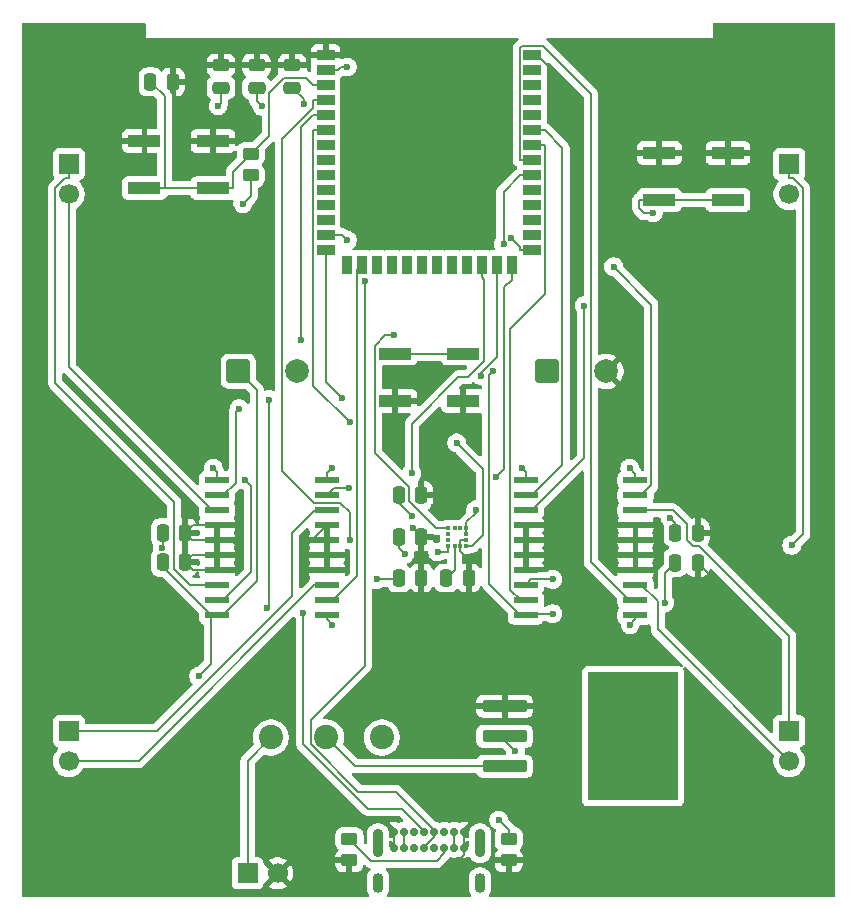
<source format=gbr>
%TF.GenerationSoftware,KiCad,Pcbnew,9.0.3*%
%TF.CreationDate,2025-08-18T21:06:09-04:00*%
%TF.ProjectId,robotbrain,726f626f-7462-4726-9169-6e2e6b696361,rev?*%
%TF.SameCoordinates,Original*%
%TF.FileFunction,Copper,L1,Top*%
%TF.FilePolarity,Positive*%
%FSLAX46Y46*%
G04 Gerber Fmt 4.6, Leading zero omitted, Abs format (unit mm)*
G04 Created by KiCad (PCBNEW 9.0.3) date 2025-08-18 21:06:09*
%MOMM*%
%LPD*%
G01*
G04 APERTURE LIST*
G04 Aperture macros list*
%AMRoundRect*
0 Rectangle with rounded corners*
0 $1 Rounding radius*
0 $2 $3 $4 $5 $6 $7 $8 $9 X,Y pos of 4 corners*
0 Add a 4 corners polygon primitive as box body*
4,1,4,$2,$3,$4,$5,$6,$7,$8,$9,$2,$3,0*
0 Add four circle primitives for the rounded corners*
1,1,$1+$1,$2,$3*
1,1,$1+$1,$4,$5*
1,1,$1+$1,$6,$7*
1,1,$1+$1,$8,$9*
0 Add four rect primitives between the rounded corners*
20,1,$1+$1,$2,$3,$4,$5,0*
20,1,$1+$1,$4,$5,$6,$7,0*
20,1,$1+$1,$6,$7,$8,$9,0*
20,1,$1+$1,$8,$9,$2,$3,0*%
G04 Aperture macros list end*
%TA.AperFunction,SMDPad,CuDef*%
%ADD10R,2.800000X1.000000*%
%TD*%
%TA.AperFunction,ComponentPad*%
%ADD11R,1.700000X1.700000*%
%TD*%
%TA.AperFunction,ComponentPad*%
%ADD12C,1.700000*%
%TD*%
%TA.AperFunction,SMDPad,CuDef*%
%ADD13RoundRect,0.250000X0.475000X-0.250000X0.475000X0.250000X-0.475000X0.250000X-0.475000X-0.250000X0*%
%TD*%
%TA.AperFunction,ComponentPad*%
%ADD14C,2.057400*%
%TD*%
%TA.AperFunction,ComponentPad*%
%ADD15RoundRect,0.250000X-0.750000X-0.750000X0.750000X-0.750000X0.750000X0.750000X-0.750000X0.750000X0*%
%TD*%
%TA.AperFunction,ComponentPad*%
%ADD16C,2.000000*%
%TD*%
%TA.AperFunction,SMDPad,CuDef*%
%ADD17RoundRect,0.250000X-0.250000X-0.475000X0.250000X-0.475000X0.250000X0.475000X-0.250000X0.475000X0*%
%TD*%
%TA.AperFunction,SMDPad,CuDef*%
%ADD18R,1.500000X0.900000*%
%TD*%
%TA.AperFunction,SMDPad,CuDef*%
%ADD19R,0.900000X1.500000*%
%TD*%
%TA.AperFunction,HeatsinkPad*%
%ADD20C,0.600000*%
%TD*%
%TA.AperFunction,HeatsinkPad*%
%ADD21R,3.900000X3.900000*%
%TD*%
%TA.AperFunction,ComponentPad*%
%ADD22C,0.700000*%
%TD*%
%TA.AperFunction,ComponentPad*%
%ADD23O,0.900000X2.400000*%
%TD*%
%TA.AperFunction,ComponentPad*%
%ADD24O,0.900000X1.700000*%
%TD*%
%TA.AperFunction,SMDPad,CuDef*%
%ADD25RoundRect,0.123750X-1.771250X-0.371250X1.771250X-0.371250X1.771250X0.371250X-1.771250X0.371250X0*%
%TD*%
%TA.AperFunction,SMDPad,CuDef*%
%ADD26R,7.620000X10.840000*%
%TD*%
%TA.AperFunction,SMDPad,CuDef*%
%ADD27RoundRect,0.250000X0.450000X-0.262500X0.450000X0.262500X-0.450000X0.262500X-0.450000X-0.262500X0*%
%TD*%
%TA.AperFunction,SMDPad,CuDef*%
%ADD28RoundRect,0.250000X-0.450000X0.262500X-0.450000X-0.262500X0.450000X-0.262500X0.450000X0.262500X0*%
%TD*%
%TA.AperFunction,SMDPad,CuDef*%
%ADD29R,0.375000X0.350000*%
%TD*%
%TA.AperFunction,SMDPad,CuDef*%
%ADD30R,0.350000X0.375000*%
%TD*%
%TA.AperFunction,SMDPad,CuDef*%
%ADD31RoundRect,0.073750X-0.961250X-0.221250X0.961250X-0.221250X0.961250X0.221250X-0.961250X0.221250X0*%
%TD*%
%TA.AperFunction,ViaPad*%
%ADD32C,0.600000*%
%TD*%
%TA.AperFunction,Conductor*%
%ADD33C,0.200000*%
%TD*%
G04 APERTURE END LIST*
D10*
%TO.P,SW2,1,1*%
%TO.N,BUT*%
X107695000Y-77500000D03*
X113495000Y-77500000D03*
%TO.P,SW2,2,2*%
%TO.N,GND*%
X107695000Y-81500000D03*
X113495000Y-81500000D03*
%TD*%
D11*
%TO.P,J1,1,Pin_1*%
%TO.N,VBAT*%
X95225000Y-121500000D03*
D12*
%TO.P,J1,2,Pin_2*%
%TO.N,GND*%
X97765000Y-121500000D03*
%TD*%
D13*
%TO.P,C6,1*%
%TO.N,+3V3*%
X95990000Y-55000000D03*
%TO.P,C6,2*%
%TO.N,GND*%
X95990000Y-53100000D03*
%TD*%
D14*
%TO.P,SW1,1,A*%
%TO.N,VBUS*%
X106594100Y-110000000D03*
%TO.P,SW1,2,B*%
%TO.N,Net-(SW1-B)*%
X101895100Y-110000000D03*
%TO.P,SW1,3,C*%
%TO.N,VBAT*%
X97196100Y-110000000D03*
%TD*%
D15*
%TO.P,C11,1*%
%TO.N,VBAT*%
X94445000Y-79000000D03*
D16*
%TO.P,C11,2*%
%TO.N,GND*%
X99445000Y-79000000D03*
%TD*%
D11*
%TO.P,J6,1,Pin_1*%
%TO.N,MOTOR3B*%
X141095000Y-61460000D03*
D12*
%TO.P,J6,2,Pin_2*%
%TO.N,MOTOR3A*%
X141095000Y-64000000D03*
%TD*%
D17*
%TO.P,C9,1*%
%TO.N,+3V3*%
X131445000Y-92672500D03*
%TO.P,C9,2*%
%TO.N,GND*%
X133345000Y-92672500D03*
%TD*%
D18*
%TO.P,U1,1,GND*%
%TO.N,GND*%
X101845000Y-52240000D03*
%TO.P,U1,2,3V3*%
%TO.N,+3V3*%
X101845000Y-53510000D03*
%TO.P,U1,3,EN*%
%TO.N,RESET*%
X101845000Y-54780000D03*
%TO.P,U1,4,IO4*%
%TO.N,SDA*%
X101845000Y-56050000D03*
%TO.P,U1,5,IO5*%
%TO.N,SCL*%
X101845000Y-57320000D03*
%TO.P,U1,6,IO6*%
%TO.N,INT_MAG*%
X101845000Y-58590000D03*
%TO.P,U1,7,IO7*%
%TO.N,unconnected-(U1-IO7-Pad7)*%
X101845000Y-59860000D03*
%TO.P,U1,8,IO15*%
%TO.N,unconnected-(U1-IO15-Pad8)*%
X101845000Y-61130000D03*
%TO.P,U1,9,IO16*%
%TO.N,unconnected-(U1-IO16-Pad9)*%
X101845000Y-62400000D03*
%TO.P,U1,10,IO17*%
%TO.N,unconnected-(U1-IO17-Pad10)*%
X101845000Y-63670000D03*
%TO.P,U1,11,IO18*%
%TO.N,unconnected-(U1-IO18-Pad11)*%
X101845000Y-64940000D03*
%TO.P,U1,12,IO8*%
%TO.N,unconnected-(U1-IO8-Pad12)*%
X101845000Y-66210000D03*
%TO.P,U1,13,USB_D-*%
%TO.N,D-*%
X101845000Y-67480000D03*
%TO.P,U1,14,USB_D+*%
%TO.N,D+*%
X101845000Y-68750000D03*
D19*
%TO.P,U1,15,IO3*%
%TO.N,unconnected-(U1-IO3-Pad15)*%
X103610000Y-70000000D03*
%TO.P,U1,16,IO46*%
%TO.N,IN2A*%
X104880000Y-70000000D03*
%TO.P,U1,17,IO9*%
%TO.N,unconnected-(U1-IO9-Pad17)*%
X106150000Y-70000000D03*
%TO.P,U1,18,IO10*%
%TO.N,unconnected-(U1-IO10-Pad18)*%
X107420000Y-70000000D03*
%TO.P,U1,19,IO11*%
%TO.N,unconnected-(U1-IO11-Pad19)*%
X108690000Y-70000000D03*
%TO.P,U1,20,IO12*%
%TO.N,unconnected-(U1-IO12-Pad20)*%
X109960000Y-70000000D03*
%TO.P,U1,21,IO13*%
%TO.N,unconnected-(U1-IO13-Pad21)*%
X111230000Y-70000000D03*
%TO.P,U1,22,IO14*%
%TO.N,unconnected-(U1-IO14-Pad22)*%
X112500000Y-70000000D03*
%TO.P,U1,23,IO21*%
%TO.N,unconnected-(U1-IO21-Pad23)*%
X113770000Y-70000000D03*
%TO.P,U1,24,IO47*%
%TO.N,IN1B*%
X115040000Y-70000000D03*
%TO.P,U1,25,IO48*%
%TO.N,IN1A*%
X116310000Y-70000000D03*
%TO.P,U1,26,IO45*%
%TO.N,IN2B*%
X117580000Y-70000000D03*
D18*
%TO.P,U1,27,IO0*%
%TO.N,BOOT*%
X119345000Y-68750000D03*
%TO.P,U1,28,IO35*%
%TO.N,unconnected-(U1-IO35-Pad28)*%
X119345000Y-67480000D03*
%TO.P,U1,29,IO36*%
%TO.N,unconnected-(U1-IO36-Pad29)*%
X119345000Y-66210000D03*
%TO.P,U1,30,IO37*%
%TO.N,unconnected-(U1-IO37-Pad30)*%
X119345000Y-64940000D03*
%TO.P,U1,31,IO38*%
%TO.N,unconnected-(U1-IO38-Pad31)*%
X119345000Y-63670000D03*
%TO.P,U1,32,IO39*%
%TO.N,IN4B*%
X119345000Y-62400000D03*
%TO.P,U1,33,IO40*%
%TO.N,IN4A*%
X119345000Y-61130000D03*
%TO.P,U1,34,IO41*%
%TO.N,IN3B*%
X119345000Y-59860000D03*
%TO.P,U1,35,IO42*%
%TO.N,IN3A*%
X119345000Y-58590000D03*
%TO.P,U1,36,RXD0*%
%TO.N,unconnected-(U1-RXD0-Pad36)*%
X119345000Y-57320000D03*
%TO.P,U1,37,TXD0*%
%TO.N,unconnected-(U1-TXD0-Pad37)*%
X119345000Y-56050000D03*
%TO.P,U1,38,IO2*%
%TO.N,unconnected-(U1-IO2-Pad38)*%
X119345000Y-54780000D03*
%TO.P,U1,39,IO1*%
%TO.N,unconnected-(U1-IO1-Pad39)*%
X119345000Y-53510000D03*
%TO.P,U1,40,GND*%
%TO.N,GND*%
X119345000Y-52240000D03*
D20*
%TO.P,U1,41,GND*%
X107695000Y-59260000D03*
X107695000Y-60660000D03*
X108395000Y-58560000D03*
X108395000Y-59960000D03*
X108395000Y-61360000D03*
X109095000Y-59260000D03*
D21*
X109095000Y-59960000D03*
D20*
X109095000Y-60660000D03*
X109795000Y-58560000D03*
X109795000Y-59960000D03*
X109795000Y-61360000D03*
X110495000Y-59260000D03*
X110495000Y-60660000D03*
%TD*%
D13*
%TO.P,C7,1*%
%TO.N,+3V3*%
X99000000Y-55000000D03*
%TO.P,C7,2*%
%TO.N,GND*%
X99000000Y-53100000D03*
%TD*%
D17*
%TO.P,C8,1*%
%TO.N,RESET*%
X87000000Y-54500000D03*
%TO.P,C8,2*%
%TO.N,GND*%
X88900000Y-54500000D03*
%TD*%
D11*
%TO.P,J7,1,Pin_1*%
%TO.N,MOTOR4B*%
X141095000Y-109460000D03*
D12*
%TO.P,J7,2,Pin_2*%
%TO.N,MOTOR4A*%
X141095000Y-112000000D03*
%TD*%
D17*
%TO.P,C2,1*%
%TO.N,+3V3*%
X108050000Y-89500000D03*
%TO.P,C2,2*%
%TO.N,GND*%
X109950000Y-89500000D03*
%TD*%
D22*
%TO.P,J3,A1,GND*%
%TO.N,GND*%
X107620000Y-117975000D03*
%TO.P,J3,A4,VBUS*%
%TO.N,VBUS*%
X108470000Y-117975000D03*
%TO.P,J3,A5,CC1*%
%TO.N,Net-(J3-CC1)*%
X109320000Y-117975000D03*
%TO.P,J3,A6,D+*%
%TO.N,D+*%
X110170000Y-117975000D03*
%TO.P,J3,A7,D-*%
%TO.N,D-*%
X111020000Y-117975000D03*
%TO.P,J3,A8,SBU1*%
%TO.N,unconnected-(J3-SBU1-PadA8)*%
X111870000Y-117975000D03*
%TO.P,J3,A9,VBUS*%
%TO.N,VBUS*%
X112720000Y-117975000D03*
%TO.P,J3,A12,GND*%
%TO.N,GND*%
X113570000Y-117975000D03*
%TO.P,J3,B1,GND*%
X113570000Y-119325000D03*
%TO.P,J3,B4,VBUS*%
%TO.N,VBUS*%
X112720000Y-119325000D03*
%TO.P,J3,B5,CC2*%
%TO.N,Net-(J3-CC2)*%
X111870000Y-119325000D03*
%TO.P,J3,B6,D+*%
%TO.N,D+*%
X111020000Y-119325000D03*
%TO.P,J3,B7,D-*%
%TO.N,D-*%
X110170000Y-119325000D03*
%TO.P,J3,B8,SBU2*%
%TO.N,unconnected-(J3-SBU2-PadB8)*%
X109320000Y-119325000D03*
%TO.P,J3,B9,VBUS*%
%TO.N,VBUS*%
X108470000Y-119325000D03*
%TO.P,J3,B12,GND*%
%TO.N,GND*%
X107620000Y-119325000D03*
D23*
%TO.P,J3,S1,SHIELD*%
%TO.N,unconnected-(J3-SHIELD-PadS1)_3*%
X106270000Y-118955000D03*
D24*
%TO.N,unconnected-(J3-SHIELD-PadS1)_1*%
X106270000Y-122335000D03*
D23*
%TO.N,unconnected-(J3-SHIELD-PadS1)_2*%
X114920000Y-118955000D03*
D24*
%TO.N,unconnected-(J3-SHIELD-PadS1)*%
X114920000Y-122335000D03*
%TD*%
D17*
%TO.P,C3,1*%
%TO.N,+3V3*%
X108050000Y-93000000D03*
%TO.P,C3,2*%
%TO.N,GND*%
X109950000Y-93000000D03*
%TD*%
D11*
%TO.P,J5,1,Pin_1*%
%TO.N,MOTOR2B*%
X80095000Y-109460000D03*
D12*
%TO.P,J5,2,Pin_2*%
%TO.N,MOTOR2A*%
X80095000Y-112000000D03*
%TD*%
D25*
%TO.P,U6,1,GND*%
%TO.N,GND*%
X117000000Y-107360000D03*
%TO.P,U6,2,VO*%
%TO.N,+3V3*%
X117000000Y-109900000D03*
%TO.P,U6,3,VI*%
%TO.N,Net-(SW1-B)*%
X117000000Y-112440000D03*
D26*
%TO.P,U6,4*%
%TO.N,N/C*%
X127880000Y-109900000D03*
%TD*%
D13*
%TO.P,C5,1*%
%TO.N,+3V3*%
X92980000Y-55000000D03*
%TO.P,C5,2*%
%TO.N,GND*%
X92980000Y-53100000D03*
%TD*%
D15*
%TO.P,C13,1*%
%TO.N,VBAT*%
X120577300Y-79000000D03*
D16*
%TO.P,C13,2*%
%TO.N,GND*%
X125577300Y-79000000D03*
%TD*%
D17*
%TO.P,C1,1*%
%TO.N,Net-(U2-C1)*%
X112050000Y-96500000D03*
%TO.P,C1,2*%
%TO.N,GND*%
X113950000Y-96500000D03*
%TD*%
D27*
%TO.P,R1,1*%
%TO.N,+3V3*%
X95500000Y-62412500D03*
%TO.P,R1,2*%
%TO.N,RESET*%
X95500000Y-60587500D03*
%TD*%
D28*
%TO.P,R15,1*%
%TO.N,Net-(J3-CC2)*%
X103845000Y-118587500D03*
%TO.P,R15,2*%
%TO.N,GND*%
X103845000Y-120412500D03*
%TD*%
D11*
%TO.P,J2,1,Pin_1*%
%TO.N,MOTOR1B*%
X80095000Y-61460000D03*
D12*
%TO.P,J2,2,Pin_2*%
%TO.N,MOTOR1A*%
X80095000Y-64000000D03*
%TD*%
D28*
%TO.P,R16,1*%
%TO.N,Net-(J3-CC1)*%
X117345000Y-118587500D03*
%TO.P,R16,2*%
%TO.N,GND*%
X117345000Y-120412500D03*
%TD*%
D17*
%TO.P,C10,1*%
%TO.N,+3V3*%
X88045000Y-92682500D03*
%TO.P,C10,2*%
%TO.N,GND*%
X89945000Y-92682500D03*
%TD*%
D29*
%TO.P,U2,1,SCL/SPC*%
%TO.N,SCL*%
X112237500Y-92250000D03*
%TO.P,U2,2,NC*%
%TO.N,unconnected-(U2-NC-Pad2)*%
X112237500Y-92750000D03*
%TO.P,U2,3,~{CS}*%
%TO.N,unconnected-(U2-~{CS}-Pad3)*%
X112237500Y-93250000D03*
%TO.P,U2,4,SDA/SDI/SDO*%
%TO.N,SDA*%
X112237500Y-93750000D03*
D30*
%TO.P,U2,5,C1*%
%TO.N,Net-(U2-C1)*%
X112750000Y-93762500D03*
%TO.P,U2,6,GND*%
%TO.N,GND*%
X113250000Y-93762500D03*
D29*
%TO.P,U2,7,DRDY*%
%TO.N,INT_MAG*%
X113762500Y-93750000D03*
%TO.P,U2,8,GND*%
%TO.N,GND*%
X113762500Y-93250000D03*
%TO.P,U2,9,Vdd*%
%TO.N,+3V3*%
X113762500Y-92750000D03*
%TO.P,U2,10,Vdd_IO*%
X113762500Y-92250000D03*
D30*
%TO.P,U2,11,NC*%
%TO.N,unconnected-(U2-NC-Pad11)*%
X113250000Y-92237500D03*
%TO.P,U2,12,NC*%
%TO.N,unconnected-(U2-NC-Pad12)*%
X112750000Y-92237500D03*
%TD*%
D31*
%TO.P,U3,1,ENABLE1*%
%TO.N,+3V3*%
X92647700Y-88217500D03*
%TO.P,U3,2,INPUT1*%
%TO.N,IN1A*%
X92647700Y-89487500D03*
%TO.P,U3,3,OUTPUT1*%
%TO.N,MOTOR1A*%
X92647700Y-90757500D03*
%TO.P,U3,4,GND*%
%TO.N,GND*%
X92647700Y-92027500D03*
%TO.P,U3,5,GND*%
X92647700Y-93297500D03*
%TO.P,U3,6,GND*%
X92647700Y-94567500D03*
%TO.P,U3,7,GND*%
X92647700Y-95837500D03*
%TO.P,U3,8,OUTPUT2*%
%TO.N,MOTOR1B*%
X92647700Y-97107500D03*
%TO.P,U3,9,INPUT2*%
%TO.N,IN1B*%
X92647700Y-98377500D03*
%TO.P,U3,10,VS*%
%TO.N,VBAT*%
X92647700Y-99647500D03*
%TO.P,U3,11,ENABLE2*%
%TO.N,+3V3*%
X101937700Y-99647500D03*
%TO.P,U3,12,INPUT3*%
%TO.N,IN2A*%
X101937700Y-98377500D03*
%TO.P,U3,13,OUTPUT3*%
%TO.N,MOTOR2A*%
X101937700Y-97107500D03*
%TO.P,U3,14,GND*%
%TO.N,GND*%
X101937700Y-95837500D03*
%TO.P,U3,15,GND*%
X101937700Y-94567500D03*
%TO.P,U3,16,GND*%
X101937700Y-93297500D03*
%TO.P,U3,17,GND*%
X101937700Y-92027500D03*
%TO.P,U3,18,OUTPUT4*%
%TO.N,MOTOR2B*%
X101937700Y-90757500D03*
%TO.P,U3,19,INPUT4*%
%TO.N,IN2B*%
X101937700Y-89487500D03*
%TO.P,U3,20,VSS*%
%TO.N,+3V3*%
X101937700Y-88217500D03*
%TD*%
%TO.P,U4,1,ENABLE1*%
%TO.N,+3V3*%
X118780000Y-88217500D03*
%TO.P,U4,2,INPUT1*%
%TO.N,IN3A*%
X118780000Y-89487500D03*
%TO.P,U4,3,OUTPUT1*%
%TO.N,MOTOR3A*%
X118780000Y-90757500D03*
%TO.P,U4,4,GND*%
%TO.N,GND*%
X118780000Y-92027500D03*
%TO.P,U4,5,GND*%
X118780000Y-93297500D03*
%TO.P,U4,6,GND*%
X118780000Y-94567500D03*
%TO.P,U4,7,GND*%
X118780000Y-95837500D03*
%TO.P,U4,8,OUTPUT2*%
%TO.N,MOTOR3B*%
X118780000Y-97107500D03*
%TO.P,U4,9,INPUT2*%
%TO.N,IN3B*%
X118780000Y-98377500D03*
%TO.P,U4,10,VS*%
%TO.N,VBAT*%
X118780000Y-99647500D03*
%TO.P,U4,11,ENABLE2*%
%TO.N,+3V3*%
X128070000Y-99647500D03*
%TO.P,U4,12,INPUT3*%
%TO.N,IN4A*%
X128070000Y-98377500D03*
%TO.P,U4,13,OUTPUT3*%
%TO.N,MOTOR4A*%
X128070000Y-97107500D03*
%TO.P,U4,14,GND*%
%TO.N,GND*%
X128070000Y-95837500D03*
%TO.P,U4,15,GND*%
X128070000Y-94567500D03*
%TO.P,U4,16,GND*%
X128070000Y-93297500D03*
%TO.P,U4,17,GND*%
X128070000Y-92027500D03*
%TO.P,U4,18,OUTPUT4*%
%TO.N,MOTOR4B*%
X128070000Y-90757500D03*
%TO.P,U4,19,INPUT4*%
%TO.N,IN4B*%
X128070000Y-89487500D03*
%TO.P,U4,20,VSS*%
%TO.N,+3V3*%
X128070000Y-88217500D03*
%TD*%
D10*
%TO.P,SW5,1,1*%
%TO.N,GND*%
X86500000Y-59500000D03*
X92300000Y-59500000D03*
%TO.P,SW5,2,2*%
%TO.N,RESET*%
X86500000Y-63500000D03*
X92300000Y-63500000D03*
%TD*%
D17*
%TO.P,C12,1*%
%TO.N,VBAT*%
X131445000Y-95192500D03*
%TO.P,C12,2*%
%TO.N,GND*%
X133345000Y-95192500D03*
%TD*%
D10*
%TO.P,SW6,1,1*%
%TO.N,GND*%
X130100000Y-60500000D03*
X135900000Y-60500000D03*
%TO.P,SW6,2,2*%
%TO.N,BOOT*%
X130100000Y-64500000D03*
X135900000Y-64500000D03*
%TD*%
D17*
%TO.P,C4,1*%
%TO.N,+3V3*%
X108050000Y-96500000D03*
%TO.P,C4,2*%
%TO.N,GND*%
X109950000Y-96500000D03*
%TD*%
%TO.P,C14,1*%
%TO.N,VBAT*%
X88045000Y-95182500D03*
%TO.P,C14,2*%
%TO.N,GND*%
X89945000Y-95182500D03*
%TD*%
D32*
%TO.N,GND*%
X100000000Y-93500000D03*
X121000000Y-53500000D03*
X108000000Y-84000000D03*
X109250000Y-92250000D03*
X134500000Y-97000000D03*
X94500000Y-94000000D03*
X137000000Y-95500000D03*
X111000000Y-90500000D03*
X108000000Y-121500000D03*
X96500000Y-76500000D03*
X111000000Y-83000000D03*
%TO.N,+3V3*%
X102396500Y-100451800D03*
X102374800Y-87210500D03*
X109132500Y-91251600D03*
X127589900Y-87210500D03*
X118452100Y-87210500D03*
X99979700Y-56359300D03*
X127611600Y-100451800D03*
X108559500Y-94449400D03*
X96444700Y-56562900D03*
X88010400Y-93932500D03*
X103670000Y-53236200D03*
X131015400Y-91417700D03*
X92723100Y-56537900D03*
X92328700Y-87210500D03*
X94835000Y-64805800D03*
X106147000Y-96622200D03*
X117907500Y-111170000D03*
X114540700Y-90733100D03*
%TO.N,VBAT*%
X121055200Y-99514600D03*
X130548800Y-98589600D03*
X115987500Y-78968700D03*
X91081800Y-104815000D03*
%TO.N,D-*%
X105156200Y-71394600D03*
X103670000Y-67902200D03*
%TO.N,D+*%
X96910100Y-99008500D03*
X99933500Y-99460900D03*
X97006700Y-81387100D03*
X103227600Y-81271100D03*
%TO.N,Net-(J3-CC1)*%
X116500000Y-117000000D03*
%TO.N,BOOT*%
X129570400Y-65588900D03*
X117520000Y-67698200D03*
%TO.N,IN2B*%
X103857400Y-88845000D03*
X116266300Y-87945000D03*
%TO.N,SCL*%
X99794200Y-76375400D03*
X107632500Y-75964600D03*
%TO.N,INT_MAG*%
X112928800Y-85061800D03*
X103866400Y-83319800D03*
%TO.N,IN4B*%
X126217900Y-70142300D03*
X116898400Y-68258200D03*
%TO.N,IN1B*%
X95000000Y-88202100D03*
X109132500Y-87636400D03*
%TO.N,SDA*%
X103859000Y-93277900D03*
X111322500Y-94300500D03*
%TO.N,IN1A*%
X114982500Y-79357000D03*
X94507500Y-82160200D03*
%TO.N,MOTOR3A*%
X123719100Y-73447800D03*
%TO.N,MOTOR3B*%
X141307500Y-93729800D03*
X121055200Y-96622200D03*
%TD*%
D33*
%TO.N,GND*%
X113570000Y-119930000D02*
X113000000Y-120500000D01*
X113570000Y-119325000D02*
X113570000Y-119930000D01*
%TO.N,Net-(U2-C1)*%
X112750000Y-95800000D02*
X112750000Y-93762500D01*
X112050000Y-96500000D02*
X112750000Y-95800000D01*
%TO.N,GND*%
X113570000Y-119325000D02*
X113570000Y-117975000D01*
X92647700Y-95837500D02*
X90600000Y-95837500D01*
X90560000Y-94567500D02*
X92647700Y-94567500D01*
X119740000Y-52240000D02*
X121000000Y-53500000D01*
X92647700Y-94567500D02*
X92647700Y-95837500D01*
X92647700Y-93297500D02*
X92647700Y-94567500D01*
X92647700Y-92027500D02*
X90600000Y-92027500D01*
X119345000Y-52240000D02*
X119740000Y-52240000D01*
X101937700Y-92027500D02*
X100465200Y-93500000D01*
X113250000Y-93762500D02*
X113250000Y-93298000D01*
X92647700Y-92027500D02*
X92647700Y-93297500D01*
X92647700Y-93297500D02*
X93797500Y-93297500D01*
X109250000Y-92250000D02*
X109250000Y-92300000D01*
X107620000Y-119325000D02*
X107620000Y-117975000D01*
X90600000Y-92027500D02*
X89945000Y-92682500D01*
X134500000Y-96347500D02*
X134500000Y-97000000D01*
X89945000Y-95182500D02*
X90560000Y-94567500D01*
X113950000Y-94950000D02*
X113950000Y-96500000D01*
X113250000Y-93298000D02*
X113298000Y-93250000D01*
X90560000Y-93297500D02*
X89945000Y-92682500D01*
X113298000Y-93250000D02*
X113762500Y-93250000D01*
X100465200Y-93500000D02*
X100000000Y-93500000D01*
X133345000Y-95192500D02*
X134500000Y-96347500D01*
X90600000Y-95837500D02*
X89945000Y-95182500D01*
X109250000Y-92300000D02*
X109950000Y-93000000D01*
X93797500Y-93297500D02*
X94500000Y-94000000D01*
X113250000Y-93762500D02*
X113250000Y-94250000D01*
X92647700Y-93297500D02*
X90560000Y-93297500D01*
X113250000Y-94250000D02*
X113950000Y-94950000D01*
%TO.N,+3V3*%
X108050000Y-89500000D02*
X108050000Y-90169100D01*
X107927800Y-96622200D02*
X108050000Y-96500000D01*
X92328700Y-87210500D02*
X92647700Y-87529500D01*
X99979700Y-56359300D02*
X99979700Y-55979700D01*
X118780000Y-87538400D02*
X118780000Y-88217500D01*
X131015400Y-91417700D02*
X131445000Y-91847300D01*
X92723100Y-56537900D02*
X92980000Y-56281000D01*
X114540700Y-90733100D02*
X114540700Y-90995100D01*
X88045000Y-93897900D02*
X88045000Y-92682500D01*
X113762500Y-92750000D02*
X113762500Y-92250000D01*
X92980000Y-56281000D02*
X92980000Y-55000000D01*
X95990000Y-56108200D02*
X95990000Y-55000000D01*
X128070000Y-99993400D02*
X128070000Y-99647500D01*
X128070000Y-87690600D02*
X128070000Y-88217500D01*
X95500000Y-64140800D02*
X95500000Y-62412500D01*
X113762500Y-92250000D02*
X113762500Y-91773300D01*
X96444700Y-56562900D02*
X95990000Y-56108200D01*
X114540700Y-90995100D02*
X113762500Y-91773300D01*
X127589900Y-87210500D02*
X128070000Y-87690600D01*
X101937700Y-87647600D02*
X101937700Y-88217500D01*
X108050000Y-93939900D02*
X108050000Y-93000000D01*
X102374800Y-87210500D02*
X101937700Y-87647600D01*
X108050000Y-90169100D02*
X109132500Y-91251600D01*
X117907500Y-111170000D02*
X117000000Y-110262500D01*
X92647700Y-87529500D02*
X92647700Y-88217500D01*
X127611600Y-100451800D02*
X128070000Y-99993400D01*
X88010400Y-93932500D02*
X88045000Y-93897900D01*
X102396500Y-100451800D02*
X101937700Y-99993000D01*
X117000000Y-110262500D02*
X117000000Y-109900000D01*
X131445000Y-91847300D02*
X131445000Y-92672500D01*
X99979700Y-55979700D02*
X99000000Y-55000000D01*
X94835000Y-64805800D02*
X95500000Y-64140800D01*
X108559500Y-94449400D02*
X108050000Y-93939900D01*
X101845000Y-53510000D02*
X102896700Y-53510000D01*
X103170500Y-53236200D02*
X102896700Y-53510000D01*
X106147000Y-96622200D02*
X107927800Y-96622200D01*
X101937700Y-99993000D02*
X101937700Y-99647500D01*
X118452100Y-87210500D02*
X118780000Y-87538400D01*
X103670000Y-53236200D02*
X103170500Y-53236200D01*
%TO.N,RESET*%
X100170600Y-54175800D02*
X100774800Y-54780000D01*
X97046400Y-59041100D02*
X97046400Y-55424000D01*
X88201700Y-55701700D02*
X87000000Y-54500000D01*
X95500000Y-60587500D02*
X97046400Y-59041100D01*
X92300000Y-63500000D02*
X94001700Y-63500000D01*
X86500000Y-63500000D02*
X88201700Y-63500000D01*
X88201700Y-63500000D02*
X88201700Y-55701700D01*
X98294600Y-54175800D02*
X100170600Y-54175800D01*
X95500000Y-60587500D02*
X94001700Y-62085800D01*
X97046400Y-55424000D02*
X98294600Y-54175800D01*
X100774800Y-54780000D02*
X101845000Y-54780000D01*
X94001700Y-62085800D02*
X94001700Y-63500000D01*
X92300000Y-63500000D02*
X88201700Y-63500000D01*
%TO.N,VBAT*%
X118319300Y-99647500D02*
X118780000Y-99647500D01*
X115664600Y-79291600D02*
X115664600Y-96992800D01*
X115664600Y-96992800D02*
X118319300Y-99647500D01*
X92647700Y-99647500D02*
X93111500Y-99647500D01*
X115987500Y-78968700D02*
X115664600Y-79291600D01*
X118912900Y-99514600D02*
X118780000Y-99647500D01*
X96000000Y-96759000D02*
X96000000Y-80555000D01*
X131445000Y-95192500D02*
X130548800Y-96088700D01*
X92140400Y-103756400D02*
X92140400Y-99647500D01*
X88045000Y-95182500D02*
X88045000Y-95552100D01*
X91081800Y-104815000D02*
X92140400Y-103756400D01*
X92140400Y-99647500D02*
X92647700Y-99647500D01*
X121055200Y-99514600D02*
X118912900Y-99514600D01*
X130548800Y-96088700D02*
X130548800Y-98589600D01*
X95225000Y-111971000D02*
X97196100Y-110000000D01*
X88045000Y-95552100D02*
X92140400Y-99647500D01*
X95225000Y-121500000D02*
X95225000Y-111971000D01*
X96000000Y-80555000D02*
X94445000Y-79000000D01*
X93111500Y-99647500D02*
X96000000Y-96759000D01*
%TO.N,D-*%
X105156200Y-103919300D02*
X105156200Y-71394600D01*
X111020000Y-118404000D02*
X111020000Y-117975000D01*
X104609000Y-114610400D02*
X100560100Y-110561500D01*
X103247800Y-67480000D02*
X103670000Y-67902200D01*
X100560100Y-110561500D02*
X100560100Y-108515400D01*
X111020000Y-117975000D02*
X111020000Y-117842900D01*
X111020000Y-117842900D02*
X107787500Y-114610400D01*
X100560100Y-108515400D02*
X105156200Y-103919300D01*
X110170000Y-119254000D02*
X111020000Y-118404000D01*
X110170000Y-119325000D02*
X110170000Y-119254000D01*
X101845000Y-67480000D02*
X103247800Y-67480000D01*
X107787500Y-114610400D02*
X104609000Y-114610400D01*
%TO.N,VBUS*%
X112720000Y-119325000D02*
X112720000Y-117975000D01*
X108470000Y-119325000D02*
X108470000Y-117975000D01*
%TO.N,D+*%
X97006700Y-98911900D02*
X96910100Y-99008500D01*
X99933500Y-110568300D02*
X105391300Y-116026100D01*
X99933500Y-99460900D02*
X99933500Y-110568300D01*
X101845000Y-79888500D02*
X103227600Y-81271100D01*
X97006700Y-81387100D02*
X97006700Y-98911900D01*
X101845000Y-68750000D02*
X101845000Y-79888500D01*
X110170000Y-117897200D02*
X110170000Y-117975000D01*
X108298900Y-116026100D02*
X110170000Y-117897200D01*
X105391300Y-116026100D02*
X108298900Y-116026100D01*
%TO.N,Net-(J3-CC1)*%
X117345000Y-118587500D02*
X117345000Y-117845000D01*
X117345000Y-117845000D02*
X116500000Y-117000000D01*
X117345000Y-118588000D02*
X117345000Y-118587500D01*
%TO.N,Net-(J3-CC2)*%
X104405700Y-119148400D02*
X103845000Y-118587700D01*
X111234000Y-120456000D02*
X111870000Y-119820000D01*
X105714000Y-120456000D02*
X111234000Y-120456000D01*
X111870000Y-119820000D02*
X111870000Y-119325000D01*
X103845000Y-118588000D02*
X104405700Y-119148400D01*
X103845000Y-118587700D02*
X103845000Y-118587500D01*
X104405700Y-119148400D02*
X105714000Y-120456000D01*
%TO.N,BOOT*%
X118293300Y-68750000D02*
X118293300Y-68471500D01*
X130100000Y-64500000D02*
X135900000Y-64500000D01*
X129570400Y-65588900D02*
X128785700Y-65588900D01*
X118293300Y-68471500D02*
X117520000Y-67698200D01*
X130100000Y-64500000D02*
X128398300Y-64500000D01*
X128785700Y-65588900D02*
X128398300Y-65201500D01*
X119345000Y-68750000D02*
X118293300Y-68750000D01*
X128398300Y-65201500D02*
X128398300Y-64500000D01*
%TO.N,Net-(SW1-B)*%
X101895100Y-110000000D02*
X101895000Y-110000000D01*
X104335000Y-112440000D02*
X101895100Y-110000000D01*
X117000000Y-112440000D02*
X104335000Y-112440000D01*
%TO.N,BUT*%
X113495000Y-77500000D02*
X107695000Y-77500000D01*
%TO.N,IN2B*%
X101937700Y-89487500D02*
X102580200Y-88845000D01*
X117580000Y-70000000D02*
X117580000Y-71236900D01*
X116952500Y-71864400D02*
X116952500Y-87258800D01*
X102580200Y-88845000D02*
X103857400Y-88845000D01*
X117580000Y-71236900D02*
X116952500Y-71864400D01*
X116952500Y-87258800D02*
X116266300Y-87945000D01*
%TO.N,SCL*%
X105993300Y-76870300D02*
X106899000Y-75964600D01*
X106899000Y-75964600D02*
X107632500Y-75964600D01*
X112237500Y-92250000D02*
X111159600Y-92250000D01*
X108889400Y-89979800D02*
X108889400Y-88825700D01*
X99794200Y-76375400D02*
X99794200Y-58319100D01*
X105993300Y-85929600D02*
X105993300Y-76870300D01*
X101845000Y-57320000D02*
X100793300Y-57320000D01*
X99794200Y-58319100D02*
X100793300Y-57320000D01*
X108889400Y-88825700D02*
X105993300Y-85929600D01*
X111159600Y-92250000D02*
X108889400Y-89979800D01*
%TO.N,INT_MAG*%
X103866400Y-83319800D02*
X100793300Y-80246700D01*
X100793300Y-80246700D02*
X100793300Y-58590000D01*
X114251700Y-93750000D02*
X115142500Y-92859200D01*
X115142500Y-87275500D02*
X112928800Y-85061800D01*
X101845000Y-58590000D02*
X100793300Y-58590000D01*
X113762500Y-93750000D02*
X114251700Y-93750000D01*
X115142500Y-92859200D02*
X115142500Y-87275500D01*
%TO.N,IN4B*%
X119345000Y-62400000D02*
X118293300Y-62400000D01*
X129419600Y-73344000D02*
X126217900Y-70142300D01*
X116898400Y-68258200D02*
X116898400Y-63794900D01*
X128070000Y-89487500D02*
X128570800Y-89487500D01*
X129419600Y-88638700D02*
X129419600Y-73344000D01*
X116898400Y-63794900D02*
X118293300Y-62400000D01*
X128570800Y-89487500D02*
X129419600Y-88638700D01*
%TO.N,IN1B*%
X95500000Y-96022800D02*
X95500000Y-88702100D01*
X109132500Y-83448900D02*
X109132500Y-87636400D01*
X92647700Y-98377500D02*
X93145300Y-98377500D01*
X93145300Y-98377500D02*
X95500000Y-96022800D01*
X115244900Y-78108600D02*
X113852000Y-79501500D01*
X113852000Y-79501500D02*
X113079900Y-79501500D01*
X115244900Y-71256600D02*
X115244900Y-78108600D01*
X115040000Y-71051700D02*
X115244900Y-71256600D01*
X115040000Y-70000000D02*
X115040000Y-71051700D01*
X95500000Y-88702100D02*
X95000000Y-88202100D01*
X113079900Y-79501500D02*
X109132500Y-83448900D01*
%TO.N,IN3B*%
X118273800Y-98315200D02*
X117443000Y-97484400D01*
X117434200Y-91153000D02*
X117434200Y-75446900D01*
X120396700Y-72484400D02*
X120396700Y-59860000D01*
X117434200Y-75446900D02*
X120396700Y-72484400D01*
X120396700Y-59860000D02*
X119345000Y-59860000D01*
X118717800Y-98315200D02*
X118273800Y-98315200D01*
X117443000Y-97484400D02*
X117443000Y-91161800D01*
X118717800Y-98315300D02*
X118717800Y-98315200D01*
X117443000Y-91161800D02*
X117434200Y-91153000D01*
X118780000Y-98377500D02*
X118717800Y-98315300D01*
%TO.N,IN3A*%
X119290600Y-89487500D02*
X118780000Y-89487500D01*
X121888400Y-60081700D02*
X121888400Y-86889700D01*
X121888400Y-86889700D02*
X119290600Y-89487500D01*
X119345000Y-58590000D02*
X120396700Y-58590000D01*
X120396700Y-58590000D02*
X121888400Y-60081700D01*
%TO.N,IN2A*%
X104503200Y-70376800D02*
X104880000Y-70000000D01*
X102438500Y-98377500D02*
X104503200Y-96312800D01*
X104503200Y-96312800D02*
X104503200Y-70376800D01*
X101937700Y-98377500D02*
X102438500Y-98377500D01*
%TO.N,IN4A*%
X124329800Y-55559700D02*
X124329800Y-74524900D01*
X118293300Y-61130000D02*
X118293300Y-51632500D01*
X118437500Y-51488300D02*
X120258400Y-51488300D01*
X124329800Y-74524900D02*
X124275600Y-74579100D01*
X124275600Y-95110400D02*
X127542700Y-98377500D01*
X120258400Y-51488300D02*
X124329800Y-55559700D01*
X127542700Y-98377500D02*
X128070000Y-98377500D01*
X124275600Y-74579100D02*
X124275600Y-95110400D01*
X118293300Y-51632500D02*
X118437500Y-51488300D01*
X119345000Y-61130000D02*
X118293300Y-61130000D01*
%TO.N,SDA*%
X103044700Y-90122500D02*
X103859000Y-90936800D01*
X100793300Y-56050000D02*
X100793300Y-56703500D01*
X112237500Y-93750000D02*
X112237500Y-94226700D01*
X101845000Y-56050000D02*
X100793300Y-56050000D01*
X100793300Y-56703500D02*
X98143300Y-59353500D01*
X111322500Y-94300500D02*
X112163700Y-94300500D01*
X98143300Y-87429800D02*
X100836000Y-90122500D01*
X98143300Y-59353500D02*
X98143300Y-87429800D01*
X103859000Y-90936800D02*
X103859000Y-93277900D01*
X100836000Y-90122500D02*
X103044700Y-90122500D01*
X112163700Y-94300500D02*
X112237500Y-94226700D01*
%TO.N,IN1A*%
X93142000Y-89487500D02*
X92647700Y-89487500D01*
X94507500Y-82160200D02*
X94214500Y-82453200D01*
X94214500Y-88415000D02*
X93142000Y-89487500D01*
X116310000Y-77795400D02*
X114982500Y-79122900D01*
X114982500Y-79122900D02*
X114982500Y-79357000D01*
X116310000Y-70000000D02*
X116310000Y-77795400D01*
X94214500Y-82453200D02*
X94214500Y-88415000D01*
%TO.N,MOTOR1B*%
X80095000Y-61460000D02*
X80095000Y-62611700D01*
X78943300Y-63475400D02*
X79807000Y-62611700D01*
X90340400Y-97107500D02*
X88995000Y-95762100D01*
X88995000Y-95762100D02*
X88995000Y-90057900D01*
X92647700Y-97107500D02*
X90340400Y-97107500D01*
X78943300Y-80006200D02*
X78943300Y-63475400D01*
X88995000Y-90057900D02*
X78943300Y-80006200D01*
X79807000Y-62611700D02*
X80095000Y-62611700D01*
%TO.N,MOTOR1A*%
X92194200Y-90757500D02*
X80095000Y-78658300D01*
X92647700Y-90757500D02*
X92194200Y-90757500D01*
X80095000Y-78658300D02*
X80095000Y-64000000D01*
%TO.N,MOTOR2B*%
X99000000Y-92660200D02*
X100903000Y-90757500D01*
X100903000Y-90757500D02*
X101937700Y-90757500D01*
X99000000Y-98000000D02*
X99000000Y-92660200D01*
X87540000Y-109460000D02*
X99000000Y-98000000D01*
X101937700Y-90757500D02*
X101938000Y-90757500D01*
X80095000Y-109460000D02*
X87540000Y-109460000D01*
%TO.N,MOTOR2A*%
X101937700Y-97107500D02*
X101938000Y-97107500D01*
X86000000Y-112000000D02*
X100892000Y-97107500D01*
X100892000Y-97107500D02*
X101937700Y-97107500D01*
X80095000Y-112000000D02*
X86000000Y-112000000D01*
%TO.N,MOTOR3A*%
X123719100Y-86314700D02*
X119276300Y-90757500D01*
X123719100Y-73447800D02*
X123719100Y-86314700D01*
X119276300Y-90757500D02*
X118780000Y-90757500D01*
%TO.N,MOTOR4A*%
X129947100Y-98476900D02*
X129947100Y-100852100D01*
X128577700Y-97107500D02*
X129947100Y-98476900D01*
X128070000Y-97107500D02*
X128577700Y-97107500D01*
X129947100Y-100852100D02*
X141095000Y-112000000D01*
%TO.N,MOTOR3B*%
X142286000Y-92751300D02*
X141307500Y-93729800D01*
X121055200Y-96622200D02*
X119265300Y-96622200D01*
X119265300Y-96622200D02*
X118780000Y-97107500D01*
X142286000Y-63514800D02*
X142286000Y-92751300D01*
X141382900Y-62611700D02*
X142286000Y-63514800D01*
X141095000Y-61460000D02*
X141095000Y-62611700D01*
X141095000Y-62611700D02*
X141382900Y-62611700D01*
%TO.N,MOTOR4B*%
X141095000Y-109460000D02*
X141095000Y-101435400D01*
X132395000Y-93259600D02*
X132395000Y-91946400D01*
X131206100Y-90757500D02*
X128070000Y-90757500D01*
X133443300Y-93783700D02*
X132919100Y-93783700D01*
X141095000Y-101435400D02*
X133443300Y-93783700D01*
X132919100Y-93783700D02*
X132395000Y-93259600D01*
X132395000Y-91946400D02*
X131206100Y-90757500D01*
%TD*%
%TA.AperFunction,Conductor*%
%TO.N,GND*%
G36*
X86538039Y-49520185D02*
G01*
X86583794Y-49572989D01*
X86595000Y-49624500D01*
X86595000Y-50750000D01*
X118052498Y-50750000D01*
X118119537Y-50769685D01*
X118165292Y-50822489D01*
X118175236Y-50891647D01*
X118146211Y-50955203D01*
X118114497Y-50981387D01*
X118068790Y-51007775D01*
X118068782Y-51007781D01*
X117812781Y-51263782D01*
X117812779Y-51263785D01*
X117787720Y-51307189D01*
X117764939Y-51346649D01*
X117762661Y-51350594D01*
X117762659Y-51350596D01*
X117733725Y-51400709D01*
X117733724Y-51400710D01*
X117733723Y-51400715D01*
X117692799Y-51553443D01*
X117692799Y-51553445D01*
X117692799Y-51721546D01*
X117692800Y-51721559D01*
X117692800Y-61050943D01*
X117692800Y-61209057D01*
X117732492Y-61357187D01*
X117733723Y-61361783D01*
X117733726Y-61361790D01*
X117812775Y-61498709D01*
X117812779Y-61498714D01*
X117812780Y-61498716D01*
X117924584Y-61610520D01*
X117924585Y-61610521D01*
X117924587Y-61610522D01*
X118006151Y-61657613D01*
X118054367Y-61708180D01*
X118067590Y-61776787D01*
X118041622Y-61841652D01*
X118006151Y-61872387D01*
X117924587Y-61919477D01*
X117924582Y-61919481D01*
X116417881Y-63426182D01*
X116417877Y-63426187D01*
X116375551Y-63499500D01*
X116375551Y-63499501D01*
X116338823Y-63563114D01*
X116334551Y-63579057D01*
X116297899Y-63715843D01*
X116297899Y-63715845D01*
X116297899Y-63883946D01*
X116297900Y-63883959D01*
X116297900Y-67678434D01*
X116278215Y-67745473D01*
X116277002Y-67747325D01*
X116189009Y-67879014D01*
X116189002Y-67879027D01*
X116128664Y-68024698D01*
X116128661Y-68024710D01*
X116097900Y-68179353D01*
X116097900Y-68337046D01*
X116128661Y-68491689D01*
X116128664Y-68491701D01*
X116164430Y-68578048D01*
X116171899Y-68647517D01*
X116140624Y-68709996D01*
X116080534Y-68745648D01*
X116049870Y-68749500D01*
X115812130Y-68749500D01*
X115812123Y-68749501D01*
X115752518Y-68755908D01*
X115718331Y-68768659D01*
X115648639Y-68773642D01*
X115631669Y-68768659D01*
X115597480Y-68755908D01*
X115597482Y-68755908D01*
X115537883Y-68749501D01*
X115537881Y-68749500D01*
X115537873Y-68749500D01*
X115537864Y-68749500D01*
X114542129Y-68749500D01*
X114542123Y-68749501D01*
X114482518Y-68755908D01*
X114448331Y-68768659D01*
X114378639Y-68773642D01*
X114361669Y-68768659D01*
X114327480Y-68755908D01*
X114327482Y-68755908D01*
X114267883Y-68749501D01*
X114267881Y-68749500D01*
X114267873Y-68749500D01*
X114267864Y-68749500D01*
X113272129Y-68749500D01*
X113272123Y-68749501D01*
X113212518Y-68755908D01*
X113178331Y-68768659D01*
X113108639Y-68773642D01*
X113091669Y-68768659D01*
X113057480Y-68755908D01*
X113057482Y-68755908D01*
X112997883Y-68749501D01*
X112997881Y-68749500D01*
X112997873Y-68749500D01*
X112997864Y-68749500D01*
X112002129Y-68749500D01*
X112002123Y-68749501D01*
X111942518Y-68755908D01*
X111908331Y-68768659D01*
X111838639Y-68773642D01*
X111821669Y-68768659D01*
X111787480Y-68755908D01*
X111787482Y-68755908D01*
X111727883Y-68749501D01*
X111727881Y-68749500D01*
X111727873Y-68749500D01*
X111727864Y-68749500D01*
X110732129Y-68749500D01*
X110732123Y-68749501D01*
X110672518Y-68755908D01*
X110638331Y-68768659D01*
X110568639Y-68773642D01*
X110551669Y-68768659D01*
X110517480Y-68755908D01*
X110517482Y-68755908D01*
X110457883Y-68749501D01*
X110457881Y-68749500D01*
X110457873Y-68749500D01*
X110457864Y-68749500D01*
X109462129Y-68749500D01*
X109462123Y-68749501D01*
X109402518Y-68755908D01*
X109368331Y-68768659D01*
X109298639Y-68773642D01*
X109281669Y-68768659D01*
X109247480Y-68755908D01*
X109247482Y-68755908D01*
X109187883Y-68749501D01*
X109187881Y-68749500D01*
X109187873Y-68749500D01*
X109187864Y-68749500D01*
X108192129Y-68749500D01*
X108192123Y-68749501D01*
X108132518Y-68755908D01*
X108098331Y-68768659D01*
X108028639Y-68773642D01*
X108011669Y-68768659D01*
X107977480Y-68755908D01*
X107977482Y-68755908D01*
X107917883Y-68749501D01*
X107917881Y-68749500D01*
X107917873Y-68749500D01*
X107917864Y-68749500D01*
X106922129Y-68749500D01*
X106922123Y-68749501D01*
X106862518Y-68755908D01*
X106828331Y-68768659D01*
X106758639Y-68773642D01*
X106741669Y-68768659D01*
X106707480Y-68755908D01*
X106707482Y-68755908D01*
X106647883Y-68749501D01*
X106647881Y-68749500D01*
X106647873Y-68749500D01*
X106647864Y-68749500D01*
X105652129Y-68749500D01*
X105652123Y-68749501D01*
X105592518Y-68755908D01*
X105558331Y-68768659D01*
X105488639Y-68773642D01*
X105471669Y-68768659D01*
X105437480Y-68755908D01*
X105437482Y-68755908D01*
X105377883Y-68749501D01*
X105377881Y-68749500D01*
X105377873Y-68749500D01*
X105377864Y-68749500D01*
X104382129Y-68749500D01*
X104382123Y-68749501D01*
X104322518Y-68755908D01*
X104288331Y-68768659D01*
X104261973Y-68770543D01*
X104236157Y-68776160D01*
X104223110Y-68773322D01*
X104218639Y-68773642D01*
X104201670Y-68768659D01*
X104179970Y-68760566D01*
X104124035Y-68718696D01*
X104099616Y-68653232D01*
X104114466Y-68584959D01*
X104154411Y-68541280D01*
X104180289Y-68523989D01*
X104291789Y-68412489D01*
X104379394Y-68281379D01*
X104439737Y-68135697D01*
X104470500Y-67981042D01*
X104470500Y-67823358D01*
X104470500Y-67823355D01*
X104470499Y-67823353D01*
X104439737Y-67668703D01*
X104439735Y-67668698D01*
X104379397Y-67523027D01*
X104379390Y-67523014D01*
X104291789Y-67391911D01*
X104291786Y-67391907D01*
X104180292Y-67280413D01*
X104180288Y-67280410D01*
X104049185Y-67192809D01*
X104049172Y-67192802D01*
X103903501Y-67132464D01*
X103903491Y-67132461D01*
X103748151Y-67101562D01*
X103736778Y-67096424D01*
X103727888Y-67095702D01*
X103711233Y-67084884D01*
X103697076Y-67078489D01*
X103690509Y-67073473D01*
X103616516Y-66999480D01*
X103529704Y-66949360D01*
X103479585Y-66920423D01*
X103326857Y-66879499D01*
X103215094Y-66879499D01*
X103148055Y-66859814D01*
X103102300Y-66807010D01*
X103091804Y-66742245D01*
X103095500Y-66707873D01*
X103095499Y-65712128D01*
X103089091Y-65652517D01*
X103076340Y-65618332D01*
X103071357Y-65548642D01*
X103076340Y-65531669D01*
X103089091Y-65497483D01*
X103095500Y-65437873D01*
X103095499Y-64442128D01*
X103089091Y-64382517D01*
X103076340Y-64348332D01*
X103071357Y-64278642D01*
X103076340Y-64261669D01*
X103089091Y-64227483D01*
X103095500Y-64167873D01*
X103095499Y-63172128D01*
X103089091Y-63112517D01*
X103076340Y-63078332D01*
X103071357Y-63008642D01*
X103076338Y-62991672D01*
X103089091Y-62957483D01*
X103095500Y-62897873D01*
X103095499Y-61902128D01*
X103089091Y-61842517D01*
X103076340Y-61808332D01*
X103071357Y-61738642D01*
X103076338Y-61721672D01*
X103089091Y-61687483D01*
X103095500Y-61627873D01*
X103095499Y-60632128D01*
X103089091Y-60572517D01*
X103076340Y-60538332D01*
X103071357Y-60468642D01*
X103076338Y-60451672D01*
X103089091Y-60417483D01*
X103095500Y-60357873D01*
X103095499Y-59362128D01*
X103089091Y-59302517D01*
X103076340Y-59268332D01*
X103071357Y-59198642D01*
X103076338Y-59181672D01*
X103089091Y-59147483D01*
X103095500Y-59087873D01*
X103095499Y-58092128D01*
X103089091Y-58032517D01*
X103076340Y-57998332D01*
X103071357Y-57928642D01*
X103076338Y-57911672D01*
X103089091Y-57877483D01*
X103095500Y-57817873D01*
X103095499Y-56822128D01*
X103089091Y-56762517D01*
X103076340Y-56728332D01*
X103071357Y-56658642D01*
X103076338Y-56641672D01*
X103089091Y-56607483D01*
X103095500Y-56547873D01*
X103095499Y-55552128D01*
X103089091Y-55492517D01*
X103076340Y-55458332D01*
X103071357Y-55388642D01*
X103076338Y-55371672D01*
X103089091Y-55337483D01*
X103095500Y-55277873D01*
X103095499Y-54282128D01*
X103089091Y-54222517D01*
X103089091Y-54222515D01*
X103085791Y-54213669D01*
X103083398Y-54180233D01*
X103080212Y-54146866D01*
X103080913Y-54145505D01*
X103080804Y-54143978D01*
X103096869Y-54114553D01*
X103112227Y-54084763D01*
X103113818Y-54083511D01*
X103114287Y-54082653D01*
X103139947Y-54062963D01*
X103139967Y-54062947D01*
X103185429Y-54036700D01*
X103249862Y-53999500D01*
X103268382Y-53988808D01*
X103336282Y-53972337D01*
X103377832Y-53981634D01*
X103436503Y-54005937D01*
X103591148Y-54036698D01*
X103591153Y-54036699D01*
X103591156Y-54036700D01*
X103591158Y-54036700D01*
X103748844Y-54036700D01*
X103748845Y-54036699D01*
X103903497Y-54005937D01*
X104046272Y-53946798D01*
X104049172Y-53945597D01*
X104049172Y-53945596D01*
X104049179Y-53945594D01*
X104180289Y-53857989D01*
X104291789Y-53746489D01*
X104379394Y-53615379D01*
X104439737Y-53469697D01*
X104470500Y-53315042D01*
X104470500Y-53157358D01*
X104470500Y-53157355D01*
X104470499Y-53157353D01*
X104441612Y-53012129D01*
X104439737Y-53002703D01*
X104431766Y-52983458D01*
X104379397Y-52857027D01*
X104379390Y-52857014D01*
X104291789Y-52725911D01*
X104291786Y-52725907D01*
X104180292Y-52614413D01*
X104180288Y-52614410D01*
X104049185Y-52526809D01*
X104049172Y-52526802D01*
X103903501Y-52466464D01*
X103903489Y-52466461D01*
X103748845Y-52435700D01*
X103748842Y-52435700D01*
X103591158Y-52435700D01*
X103591155Y-52435700D01*
X103436510Y-52466461D01*
X103436498Y-52466464D01*
X103290827Y-52526802D01*
X103290813Y-52526810D01*
X103280104Y-52533965D01*
X103213425Y-52554838D01*
X103146046Y-52536349D01*
X103123539Y-52518539D01*
X103095000Y-52490000D01*
X100595000Y-52490000D01*
X100595000Y-52737844D01*
X100601401Y-52797372D01*
X100601403Y-52797379D01*
X100613925Y-52830952D01*
X100618909Y-52900643D01*
X100613925Y-52917617D01*
X100600909Y-52952514D01*
X100600908Y-52952516D01*
X100595513Y-53002703D01*
X100594501Y-53012125D01*
X100594500Y-53012135D01*
X100594500Y-53512366D01*
X100574815Y-53579405D01*
X100522011Y-53625160D01*
X100452853Y-53635104D01*
X100433048Y-53630575D01*
X100420183Y-53626498D01*
X100402385Y-53616223D01*
X100307516Y-53590802D01*
X100304860Y-53589961D01*
X100278109Y-53571955D01*
X100250558Y-53555162D01*
X100249294Y-53552560D01*
X100246897Y-53550947D01*
X100234124Y-53521331D01*
X100220029Y-53492315D01*
X100219900Y-53488351D01*
X100219227Y-53486790D01*
X100219747Y-53483642D01*
X100218954Y-53459147D01*
X100224999Y-53399981D01*
X100225000Y-53399973D01*
X100225000Y-53350000D01*
X97775001Y-53350000D01*
X97775001Y-53399986D01*
X97785494Y-53502697D01*
X97842914Y-53675977D01*
X97840930Y-53676634D01*
X97842757Y-53688672D01*
X97850661Y-53709754D01*
X97847899Y-53722552D01*
X97849864Y-53735496D01*
X97840672Y-53756046D01*
X97836680Y-53774543D01*
X97837307Y-53774857D01*
X97837306Y-53774859D01*
X97836316Y-53776231D01*
X97835924Y-53778052D01*
X97823219Y-53795068D01*
X97821337Y-53799276D01*
X97814820Y-53806342D01*
X97814225Y-53806939D01*
X97814222Y-53806940D01*
X97814153Y-53807010D01*
X97814141Y-53806998D01*
X97814078Y-53807086D01*
X97276226Y-54344937D01*
X97214903Y-54378422D01*
X97145211Y-54373438D01*
X97089278Y-54331566D01*
X97083006Y-54322353D01*
X97057712Y-54281344D01*
X96933656Y-54157288D01*
X96930342Y-54155243D01*
X96928546Y-54153248D01*
X96927989Y-54152807D01*
X96928064Y-54152711D01*
X96883618Y-54103297D01*
X96872397Y-54034334D01*
X96900240Y-53970252D01*
X96930348Y-53944165D01*
X96933342Y-53942318D01*
X97057315Y-53818345D01*
X97149356Y-53669124D01*
X97149358Y-53669119D01*
X97204505Y-53502697D01*
X97204506Y-53502690D01*
X97214999Y-53399986D01*
X97215000Y-53399973D01*
X97215000Y-53350000D01*
X94765001Y-53350000D01*
X94765001Y-53399986D01*
X94775494Y-53502697D01*
X94830641Y-53669119D01*
X94830643Y-53669124D01*
X94922684Y-53818345D01*
X95046655Y-53942316D01*
X95046659Y-53942319D01*
X95049656Y-53944168D01*
X95051279Y-53945972D01*
X95052323Y-53946798D01*
X95052181Y-53946976D01*
X95096381Y-53996116D01*
X95107602Y-54065079D01*
X95079759Y-54129161D01*
X95049661Y-54155241D01*
X95046349Y-54157283D01*
X95046343Y-54157288D01*
X94922289Y-54281342D01*
X94830187Y-54430663D01*
X94830186Y-54430666D01*
X94775001Y-54597203D01*
X94775001Y-54597204D01*
X94775000Y-54597204D01*
X94764500Y-54699983D01*
X94764500Y-55300001D01*
X94764501Y-55300019D01*
X94775000Y-55402796D01*
X94775001Y-55402799D01*
X94806939Y-55499180D01*
X94830186Y-55569334D01*
X94922288Y-55718656D01*
X95046344Y-55842712D01*
X95195666Y-55934814D01*
X95304503Y-55970879D01*
X95361948Y-56010652D01*
X95388771Y-56075168D01*
X95389499Y-56088585D01*
X95389499Y-56187254D01*
X95389498Y-56187254D01*
X95430423Y-56339985D01*
X95451164Y-56375909D01*
X95451163Y-56375909D01*
X95451164Y-56375910D01*
X95509475Y-56476909D01*
X95509481Y-56476917D01*
X95610126Y-56577562D01*
X95643611Y-56638885D01*
X95644062Y-56641051D01*
X95674961Y-56796391D01*
X95674964Y-56796401D01*
X95735302Y-56942072D01*
X95735309Y-56942085D01*
X95822910Y-57073188D01*
X95822913Y-57073192D01*
X95934407Y-57184686D01*
X95934411Y-57184689D01*
X96065514Y-57272290D01*
X96065527Y-57272297D01*
X96211198Y-57332635D01*
X96211203Y-57332637D01*
X96346091Y-57359468D01*
X96408002Y-57391852D01*
X96442576Y-57452568D01*
X96445900Y-57481085D01*
X96445900Y-58741002D01*
X96426215Y-58808041D01*
X96409581Y-58828683D01*
X95700082Y-59538181D01*
X95638759Y-59571666D01*
X95612401Y-59574500D01*
X94999998Y-59574500D01*
X94999980Y-59574501D01*
X94897203Y-59585000D01*
X94897200Y-59585001D01*
X94730668Y-59640185D01*
X94730663Y-59640187D01*
X94581342Y-59732289D01*
X94457289Y-59856342D01*
X94429539Y-59901333D01*
X94377591Y-59948057D01*
X94308628Y-59959280D01*
X94244546Y-59931436D01*
X94205690Y-59873367D01*
X94200000Y-59836236D01*
X94200000Y-59750000D01*
X92550000Y-59750000D01*
X92550000Y-60500000D01*
X93747828Y-60500000D01*
X93747844Y-60499999D01*
X93807372Y-60493598D01*
X93807379Y-60493596D01*
X93942086Y-60443354D01*
X93942093Y-60443350D01*
X94057187Y-60357190D01*
X94057188Y-60357189D01*
X94076233Y-60331749D01*
X94132166Y-60289877D01*
X94201858Y-60284893D01*
X94263181Y-60318378D01*
X94296666Y-60379701D01*
X94299500Y-60406059D01*
X94299500Y-60887401D01*
X94279815Y-60954440D01*
X94263181Y-60975082D01*
X93635787Y-61602476D01*
X93635779Y-61602484D01*
X93632986Y-61605278D01*
X93632984Y-61605280D01*
X93521180Y-61717084D01*
X93501117Y-61751835D01*
X93494957Y-61762502D01*
X93494956Y-61762505D01*
X93455602Y-61830668D01*
X93442123Y-61854015D01*
X93401199Y-62006743D01*
X93401199Y-62006745D01*
X93401199Y-62174846D01*
X93401200Y-62174859D01*
X93401200Y-62375500D01*
X93381515Y-62442539D01*
X93328711Y-62488294D01*
X93277200Y-62499500D01*
X90852129Y-62499500D01*
X90852123Y-62499501D01*
X90792516Y-62505908D01*
X90657671Y-62556202D01*
X90657664Y-62556206D01*
X90542455Y-62642452D01*
X90542452Y-62642455D01*
X90456206Y-62757664D01*
X90456202Y-62757671D01*
X90433391Y-62818833D01*
X90391520Y-62874767D01*
X90326056Y-62899184D01*
X90317209Y-62899500D01*
X88926200Y-62899500D01*
X88859161Y-62879815D01*
X88813406Y-62827011D01*
X88802200Y-62775500D01*
X88802200Y-60047844D01*
X90400000Y-60047844D01*
X90406401Y-60107372D01*
X90406403Y-60107379D01*
X90456645Y-60242086D01*
X90456649Y-60242093D01*
X90542809Y-60357187D01*
X90542812Y-60357190D01*
X90657906Y-60443350D01*
X90657913Y-60443354D01*
X90792620Y-60493596D01*
X90792627Y-60493598D01*
X90852155Y-60499999D01*
X90852172Y-60500000D01*
X92050000Y-60500000D01*
X92050000Y-59750000D01*
X90400000Y-59750000D01*
X90400000Y-60047844D01*
X88802200Y-60047844D01*
X88802200Y-58952155D01*
X90400000Y-58952155D01*
X90400000Y-59250000D01*
X92050000Y-59250000D01*
X92550000Y-59250000D01*
X94200000Y-59250000D01*
X94200000Y-58952172D01*
X94199999Y-58952155D01*
X94193598Y-58892627D01*
X94193596Y-58892620D01*
X94143354Y-58757913D01*
X94143350Y-58757906D01*
X94057190Y-58642812D01*
X94057187Y-58642809D01*
X93942093Y-58556649D01*
X93942086Y-58556645D01*
X93807379Y-58506403D01*
X93807372Y-58506401D01*
X93747844Y-58500000D01*
X92550000Y-58500000D01*
X92550000Y-59250000D01*
X92050000Y-59250000D01*
X92050000Y-58500000D01*
X90852155Y-58500000D01*
X90792627Y-58506401D01*
X90792620Y-58506403D01*
X90657913Y-58556645D01*
X90657906Y-58556649D01*
X90542812Y-58642809D01*
X90542809Y-58642812D01*
X90456649Y-58757906D01*
X90456645Y-58757913D01*
X90406403Y-58892620D01*
X90406401Y-58892627D01*
X90400000Y-58952155D01*
X88802200Y-58952155D01*
X88802200Y-55724999D01*
X89150000Y-55724999D01*
X89199972Y-55724999D01*
X89199986Y-55724998D01*
X89302697Y-55714505D01*
X89469119Y-55659358D01*
X89469124Y-55659356D01*
X89618345Y-55567315D01*
X89742315Y-55443345D01*
X89834356Y-55294124D01*
X89834358Y-55294119D01*
X89889505Y-55127697D01*
X89889506Y-55127690D01*
X89899999Y-55024986D01*
X89900000Y-55024973D01*
X89900000Y-54750000D01*
X89150000Y-54750000D01*
X89150000Y-55724999D01*
X88802200Y-55724999D01*
X88802200Y-55622645D01*
X88802200Y-55622643D01*
X88761277Y-55469916D01*
X88754590Y-55458334D01*
X88682224Y-55332990D01*
X88682221Y-55332987D01*
X88682220Y-55332984D01*
X88682217Y-55332981D01*
X88677274Y-55326539D01*
X88679590Y-55324761D01*
X88652834Y-55275760D01*
X88650000Y-55249402D01*
X88650000Y-54699983D01*
X91754500Y-54699983D01*
X91754500Y-55300001D01*
X91754501Y-55300019D01*
X91765000Y-55402796D01*
X91765001Y-55402799D01*
X91796939Y-55499180D01*
X91820186Y-55569334D01*
X91912149Y-55718431D01*
X91912289Y-55718657D01*
X92036344Y-55842712D01*
X92060389Y-55857543D01*
X92107114Y-55909491D01*
X92118337Y-55978453D01*
X92098395Y-56031972D01*
X92013712Y-56158709D01*
X92013702Y-56158727D01*
X91953364Y-56304398D01*
X91953361Y-56304410D01*
X91922600Y-56459053D01*
X91922600Y-56616746D01*
X91953361Y-56771389D01*
X91953364Y-56771401D01*
X92013702Y-56917072D01*
X92013709Y-56917085D01*
X92101310Y-57048188D01*
X92101313Y-57048192D01*
X92212807Y-57159686D01*
X92212811Y-57159689D01*
X92343914Y-57247290D01*
X92343927Y-57247297D01*
X92489598Y-57307635D01*
X92489603Y-57307637D01*
X92615276Y-57332635D01*
X92644253Y-57338399D01*
X92644256Y-57338400D01*
X92644258Y-57338400D01*
X92801944Y-57338400D01*
X92801945Y-57338399D01*
X92956597Y-57307637D01*
X93102279Y-57247294D01*
X93233389Y-57159689D01*
X93344889Y-57048189D01*
X93432494Y-56917079D01*
X93492837Y-56771397D01*
X93523600Y-56616742D01*
X93523600Y-56573682D01*
X93528720Y-56538419D01*
X93532886Y-56524372D01*
X93539577Y-56512784D01*
X93569534Y-56400981D01*
X93580500Y-56360058D01*
X93580500Y-56201943D01*
X93580500Y-56088585D01*
X93600185Y-56021546D01*
X93652989Y-55975791D01*
X93665489Y-55970881D01*
X93774334Y-55934814D01*
X93923656Y-55842712D01*
X94047712Y-55718656D01*
X94139814Y-55569334D01*
X94194999Y-55402797D01*
X94205500Y-55300009D01*
X94205499Y-54699992D01*
X94200521Y-54651264D01*
X94194999Y-54597203D01*
X94194998Y-54597200D01*
X94139814Y-54430666D01*
X94047712Y-54281344D01*
X93923656Y-54157288D01*
X93920342Y-54155243D01*
X93918546Y-54153248D01*
X93917989Y-54152807D01*
X93918064Y-54152711D01*
X93873618Y-54103297D01*
X93862397Y-54034334D01*
X93890240Y-53970252D01*
X93920348Y-53944165D01*
X93923342Y-53942318D01*
X94047315Y-53818345D01*
X94139356Y-53669124D01*
X94139358Y-53669119D01*
X94194505Y-53502697D01*
X94194506Y-53502690D01*
X94204999Y-53399986D01*
X94205000Y-53399973D01*
X94205000Y-53350000D01*
X91755001Y-53350000D01*
X91755001Y-53399986D01*
X91765494Y-53502697D01*
X91820641Y-53669119D01*
X91820643Y-53669124D01*
X91912684Y-53818345D01*
X92036655Y-53942316D01*
X92036659Y-53942319D01*
X92039656Y-53944168D01*
X92041279Y-53945972D01*
X92042323Y-53946798D01*
X92042181Y-53946976D01*
X92086381Y-53996116D01*
X92097602Y-54065079D01*
X92069759Y-54129161D01*
X92039661Y-54155241D01*
X92036349Y-54157283D01*
X92036343Y-54157288D01*
X91912289Y-54281342D01*
X91820187Y-54430663D01*
X91820186Y-54430666D01*
X91765001Y-54597203D01*
X91765001Y-54597204D01*
X91765000Y-54597204D01*
X91754500Y-54699983D01*
X88650000Y-54699983D01*
X88650000Y-54250000D01*
X89150000Y-54250000D01*
X89899999Y-54250000D01*
X89899999Y-53975028D01*
X89899998Y-53975013D01*
X89889505Y-53872302D01*
X89834358Y-53705880D01*
X89834356Y-53705875D01*
X89742315Y-53556654D01*
X89618345Y-53432684D01*
X89469124Y-53340643D01*
X89469119Y-53340641D01*
X89302697Y-53285494D01*
X89302690Y-53285493D01*
X89199986Y-53275000D01*
X89150000Y-53275000D01*
X89150000Y-54250000D01*
X88650000Y-54250000D01*
X88650000Y-53275000D01*
X88649999Y-53274999D01*
X88600029Y-53275000D01*
X88600011Y-53275001D01*
X88497302Y-53285494D01*
X88330880Y-53340641D01*
X88330875Y-53340643D01*
X88181654Y-53432684D01*
X88057683Y-53556655D01*
X88057679Y-53556660D01*
X88055826Y-53559665D01*
X88054018Y-53561290D01*
X88053202Y-53562323D01*
X88053025Y-53562183D01*
X88003874Y-53606385D01*
X87934911Y-53617601D01*
X87870831Y-53589752D01*
X87844753Y-53559653D01*
X87844737Y-53559628D01*
X87842712Y-53556344D01*
X87718656Y-53432288D01*
X87569334Y-53340186D01*
X87402797Y-53285001D01*
X87402795Y-53285000D01*
X87300010Y-53274500D01*
X86699998Y-53274500D01*
X86699980Y-53274501D01*
X86597203Y-53285000D01*
X86597200Y-53285001D01*
X86430668Y-53340185D01*
X86430663Y-53340187D01*
X86281342Y-53432289D01*
X86157289Y-53556342D01*
X86065187Y-53705663D01*
X86065185Y-53705668D01*
X86050341Y-53750464D01*
X86010001Y-53872203D01*
X86010001Y-53872204D01*
X86010000Y-53872204D01*
X85999500Y-53974983D01*
X85999500Y-55025001D01*
X85999501Y-55025019D01*
X86010000Y-55127796D01*
X86010001Y-55127799D01*
X86065185Y-55294331D01*
X86065187Y-55294336D01*
X86085899Y-55327915D01*
X86157288Y-55443656D01*
X86281344Y-55567712D01*
X86430666Y-55659814D01*
X86597203Y-55714999D01*
X86699991Y-55725500D01*
X87300008Y-55725499D01*
X87310576Y-55724419D01*
X87312500Y-55724777D01*
X87314334Y-55724093D01*
X87346694Y-55731132D01*
X87379268Y-55737187D01*
X87381300Y-55738660D01*
X87382607Y-55738945D01*
X87410861Y-55760096D01*
X87564881Y-55914116D01*
X87598366Y-55975439D01*
X87601200Y-56001797D01*
X87601200Y-58376000D01*
X87581515Y-58443039D01*
X87528711Y-58488794D01*
X87477200Y-58500000D01*
X86750000Y-58500000D01*
X86750000Y-60500000D01*
X87477200Y-60500000D01*
X87544239Y-60519685D01*
X87589994Y-60572489D01*
X87601200Y-60624000D01*
X87601200Y-62375500D01*
X87581515Y-62442539D01*
X87528711Y-62488294D01*
X87477200Y-62499500D01*
X85052129Y-62499500D01*
X85052123Y-62499501D01*
X84992516Y-62505908D01*
X84857671Y-62556202D01*
X84857664Y-62556206D01*
X84742455Y-62642452D01*
X84742452Y-62642455D01*
X84656206Y-62757664D01*
X84656202Y-62757671D01*
X84605908Y-62892517D01*
X84599501Y-62952116D01*
X84599500Y-62952135D01*
X84599500Y-64047870D01*
X84599501Y-64047876D01*
X84605908Y-64107483D01*
X84656202Y-64242328D01*
X84656206Y-64242335D01*
X84742452Y-64357544D01*
X84742455Y-64357547D01*
X84857664Y-64443793D01*
X84857671Y-64443797D01*
X84992517Y-64494091D01*
X84992516Y-64494091D01*
X84999444Y-64494835D01*
X85052127Y-64500500D01*
X87947872Y-64500499D01*
X88007483Y-64494091D01*
X88142331Y-64443796D01*
X88257546Y-64357546D01*
X88343796Y-64242331D01*
X88366609Y-64181167D01*
X88408480Y-64125233D01*
X88473944Y-64100816D01*
X88482791Y-64100500D01*
X90317209Y-64100500D01*
X90384248Y-64120185D01*
X90430003Y-64172989D01*
X90433391Y-64181167D01*
X90456202Y-64242328D01*
X90456206Y-64242335D01*
X90542452Y-64357544D01*
X90542455Y-64357547D01*
X90657664Y-64443793D01*
X90657671Y-64443797D01*
X90792517Y-64494091D01*
X90792516Y-64494091D01*
X90799444Y-64494835D01*
X90852127Y-64500500D01*
X93747872Y-64500499D01*
X93807483Y-64494091D01*
X93894395Y-64461675D01*
X93964086Y-64456691D01*
X94025410Y-64490176D01*
X94058894Y-64551499D01*
X94059345Y-64602048D01*
X94034500Y-64726953D01*
X94034500Y-64884646D01*
X94065261Y-65039289D01*
X94065264Y-65039301D01*
X94125602Y-65184972D01*
X94125609Y-65184985D01*
X94213210Y-65316088D01*
X94213213Y-65316092D01*
X94324707Y-65427586D01*
X94324711Y-65427589D01*
X94455814Y-65515190D01*
X94455827Y-65515197D01*
X94601498Y-65575535D01*
X94601503Y-65575537D01*
X94731328Y-65601361D01*
X94756153Y-65606299D01*
X94756156Y-65606300D01*
X94756158Y-65606300D01*
X94913844Y-65606300D01*
X94913845Y-65606299D01*
X95068497Y-65575537D01*
X95214179Y-65515194D01*
X95345289Y-65427589D01*
X95456789Y-65316089D01*
X95544394Y-65184979D01*
X95604737Y-65039297D01*
X95624113Y-64941885D01*
X95635638Y-64883950D01*
X95668023Y-64822039D01*
X95669526Y-64820508D01*
X95858506Y-64631527D01*
X95858511Y-64631524D01*
X95868714Y-64621320D01*
X95868716Y-64621320D01*
X95980520Y-64509516D01*
X95985726Y-64500499D01*
X96048868Y-64391134D01*
X96048869Y-64391131D01*
X96059577Y-64372585D01*
X96100501Y-64219857D01*
X96100501Y-64061743D01*
X96100501Y-64054148D01*
X96100500Y-64054130D01*
X96100500Y-63505300D01*
X96120185Y-63438261D01*
X96172989Y-63392506D01*
X96185482Y-63387599D01*
X96269334Y-63359814D01*
X96418656Y-63267712D01*
X96542712Y-63143656D01*
X96634814Y-62994334D01*
X96689999Y-62827797D01*
X96700500Y-62725009D01*
X96700499Y-62099992D01*
X96689999Y-61997203D01*
X96634814Y-61830666D01*
X96542712Y-61681344D01*
X96449049Y-61587681D01*
X96415564Y-61526358D01*
X96420548Y-61456666D01*
X96449049Y-61412319D01*
X96542712Y-61318656D01*
X96634814Y-61169334D01*
X96689999Y-61002797D01*
X96700500Y-60900009D01*
X96700499Y-60287595D01*
X96720183Y-60220557D01*
X96736813Y-60199920D01*
X97331119Y-59605615D01*
X97392442Y-59572130D01*
X97462134Y-59577114D01*
X97518067Y-59618986D01*
X97542484Y-59684450D01*
X97542800Y-59693296D01*
X97542800Y-80557125D01*
X97523115Y-80624164D01*
X97470311Y-80669919D01*
X97401153Y-80679863D01*
X97371348Y-80671686D01*
X97240201Y-80617364D01*
X97240189Y-80617361D01*
X97085545Y-80586600D01*
X97085542Y-80586600D01*
X96927858Y-80586600D01*
X96927855Y-80586600D01*
X96773210Y-80617361D01*
X96773197Y-80617365D01*
X96771939Y-80617886D01*
X96771228Y-80617962D01*
X96767376Y-80619131D01*
X96767154Y-80618399D01*
X96702469Y-80625346D01*
X96639993Y-80594064D01*
X96604348Y-80533971D01*
X96600500Y-80503319D01*
X96600500Y-80475945D01*
X96600500Y-80475943D01*
X96559577Y-80323216D01*
X96559577Y-80323215D01*
X96510369Y-80237985D01*
X96480520Y-80186284D01*
X96368716Y-80074480D01*
X96368715Y-80074479D01*
X96364385Y-80070149D01*
X96364374Y-80070139D01*
X95981818Y-79687583D01*
X95948333Y-79626260D01*
X95945499Y-79599902D01*
X95945499Y-78199998D01*
X95945498Y-78199981D01*
X95934999Y-78097203D01*
X95934998Y-78097200D01*
X95879814Y-77930666D01*
X95787712Y-77781344D01*
X95663656Y-77657288D01*
X95514334Y-77565186D01*
X95347797Y-77510001D01*
X95347795Y-77510000D01*
X95245010Y-77499500D01*
X93644998Y-77499500D01*
X93644981Y-77499501D01*
X93542203Y-77510000D01*
X93542200Y-77510001D01*
X93375668Y-77565185D01*
X93375663Y-77565187D01*
X93226342Y-77657289D01*
X93102289Y-77781342D01*
X93010187Y-77930663D01*
X93010186Y-77930666D01*
X92955001Y-78097203D01*
X92955001Y-78097204D01*
X92955000Y-78097204D01*
X92944500Y-78199983D01*
X92944500Y-79800001D01*
X92944501Y-79800018D01*
X92955000Y-79902796D01*
X92955001Y-79902799D01*
X93010185Y-80069331D01*
X93010187Y-80069336D01*
X93013359Y-80074478D01*
X93102288Y-80218656D01*
X93226344Y-80342712D01*
X93375666Y-80434814D01*
X93542203Y-80489999D01*
X93644991Y-80500500D01*
X95044902Y-80500499D01*
X95111941Y-80520184D01*
X95132583Y-80536818D01*
X95363181Y-80767416D01*
X95396666Y-80828739D01*
X95399500Y-80855097D01*
X95399500Y-81645536D01*
X95379815Y-81712575D01*
X95327011Y-81758330D01*
X95257853Y-81768274D01*
X95194297Y-81739249D01*
X95172398Y-81714427D01*
X95129289Y-81649911D01*
X95129286Y-81649907D01*
X95017792Y-81538413D01*
X95017788Y-81538410D01*
X94886685Y-81450809D01*
X94886672Y-81450802D01*
X94741001Y-81390464D01*
X94740989Y-81390461D01*
X94586345Y-81359700D01*
X94586342Y-81359700D01*
X94428658Y-81359700D01*
X94428655Y-81359700D01*
X94274010Y-81390461D01*
X94273998Y-81390464D01*
X94128327Y-81450802D01*
X94128314Y-81450809D01*
X93997211Y-81538410D01*
X93997207Y-81538413D01*
X93885713Y-81649907D01*
X93885710Y-81649911D01*
X93798109Y-81781014D01*
X93798102Y-81781027D01*
X93737764Y-81926698D01*
X93737761Y-81926710D01*
X93707000Y-82081353D01*
X93707000Y-82097989D01*
X93702850Y-82113474D01*
X93703506Y-82127219D01*
X93690389Y-82159985D01*
X93683862Y-82171291D01*
X93683859Y-82171296D01*
X93654925Y-82221409D01*
X93654924Y-82221410D01*
X93654923Y-82221415D01*
X93613999Y-82374143D01*
X93613999Y-82374145D01*
X93613999Y-82542246D01*
X93614000Y-82542259D01*
X93614000Y-87298000D01*
X93611449Y-87306685D01*
X93612738Y-87315647D01*
X93601759Y-87339687D01*
X93594315Y-87365039D01*
X93587474Y-87370966D01*
X93583713Y-87379203D01*
X93561478Y-87393492D01*
X93541511Y-87410794D01*
X93530996Y-87413081D01*
X93524935Y-87416977D01*
X93490000Y-87422000D01*
X93335727Y-87422000D01*
X93268688Y-87402315D01*
X93222933Y-87349511D01*
X93215952Y-87330093D01*
X93215689Y-87329111D01*
X93207277Y-87297715D01*
X93163407Y-87221731D01*
X93163406Y-87221728D01*
X93145812Y-87191253D01*
X93131424Y-87137557D01*
X93129797Y-87137718D01*
X93129200Y-87131663D01*
X93129200Y-87131658D01*
X93098437Y-86977003D01*
X93098435Y-86976998D01*
X93038097Y-86831327D01*
X93038090Y-86831314D01*
X92950489Y-86700211D01*
X92950486Y-86700207D01*
X92838992Y-86588713D01*
X92838988Y-86588710D01*
X92707885Y-86501109D01*
X92707872Y-86501102D01*
X92562201Y-86440764D01*
X92562189Y-86440761D01*
X92407545Y-86410000D01*
X92407542Y-86410000D01*
X92249858Y-86410000D01*
X92249855Y-86410000D01*
X92095210Y-86440761D01*
X92095198Y-86440764D01*
X91949527Y-86501102D01*
X91949514Y-86501109D01*
X91818411Y-86588710D01*
X91818407Y-86588713D01*
X91706913Y-86700207D01*
X91706910Y-86700211D01*
X91619309Y-86831314D01*
X91619302Y-86831327D01*
X91558964Y-86976998D01*
X91558961Y-86977010D01*
X91528200Y-87131653D01*
X91528200Y-87289346D01*
X91536076Y-87328941D01*
X91529849Y-87398532D01*
X91486986Y-87453710D01*
X91461912Y-87467693D01*
X91396848Y-87494643D01*
X91276890Y-87586690D01*
X91184842Y-87706649D01*
X91126982Y-87846337D01*
X91126981Y-87846341D01*
X91112200Y-87958605D01*
X91112200Y-88476389D01*
X91117566Y-88517146D01*
X91106799Y-88586181D01*
X91060419Y-88638436D01*
X90993149Y-88657320D01*
X90926349Y-88636838D01*
X90906946Y-88621010D01*
X80731819Y-78445883D01*
X80698334Y-78384560D01*
X80695500Y-78358202D01*
X80695500Y-65285718D01*
X80715185Y-65218679D01*
X80763207Y-65175233D01*
X80802815Y-65155052D01*
X80802815Y-65155051D01*
X80802816Y-65155051D01*
X80894193Y-65088661D01*
X80974786Y-65030109D01*
X80974788Y-65030106D01*
X80974792Y-65030104D01*
X81125104Y-64879792D01*
X81125106Y-64879788D01*
X81125109Y-64879786D01*
X81250048Y-64707820D01*
X81250047Y-64707820D01*
X81250051Y-64707816D01*
X81346557Y-64518412D01*
X81412246Y-64316243D01*
X81445500Y-64106287D01*
X81445500Y-63893713D01*
X81412246Y-63683757D01*
X81346557Y-63481588D01*
X81250051Y-63292184D01*
X81250049Y-63292181D01*
X81250048Y-63292179D01*
X81125109Y-63120213D01*
X81011569Y-63006673D01*
X80978084Y-62945350D01*
X80983068Y-62875658D01*
X81024940Y-62819725D01*
X81055915Y-62802810D01*
X81187331Y-62753796D01*
X81302546Y-62667546D01*
X81388796Y-62552331D01*
X81439091Y-62417483D01*
X81445500Y-62357873D01*
X81445499Y-60562128D01*
X81439091Y-60502517D01*
X81438152Y-60500000D01*
X81388797Y-60367671D01*
X81388793Y-60367664D01*
X81302547Y-60252455D01*
X81302544Y-60252452D01*
X81187335Y-60166206D01*
X81187328Y-60166202D01*
X81052482Y-60115908D01*
X81052483Y-60115908D01*
X80992883Y-60109501D01*
X80992881Y-60109500D01*
X80992873Y-60109500D01*
X80992864Y-60109500D01*
X79197129Y-60109500D01*
X79197123Y-60109501D01*
X79137516Y-60115908D01*
X79002671Y-60166202D01*
X79002664Y-60166206D01*
X78887455Y-60252452D01*
X78887452Y-60252455D01*
X78801206Y-60367664D01*
X78801202Y-60367671D01*
X78750908Y-60502517D01*
X78747058Y-60538334D01*
X78744501Y-60562123D01*
X78744500Y-60562135D01*
X78744500Y-62357870D01*
X78744501Y-62357876D01*
X78750908Y-62417483D01*
X78801202Y-62552328D01*
X78801203Y-62552330D01*
X78829255Y-62589802D01*
X78853672Y-62655266D01*
X78838821Y-62723539D01*
X78817669Y-62751794D01*
X78577585Y-62991878D01*
X78577578Y-62991885D01*
X78574586Y-62994878D01*
X78574584Y-62994880D01*
X78462780Y-63106684D01*
X78440033Y-63146084D01*
X78434014Y-63156508D01*
X78434013Y-63156510D01*
X78383724Y-63243613D01*
X78383723Y-63243615D01*
X78342799Y-63396343D01*
X78342799Y-63396345D01*
X78342799Y-63564446D01*
X78342800Y-63564459D01*
X78342800Y-79919530D01*
X78342799Y-79919548D01*
X78342799Y-80085254D01*
X78342798Y-80085254D01*
X78348045Y-80104834D01*
X78383723Y-80237985D01*
X78394826Y-80257216D01*
X78462703Y-80374783D01*
X78462781Y-80374917D01*
X78581649Y-80493785D01*
X78581655Y-80493790D01*
X88358181Y-90270316D01*
X88391666Y-90331639D01*
X88394500Y-90357997D01*
X88394500Y-91333000D01*
X88374815Y-91400039D01*
X88322011Y-91445794D01*
X88270500Y-91457000D01*
X87744998Y-91457000D01*
X87744980Y-91457001D01*
X87642203Y-91467500D01*
X87642200Y-91467501D01*
X87475668Y-91522685D01*
X87475663Y-91522687D01*
X87326342Y-91614789D01*
X87202289Y-91738842D01*
X87110187Y-91888163D01*
X87110185Y-91888168D01*
X87098588Y-91923166D01*
X87055001Y-92054703D01*
X87055001Y-92054704D01*
X87055000Y-92054704D01*
X87044500Y-92157483D01*
X87044500Y-93207501D01*
X87044501Y-93207519D01*
X87055000Y-93310296D01*
X87055001Y-93310299D01*
X87110185Y-93476831D01*
X87110187Y-93476836D01*
X87122199Y-93496310D01*
X87202288Y-93626156D01*
X87202290Y-93626158D01*
X87206766Y-93631819D01*
X87204918Y-93633279D01*
X87233000Y-93684706D01*
X87233451Y-93735255D01*
X87209900Y-93853653D01*
X87209900Y-94011346D01*
X87233451Y-94129743D01*
X87227224Y-94199334D01*
X87205639Y-94232276D01*
X87206772Y-94233172D01*
X87202293Y-94238836D01*
X87110187Y-94388163D01*
X87110185Y-94388168D01*
X87099938Y-94419091D01*
X87055001Y-94554703D01*
X87055001Y-94554704D01*
X87055000Y-94554704D01*
X87044500Y-94657483D01*
X87044500Y-95707501D01*
X87044501Y-95707519D01*
X87055000Y-95810296D01*
X87055001Y-95810299D01*
X87110185Y-95976831D01*
X87110187Y-95976836D01*
X87124969Y-96000802D01*
X87202288Y-96126156D01*
X87326344Y-96250212D01*
X87475666Y-96342314D01*
X87642203Y-96397499D01*
X87744991Y-96408000D01*
X88000302Y-96407999D01*
X88067341Y-96427683D01*
X88087983Y-96444318D01*
X91075881Y-99432216D01*
X91109366Y-99493539D01*
X91112200Y-99519897D01*
X91112200Y-99906388D01*
X91126979Y-100018651D01*
X91126982Y-100018662D01*
X91184842Y-100158350D01*
X91184843Y-100158352D01*
X91184844Y-100158353D01*
X91276890Y-100278310D01*
X91396847Y-100370356D01*
X91396848Y-100370356D01*
X91396849Y-100370357D01*
X91463352Y-100397903D01*
X91517756Y-100441743D01*
X91539821Y-100508037D01*
X91539900Y-100512464D01*
X91539900Y-103456303D01*
X91520215Y-103523342D01*
X91503581Y-103543984D01*
X91067139Y-103980425D01*
X91005816Y-104013910D01*
X91003650Y-104014361D01*
X90848308Y-104045261D01*
X90848298Y-104045264D01*
X90702627Y-104105602D01*
X90702614Y-104105609D01*
X90571511Y-104193210D01*
X90571507Y-104193213D01*
X90460013Y-104304707D01*
X90460010Y-104304711D01*
X90372409Y-104435814D01*
X90372402Y-104435827D01*
X90312064Y-104581498D01*
X90312061Y-104581510D01*
X90281300Y-104736153D01*
X90281300Y-104893846D01*
X90312061Y-105048489D01*
X90312064Y-105048501D01*
X90372402Y-105194172D01*
X90372409Y-105194185D01*
X90460010Y-105325288D01*
X90460013Y-105325292D01*
X90555061Y-105420340D01*
X90588546Y-105481663D01*
X90583562Y-105551355D01*
X90555061Y-105595702D01*
X87327584Y-108823181D01*
X87266261Y-108856666D01*
X87239903Y-108859500D01*
X81569499Y-108859500D01*
X81502460Y-108839815D01*
X81456705Y-108787011D01*
X81445499Y-108735500D01*
X81445499Y-108562129D01*
X81445498Y-108562123D01*
X81445497Y-108562116D01*
X81439091Y-108502517D01*
X81427261Y-108470800D01*
X81388797Y-108367671D01*
X81388793Y-108367664D01*
X81302547Y-108252455D01*
X81302544Y-108252452D01*
X81187335Y-108166206D01*
X81187328Y-108166202D01*
X81052482Y-108115908D01*
X81052483Y-108115908D01*
X80992883Y-108109501D01*
X80992881Y-108109500D01*
X80992873Y-108109500D01*
X80992864Y-108109500D01*
X79197129Y-108109500D01*
X79197123Y-108109501D01*
X79137516Y-108115908D01*
X79002671Y-108166202D01*
X79002664Y-108166206D01*
X78887455Y-108252452D01*
X78887452Y-108252455D01*
X78801206Y-108367664D01*
X78801202Y-108367671D01*
X78750908Y-108502517D01*
X78744501Y-108562116D01*
X78744501Y-108562123D01*
X78744500Y-108562135D01*
X78744500Y-110357870D01*
X78744501Y-110357876D01*
X78750908Y-110417483D01*
X78801202Y-110552328D01*
X78801206Y-110552335D01*
X78887452Y-110667544D01*
X78887455Y-110667547D01*
X79002664Y-110753793D01*
X79002671Y-110753797D01*
X79134082Y-110802810D01*
X79190016Y-110844681D01*
X79214433Y-110910145D01*
X79199582Y-110978418D01*
X79178431Y-111006673D01*
X79064889Y-111120215D01*
X78939951Y-111292179D01*
X78843444Y-111481585D01*
X78777753Y-111683760D01*
X78744783Y-111891925D01*
X78744500Y-111893713D01*
X78744500Y-112106287D01*
X78777754Y-112316243D01*
X78821437Y-112450686D01*
X78843444Y-112518414D01*
X78939951Y-112707820D01*
X79064890Y-112879786D01*
X79215213Y-113030109D01*
X79387179Y-113155048D01*
X79387181Y-113155049D01*
X79387184Y-113155051D01*
X79576588Y-113251557D01*
X79778757Y-113317246D01*
X79988713Y-113350500D01*
X79988714Y-113350500D01*
X80201286Y-113350500D01*
X80201287Y-113350500D01*
X80411243Y-113317246D01*
X80613412Y-113251557D01*
X80802816Y-113155051D01*
X80878834Y-113099821D01*
X80974786Y-113030109D01*
X80974788Y-113030106D01*
X80974792Y-113030104D01*
X81125104Y-112879792D01*
X81125106Y-112879788D01*
X81125109Y-112879786D01*
X81183661Y-112799193D01*
X81250051Y-112707816D01*
X81250349Y-112707230D01*
X81270235Y-112668205D01*
X81318209Y-112617409D01*
X81380719Y-112600500D01*
X85920946Y-112600500D01*
X85920953Y-112600502D01*
X86026362Y-112600500D01*
X86079057Y-112600500D01*
X86079247Y-112600500D01*
X86079633Y-112600443D01*
X86082589Y-112599555D01*
X86164568Y-112577587D01*
X86226031Y-112561118D01*
X86230685Y-112560109D01*
X86231773Y-112559579D01*
X86231784Y-112559577D01*
X86231788Y-112559574D01*
X86231794Y-112559573D01*
X86231828Y-112559553D01*
X86234867Y-112558076D01*
X86238214Y-112555866D01*
X86290240Y-112525826D01*
X86290242Y-112525826D01*
X86316291Y-112510786D01*
X86368716Y-112480520D01*
X86368721Y-112480514D01*
X86368724Y-112480513D01*
X86398552Y-112450683D01*
X86480520Y-112368716D01*
X86480520Y-112368714D01*
X86488872Y-112360363D01*
X86488885Y-112360346D01*
X99031000Y-99817811D01*
X99049489Y-99807715D01*
X99065163Y-99793636D01*
X99079538Y-99791306D01*
X99092320Y-99784327D01*
X99113336Y-99785829D01*
X99134133Y-99782460D01*
X99147486Y-99788272D01*
X99162012Y-99789311D01*
X99178877Y-99801935D01*
X99198197Y-99810345D01*
X99214791Y-99828819D01*
X99217946Y-99831181D01*
X99221782Y-99836602D01*
X99312102Y-99971774D01*
X99332980Y-100038451D01*
X99333000Y-100040665D01*
X99333000Y-110481630D01*
X99332999Y-110481648D01*
X99332999Y-110647354D01*
X99332998Y-110647354D01*
X99373924Y-110800089D01*
X99373925Y-110800090D01*
X99391619Y-110830736D01*
X99391620Y-110830737D01*
X99452977Y-110937012D01*
X99452981Y-110937017D01*
X99571849Y-111055885D01*
X99571854Y-111055889D01*
X105022584Y-116506620D01*
X105022586Y-116506621D01*
X105022590Y-116506624D01*
X105159509Y-116585673D01*
X105159516Y-116585677D01*
X105312243Y-116626601D01*
X105312245Y-116626601D01*
X105477954Y-116626601D01*
X105477970Y-116626600D01*
X107998803Y-116626600D01*
X108065842Y-116646285D01*
X108086484Y-116662919D01*
X108357175Y-116933610D01*
X108358238Y-116935557D01*
X108360150Y-116936689D01*
X108374905Y-116966080D01*
X108390660Y-116994933D01*
X108390501Y-116997147D01*
X108391498Y-116999132D01*
X108388021Y-117031821D01*
X108385676Y-117064625D01*
X108384344Y-117066403D01*
X108384110Y-117068610D01*
X108363513Y-117094230D01*
X108343804Y-117120558D01*
X108341288Y-117121876D01*
X108340333Y-117123064D01*
X108333348Y-117126034D01*
X108308791Y-117138900D01*
X108301365Y-117141380D01*
X108221918Y-117157184D01*
X108087775Y-117212748D01*
X108083643Y-117214129D01*
X108052905Y-117215262D01*
X108022329Y-117218550D01*
X108015794Y-117216631D01*
X108013821Y-117216704D01*
X108011632Y-117215409D01*
X107996893Y-117211081D01*
X107867936Y-117157665D01*
X107867928Y-117157663D01*
X107703721Y-117125000D01*
X107536279Y-117125000D01*
X107372071Y-117157662D01*
X107372062Y-117157665D01*
X107219437Y-117220884D01*
X107617476Y-117618922D01*
X107650961Y-117680245D01*
X107651412Y-117730794D01*
X107642619Y-117775000D01*
X107580218Y-117775000D01*
X107506709Y-117805448D01*
X107450448Y-117861709D01*
X107420000Y-117935218D01*
X107420000Y-118014782D01*
X107450448Y-118088291D01*
X107506709Y-118144552D01*
X107580218Y-118175000D01*
X107642619Y-118175000D01*
X107651412Y-118219204D01*
X107645185Y-118288796D01*
X107617476Y-118331076D01*
X107432181Y-118516372D01*
X107370858Y-118549857D01*
X107301167Y-118544873D01*
X107245233Y-118503002D01*
X107220816Y-118437537D01*
X107220500Y-118428691D01*
X107220500Y-118111384D01*
X107218426Y-118100959D01*
X107224652Y-118031368D01*
X107252363Y-117989083D01*
X107266446Y-117975000D01*
X107176507Y-117885061D01*
X107149627Y-117844832D01*
X107112325Y-117754774D01*
X107112318Y-117754762D01*
X107008302Y-117599092D01*
X107008299Y-117599088D01*
X106875911Y-117466700D01*
X106875907Y-117466697D01*
X106720237Y-117362681D01*
X106720228Y-117362676D01*
X106547251Y-117291027D01*
X106547243Y-117291025D01*
X106363620Y-117254500D01*
X106363616Y-117254500D01*
X106176384Y-117254500D01*
X106176379Y-117254500D01*
X105992756Y-117291025D01*
X105992748Y-117291027D01*
X105819771Y-117362676D01*
X105819762Y-117362681D01*
X105664092Y-117466697D01*
X105664088Y-117466700D01*
X105531700Y-117599088D01*
X105531697Y-117599092D01*
X105427681Y-117754762D01*
X105427676Y-117754771D01*
X105356027Y-117927748D01*
X105356025Y-117927756D01*
X105319500Y-118111379D01*
X105319500Y-118913453D01*
X105313266Y-118934682D01*
X105311694Y-118956753D01*
X105303614Y-118967552D01*
X105299815Y-118980492D01*
X105283095Y-118994979D01*
X105269839Y-119012699D01*
X105257201Y-119017416D01*
X105247011Y-119026247D01*
X105225113Y-119029395D01*
X105204382Y-119037135D01*
X105191201Y-119034271D01*
X105177853Y-119036191D01*
X105157725Y-119026998D01*
X105136105Y-119022302D01*
X105118341Y-119009012D01*
X105114297Y-119007166D01*
X105107844Y-119001160D01*
X105081843Y-118975174D01*
X105048340Y-118913860D01*
X105045499Y-118887476D01*
X105045499Y-118274992D01*
X105034999Y-118172203D01*
X104979814Y-118005666D01*
X104887712Y-117856344D01*
X104763656Y-117732288D01*
X104614334Y-117640186D01*
X104447797Y-117585001D01*
X104447795Y-117585000D01*
X104345010Y-117574500D01*
X103344998Y-117574500D01*
X103344980Y-117574501D01*
X103242203Y-117585000D01*
X103242200Y-117585001D01*
X103075668Y-117640185D01*
X103075663Y-117640187D01*
X102926342Y-117732289D01*
X102802289Y-117856342D01*
X102710187Y-118005663D01*
X102710185Y-118005668D01*
X102692590Y-118058767D01*
X102655001Y-118172203D01*
X102655001Y-118172204D01*
X102655000Y-118172204D01*
X102644500Y-118274983D01*
X102644500Y-118900001D01*
X102644501Y-118900019D01*
X102655000Y-119002796D01*
X102655001Y-119002799D01*
X102695495Y-119125000D01*
X102710186Y-119169334D01*
X102800262Y-119315372D01*
X102802289Y-119318657D01*
X102896304Y-119412672D01*
X102929789Y-119473995D01*
X102924805Y-119543687D01*
X102896305Y-119588034D01*
X102802682Y-119681657D01*
X102710643Y-119830875D01*
X102710641Y-119830880D01*
X102655494Y-119997302D01*
X102655493Y-119997309D01*
X102645000Y-120100013D01*
X102645000Y-120162500D01*
X103721000Y-120162500D01*
X103788039Y-120182185D01*
X103833794Y-120234989D01*
X103845000Y-120286500D01*
X103845000Y-120412500D01*
X103971000Y-120412500D01*
X104038039Y-120432185D01*
X104083794Y-120484989D01*
X104095000Y-120536500D01*
X104095000Y-121424999D01*
X104344972Y-121424999D01*
X104344986Y-121424998D01*
X104447697Y-121414505D01*
X104614119Y-121359358D01*
X104614124Y-121359356D01*
X104763345Y-121267315D01*
X104887315Y-121143345D01*
X104979356Y-120994124D01*
X104979359Y-120994117D01*
X105021527Y-120866862D01*
X105022871Y-120864920D01*
X105023039Y-120862564D01*
X105042659Y-120836339D01*
X105061299Y-120809417D01*
X105063480Y-120808510D01*
X105064895Y-120806619D01*
X105095580Y-120795163D01*
X105125815Y-120782593D01*
X105128139Y-120783009D01*
X105130352Y-120782183D01*
X105162362Y-120789137D01*
X105194591Y-120794908D01*
X105197039Y-120796670D01*
X105198629Y-120797016D01*
X105226854Y-120818133D01*
X105226890Y-120818159D01*
X105245080Y-120836339D01*
X105287485Y-120878721D01*
X105287487Y-120878725D01*
X105287509Y-120878745D01*
X105345284Y-120936520D01*
X105345293Y-120936525D01*
X105345408Y-120936613D01*
X105345413Y-120936618D01*
X105413166Y-120975711D01*
X105482216Y-121015577D01*
X105482221Y-121015578D01*
X105482224Y-121015580D01*
X105482357Y-121015634D01*
X105482365Y-121015639D01*
X105560388Y-121036523D01*
X105560993Y-121036685D01*
X105620669Y-121073024D01*
X105651226Y-121135857D01*
X105650848Y-121139022D01*
X105652294Y-121156297D01*
X105652294Y-121156298D01*
X105648791Y-121156298D01*
X105642962Y-121205236D01*
X105616634Y-121244155D01*
X105531697Y-121329092D01*
X105427681Y-121484762D01*
X105427676Y-121484771D01*
X105356027Y-121657748D01*
X105356025Y-121657756D01*
X105319500Y-121841379D01*
X105319500Y-122828620D01*
X105356025Y-123012243D01*
X105356027Y-123012251D01*
X105427676Y-123185228D01*
X105427681Y-123185237D01*
X105508780Y-123306609D01*
X105529658Y-123373286D01*
X105511174Y-123440667D01*
X105459195Y-123487357D01*
X105405678Y-123499500D01*
X76219500Y-123499500D01*
X76152461Y-123479815D01*
X76106706Y-123427011D01*
X76095500Y-123375500D01*
X76095500Y-120602135D01*
X93874500Y-120602135D01*
X93874500Y-122397870D01*
X93874501Y-122397876D01*
X93880908Y-122457483D01*
X93931202Y-122592328D01*
X93931206Y-122592335D01*
X94017452Y-122707544D01*
X94017455Y-122707547D01*
X94132664Y-122793793D01*
X94132671Y-122793797D01*
X94267517Y-122844091D01*
X94267516Y-122844091D01*
X94274444Y-122844835D01*
X94327127Y-122850500D01*
X96122872Y-122850499D01*
X96182483Y-122844091D01*
X96317331Y-122793796D01*
X96432546Y-122707546D01*
X96518796Y-122592331D01*
X96569091Y-122457483D01*
X96575500Y-122397873D01*
X96575499Y-122373979D01*
X96578330Y-122360963D01*
X96588940Y-122341525D01*
X96595179Y-122320275D01*
X96611803Y-122299643D01*
X96611808Y-122299636D01*
X96611811Y-122299634D01*
X96611818Y-122299626D01*
X97282037Y-121629408D01*
X97299075Y-121692993D01*
X97364901Y-121807007D01*
X97457993Y-121900099D01*
X97572007Y-121965925D01*
X97635590Y-121982962D01*
X97003282Y-122615269D01*
X97003282Y-122615270D01*
X97057449Y-122654624D01*
X97246782Y-122751095D01*
X97448870Y-122816757D01*
X97658754Y-122850000D01*
X97871246Y-122850000D01*
X98081127Y-122816757D01*
X98081130Y-122816757D01*
X98283217Y-122751095D01*
X98472554Y-122654622D01*
X98526716Y-122615270D01*
X98526717Y-122615270D01*
X97894408Y-121982962D01*
X97957993Y-121965925D01*
X98072007Y-121900099D01*
X98165099Y-121807007D01*
X98230925Y-121692993D01*
X98247962Y-121629409D01*
X98880270Y-122261717D01*
X98880270Y-122261716D01*
X98919622Y-122207554D01*
X99016095Y-122018217D01*
X99081757Y-121816130D01*
X99081757Y-121816127D01*
X99115000Y-121606246D01*
X99115000Y-121393753D01*
X99081757Y-121183872D01*
X99081757Y-121183869D01*
X99016095Y-120981782D01*
X98919624Y-120792449D01*
X98880270Y-120738282D01*
X98880269Y-120738282D01*
X98247962Y-121370590D01*
X98230925Y-121307007D01*
X98165099Y-121192993D01*
X98072007Y-121099901D01*
X97957993Y-121034075D01*
X97894409Y-121017037D01*
X98186459Y-120724986D01*
X102645001Y-120724986D01*
X102655494Y-120827697D01*
X102710641Y-120994119D01*
X102710643Y-120994124D01*
X102802684Y-121143345D01*
X102926654Y-121267315D01*
X103075875Y-121359356D01*
X103075880Y-121359358D01*
X103242302Y-121414505D01*
X103242309Y-121414506D01*
X103345019Y-121424999D01*
X103594999Y-121424999D01*
X103595000Y-121424998D01*
X103595000Y-120662500D01*
X102645001Y-120662500D01*
X102645001Y-120724986D01*
X98186459Y-120724986D01*
X98526716Y-120384728D01*
X98472550Y-120345375D01*
X98283217Y-120248904D01*
X98081129Y-120183242D01*
X97871246Y-120150000D01*
X97658754Y-120150000D01*
X97448872Y-120183242D01*
X97448869Y-120183242D01*
X97246782Y-120248904D01*
X97057439Y-120345380D01*
X97003282Y-120384727D01*
X97003282Y-120384728D01*
X97635591Y-121017037D01*
X97572007Y-121034075D01*
X97457993Y-121099901D01*
X97364901Y-121192993D01*
X97299075Y-121307007D01*
X97282037Y-121370591D01*
X96611818Y-120700372D01*
X96578333Y-120639049D01*
X96578330Y-120639036D01*
X96575499Y-120626015D01*
X96575499Y-120602128D01*
X96569091Y-120542517D01*
X96540926Y-120467002D01*
X96518798Y-120407673D01*
X96518793Y-120407664D01*
X96432547Y-120292455D01*
X96432544Y-120292452D01*
X96317335Y-120206206D01*
X96317328Y-120206202D01*
X96182482Y-120155908D01*
X96182483Y-120155908D01*
X96122883Y-120149501D01*
X96122881Y-120149500D01*
X96122873Y-120149500D01*
X96122865Y-120149500D01*
X95949500Y-120149500D01*
X95882461Y-120129815D01*
X95836706Y-120077011D01*
X95825500Y-120025500D01*
X95825500Y-112271107D01*
X95845185Y-112204068D01*
X95861817Y-112183428D01*
X96569722Y-111475558D01*
X96631044Y-111442076D01*
X96695716Y-111445311D01*
X96838011Y-111491546D01*
X97075749Y-111529200D01*
X97075750Y-111529200D01*
X97316450Y-111529200D01*
X97316451Y-111529200D01*
X97554189Y-111491546D01*
X97783109Y-111417166D01*
X97997576Y-111307889D01*
X98192307Y-111166409D01*
X98362509Y-110996207D01*
X98503989Y-110801476D01*
X98613266Y-110587009D01*
X98687646Y-110358089D01*
X98725300Y-110120351D01*
X98725300Y-109879649D01*
X98687646Y-109641911D01*
X98630394Y-109465705D01*
X98613267Y-109412993D01*
X98613266Y-109412990D01*
X98575424Y-109338722D01*
X98503989Y-109198524D01*
X98382694Y-109031575D01*
X98362514Y-109003799D01*
X98362510Y-109003794D01*
X98192305Y-108833589D01*
X98192300Y-108833585D01*
X97997579Y-108692113D01*
X97997578Y-108692112D01*
X97997576Y-108692111D01*
X97928866Y-108657101D01*
X97783109Y-108582833D01*
X97783106Y-108582832D01*
X97554190Y-108508454D01*
X97435320Y-108489627D01*
X97316451Y-108470800D01*
X97075749Y-108470800D01*
X96996503Y-108483351D01*
X96838009Y-108508454D01*
X96609093Y-108582832D01*
X96609090Y-108582833D01*
X96394620Y-108692113D01*
X96199899Y-108833585D01*
X96199894Y-108833589D01*
X96029689Y-109003794D01*
X96029685Y-109003799D01*
X95888213Y-109198520D01*
X95778933Y-109412990D01*
X95778932Y-109412993D01*
X95704554Y-109641909D01*
X95666900Y-109879649D01*
X95666900Y-110120350D01*
X95704554Y-110358090D01*
X95750760Y-110500300D01*
X95752755Y-110570142D01*
X95720508Y-110626301D01*
X94859410Y-111487355D01*
X94859062Y-111487703D01*
X94856292Y-111490474D01*
X94856284Y-111490480D01*
X94783790Y-111562973D01*
X94744490Y-111602272D01*
X94744487Y-111602276D01*
X94744480Y-111602284D01*
X94743960Y-111603183D01*
X94743955Y-111603189D01*
X94702771Y-111674523D01*
X94702715Y-111674622D01*
X94702338Y-111675276D01*
X94665429Y-111739201D01*
X94665426Y-111739209D01*
X94665423Y-111739216D01*
X94654865Y-111778621D01*
X94651337Y-111791787D01*
X94651336Y-111791789D01*
X94624501Y-111891925D01*
X94624501Y-111891927D01*
X94624500Y-111891939D01*
X94624500Y-111891943D01*
X94624500Y-111920942D01*
X94624497Y-112050042D01*
X94624500Y-112050053D01*
X94624500Y-120025500D01*
X94604815Y-120092539D01*
X94552011Y-120138294D01*
X94500501Y-120149500D01*
X94327130Y-120149500D01*
X94327123Y-120149501D01*
X94267516Y-120155908D01*
X94132671Y-120206202D01*
X94132664Y-120206206D01*
X94017455Y-120292452D01*
X94017452Y-120292455D01*
X93931206Y-120407664D01*
X93931202Y-120407671D01*
X93880908Y-120542517D01*
X93874501Y-120602116D01*
X93874500Y-120602135D01*
X76095500Y-120602135D01*
X76095500Y-60047844D01*
X84600000Y-60047844D01*
X84606401Y-60107372D01*
X84606403Y-60107379D01*
X84656645Y-60242086D01*
X84656649Y-60242093D01*
X84742809Y-60357187D01*
X84742812Y-60357190D01*
X84857906Y-60443350D01*
X84857913Y-60443354D01*
X84992620Y-60493596D01*
X84992627Y-60493598D01*
X85052155Y-60499999D01*
X85052172Y-60500000D01*
X86250000Y-60500000D01*
X86250000Y-59750000D01*
X84600000Y-59750000D01*
X84600000Y-60047844D01*
X76095500Y-60047844D01*
X76095500Y-58952155D01*
X84600000Y-58952155D01*
X84600000Y-59250000D01*
X86250000Y-59250000D01*
X86250000Y-58500000D01*
X85052155Y-58500000D01*
X84992627Y-58506401D01*
X84992620Y-58506403D01*
X84857913Y-58556645D01*
X84857906Y-58556649D01*
X84742812Y-58642809D01*
X84742809Y-58642812D01*
X84656649Y-58757906D01*
X84656645Y-58757913D01*
X84606403Y-58892620D01*
X84606401Y-58892627D01*
X84600000Y-58952155D01*
X76095500Y-58952155D01*
X76095500Y-52800013D01*
X91755000Y-52800013D01*
X91755000Y-52850000D01*
X92730000Y-52850000D01*
X93230000Y-52850000D01*
X94204999Y-52850000D01*
X94204999Y-52800029D01*
X94204998Y-52800013D01*
X94765000Y-52800013D01*
X94765000Y-52850000D01*
X95740000Y-52850000D01*
X96240000Y-52850000D01*
X97214999Y-52850000D01*
X97214999Y-52800029D01*
X97214998Y-52800013D01*
X97775000Y-52800013D01*
X97775000Y-52850000D01*
X98750000Y-52850000D01*
X99250000Y-52850000D01*
X100224999Y-52850000D01*
X100224999Y-52800028D01*
X100224998Y-52800013D01*
X100214505Y-52697302D01*
X100159358Y-52530880D01*
X100159356Y-52530875D01*
X100067315Y-52381654D01*
X99943345Y-52257684D01*
X99794124Y-52165643D01*
X99794119Y-52165641D01*
X99627697Y-52110494D01*
X99627690Y-52110493D01*
X99524986Y-52100000D01*
X99250000Y-52100000D01*
X99250000Y-52850000D01*
X98750000Y-52850000D01*
X98750000Y-52100000D01*
X98475029Y-52100000D01*
X98475012Y-52100001D01*
X98372302Y-52110494D01*
X98205880Y-52165641D01*
X98205875Y-52165643D01*
X98056654Y-52257684D01*
X97932684Y-52381654D01*
X97840643Y-52530875D01*
X97840641Y-52530880D01*
X97785494Y-52697302D01*
X97785493Y-52697309D01*
X97775000Y-52800013D01*
X97214998Y-52800013D01*
X97214998Y-52800012D01*
X97204505Y-52697302D01*
X97149358Y-52530880D01*
X97149356Y-52530875D01*
X97057315Y-52381654D01*
X96933345Y-52257684D01*
X96784124Y-52165643D01*
X96784119Y-52165641D01*
X96617697Y-52110494D01*
X96617690Y-52110493D01*
X96514986Y-52100000D01*
X96240000Y-52100000D01*
X96240000Y-52850000D01*
X95740000Y-52850000D01*
X95740000Y-52100000D01*
X95465029Y-52100000D01*
X95465012Y-52100001D01*
X95362302Y-52110494D01*
X95195880Y-52165641D01*
X95195875Y-52165643D01*
X95046654Y-52257684D01*
X94922684Y-52381654D01*
X94830643Y-52530875D01*
X94830641Y-52530880D01*
X94775494Y-52697302D01*
X94775493Y-52697309D01*
X94765000Y-52800013D01*
X94204998Y-52800013D01*
X94204998Y-52800012D01*
X94194505Y-52697302D01*
X94139358Y-52530880D01*
X94139356Y-52530875D01*
X94047315Y-52381654D01*
X93923345Y-52257684D01*
X93774124Y-52165643D01*
X93774119Y-52165641D01*
X93607697Y-52110494D01*
X93607690Y-52110493D01*
X93504986Y-52100000D01*
X93230000Y-52100000D01*
X93230000Y-52850000D01*
X92730000Y-52850000D01*
X92730000Y-52100000D01*
X92455029Y-52100000D01*
X92455012Y-52100001D01*
X92352302Y-52110494D01*
X92185880Y-52165641D01*
X92185875Y-52165643D01*
X92036654Y-52257684D01*
X91912684Y-52381654D01*
X91820643Y-52530875D01*
X91820641Y-52530880D01*
X91765494Y-52697302D01*
X91765493Y-52697309D01*
X91755000Y-52800013D01*
X76095500Y-52800013D01*
X76095500Y-51742155D01*
X100595000Y-51742155D01*
X100595000Y-51990000D01*
X101595000Y-51990000D01*
X102095000Y-51990000D01*
X103095000Y-51990000D01*
X103095000Y-51742172D01*
X103094999Y-51742155D01*
X103088598Y-51682627D01*
X103088596Y-51682620D01*
X103038354Y-51547913D01*
X103038350Y-51547906D01*
X102952190Y-51432812D01*
X102952187Y-51432809D01*
X102837093Y-51346649D01*
X102837086Y-51346645D01*
X102702379Y-51296403D01*
X102702372Y-51296401D01*
X102642844Y-51290000D01*
X102095000Y-51290000D01*
X102095000Y-51990000D01*
X101595000Y-51990000D01*
X101595000Y-51290000D01*
X101047155Y-51290000D01*
X100987627Y-51296401D01*
X100987620Y-51296403D01*
X100852913Y-51346645D01*
X100852906Y-51346649D01*
X100737812Y-51432809D01*
X100737809Y-51432812D01*
X100651649Y-51547906D01*
X100651645Y-51547913D01*
X100601403Y-51682620D01*
X100601401Y-51682627D01*
X100595000Y-51742155D01*
X76095500Y-51742155D01*
X76095500Y-49624500D01*
X76115185Y-49557461D01*
X76167989Y-49511706D01*
X76219500Y-49500500D01*
X86471000Y-49500500D01*
X86538039Y-49520185D01*
G37*
%TD.AperFunction*%
%TA.AperFunction,Conductor*%
G36*
X144943039Y-49520185D02*
G01*
X144988794Y-49572989D01*
X145000000Y-49624500D01*
X145000000Y-123375500D01*
X144980315Y-123442539D01*
X144927511Y-123488294D01*
X144876000Y-123499500D01*
X115784322Y-123499500D01*
X115717283Y-123479815D01*
X115671528Y-123427011D01*
X115661584Y-123357853D01*
X115681220Y-123306609D01*
X115762318Y-123185237D01*
X115762318Y-123185236D01*
X115762322Y-123185231D01*
X115833973Y-123012251D01*
X115870500Y-122828616D01*
X115870500Y-121841384D01*
X115833973Y-121657749D01*
X115762322Y-121484769D01*
X115762321Y-121484768D01*
X115762318Y-121484762D01*
X115658302Y-121329092D01*
X115658299Y-121329088D01*
X115525911Y-121196700D01*
X115525907Y-121196697D01*
X115370237Y-121092681D01*
X115370228Y-121092676D01*
X115197251Y-121021027D01*
X115197243Y-121021025D01*
X115013620Y-120984500D01*
X115013616Y-120984500D01*
X114826384Y-120984500D01*
X114826379Y-120984500D01*
X114642756Y-121021025D01*
X114642748Y-121021027D01*
X114469771Y-121092676D01*
X114469762Y-121092681D01*
X114314092Y-121196697D01*
X114314088Y-121196700D01*
X114181700Y-121329088D01*
X114181697Y-121329092D01*
X114077681Y-121484762D01*
X114077676Y-121484771D01*
X114006027Y-121657748D01*
X114006025Y-121657756D01*
X113969500Y-121841379D01*
X113969500Y-122828620D01*
X114006025Y-123012243D01*
X114006027Y-123012251D01*
X114077676Y-123185228D01*
X114077681Y-123185237D01*
X114158780Y-123306609D01*
X114179658Y-123373286D01*
X114161174Y-123440667D01*
X114109195Y-123487357D01*
X114055678Y-123499500D01*
X107134322Y-123499500D01*
X107067283Y-123479815D01*
X107021528Y-123427011D01*
X107011584Y-123357853D01*
X107031220Y-123306609D01*
X107112318Y-123185237D01*
X107112318Y-123185236D01*
X107112322Y-123185231D01*
X107183973Y-123012251D01*
X107220500Y-122828616D01*
X107220500Y-121841384D01*
X107183973Y-121657749D01*
X107112322Y-121484769D01*
X107112321Y-121484768D01*
X107112318Y-121484762D01*
X107008302Y-121329092D01*
X107008299Y-121329088D01*
X106947392Y-121268181D01*
X106913907Y-121206858D01*
X106918891Y-121137166D01*
X106960763Y-121081233D01*
X107026227Y-121056816D01*
X107035073Y-121056500D01*
X111147331Y-121056500D01*
X111147347Y-121056501D01*
X111154943Y-121056501D01*
X111313054Y-121056501D01*
X111313057Y-121056501D01*
X111465785Y-121015577D01*
X111492765Y-121000000D01*
X111519588Y-120984514D01*
X111519599Y-120984506D01*
X111519611Y-120984500D01*
X111602716Y-120936520D01*
X111714520Y-120824716D01*
X111714520Y-120824714D01*
X111724724Y-120814511D01*
X111724728Y-120814506D01*
X111814248Y-120724986D01*
X116145001Y-120724986D01*
X116155494Y-120827697D01*
X116210641Y-120994119D01*
X116210643Y-120994124D01*
X116302684Y-121143345D01*
X116426654Y-121267315D01*
X116575875Y-121359356D01*
X116575880Y-121359358D01*
X116742302Y-121414505D01*
X116742309Y-121414506D01*
X116845019Y-121424999D01*
X117094999Y-121424999D01*
X117595000Y-121424999D01*
X117844972Y-121424999D01*
X117844986Y-121424998D01*
X117947697Y-121414505D01*
X118114119Y-121359358D01*
X118114124Y-121359356D01*
X118263345Y-121267315D01*
X118387315Y-121143345D01*
X118479356Y-120994124D01*
X118479358Y-120994119D01*
X118534505Y-120827697D01*
X118534506Y-120827690D01*
X118544999Y-120724986D01*
X118545000Y-120724973D01*
X118545000Y-120662500D01*
X117595000Y-120662500D01*
X117595000Y-121424999D01*
X117094999Y-121424999D01*
X117095000Y-121424998D01*
X117095000Y-120662500D01*
X116145001Y-120662500D01*
X116145001Y-120724986D01*
X111814248Y-120724986D01*
X112238713Y-120300521D01*
X112238716Y-120300520D01*
X112350520Y-120188716D01*
X112352321Y-120185595D01*
X112360445Y-120177386D01*
X112384461Y-120164106D01*
X112406624Y-120147920D01*
X112414845Y-120147306D01*
X112421590Y-120143578D01*
X112444503Y-120145095D01*
X112472778Y-120142987D01*
X112636230Y-120175499D01*
X112636232Y-120175500D01*
X112636233Y-120175500D01*
X112803768Y-120175500D01*
X112803769Y-120175499D01*
X112968082Y-120142816D01*
X113098203Y-120088917D01*
X113167667Y-120081449D01*
X113193105Y-120088918D01*
X113322063Y-120142334D01*
X113322071Y-120142336D01*
X113486277Y-120174999D01*
X113486280Y-120175000D01*
X113653720Y-120175000D01*
X113653722Y-120174999D01*
X113817928Y-120142336D01*
X113817936Y-120142334D01*
X113921118Y-120099595D01*
X113990587Y-120092126D01*
X114053067Y-120123401D01*
X114073880Y-120150441D01*
X114074293Y-120150166D01*
X114181697Y-120310907D01*
X114181700Y-120310911D01*
X114314088Y-120443299D01*
X114314092Y-120443302D01*
X114469762Y-120547318D01*
X114469768Y-120547321D01*
X114469769Y-120547322D01*
X114642749Y-120618973D01*
X114826379Y-120655499D01*
X114826383Y-120655500D01*
X114826384Y-120655500D01*
X115013617Y-120655500D01*
X115013618Y-120655499D01*
X115197251Y-120618973D01*
X115370231Y-120547322D01*
X115490439Y-120467002D01*
X115525908Y-120443302D01*
X115658299Y-120310911D01*
X115658302Y-120310908D01*
X115762322Y-120155231D01*
X115833973Y-119982251D01*
X115870500Y-119798616D01*
X115870500Y-118111384D01*
X115833973Y-117927749D01*
X115762322Y-117754769D01*
X115658302Y-117599092D01*
X115603981Y-117544771D01*
X115603978Y-117544767D01*
X115525911Y-117466700D01*
X115525907Y-117466697D01*
X115370237Y-117362681D01*
X115370228Y-117362676D01*
X115197251Y-117291027D01*
X115197243Y-117291025D01*
X115013620Y-117254500D01*
X115013616Y-117254500D01*
X114826384Y-117254500D01*
X114826379Y-117254500D01*
X114642756Y-117291025D01*
X114642748Y-117291027D01*
X114469771Y-117362676D01*
X114469762Y-117362681D01*
X114314092Y-117466697D01*
X114314088Y-117466700D01*
X114181700Y-117599088D01*
X114181697Y-117599092D01*
X114077681Y-117754762D01*
X114077678Y-117754769D01*
X114040371Y-117844834D01*
X114013492Y-117885061D01*
X113923553Y-117975000D01*
X113937636Y-117989083D01*
X113971122Y-118050406D01*
X113971574Y-118100951D01*
X113969500Y-118111377D01*
X113969500Y-118428691D01*
X113949815Y-118495730D01*
X113897011Y-118541485D01*
X113827853Y-118551429D01*
X113764297Y-118522404D01*
X113757819Y-118516372D01*
X113572523Y-118331076D01*
X113539038Y-118269753D01*
X113538587Y-118219204D01*
X113547380Y-118175000D01*
X113609782Y-118175000D01*
X113683291Y-118144552D01*
X113739552Y-118088291D01*
X113770000Y-118014782D01*
X113770000Y-117935218D01*
X113739552Y-117861709D01*
X113683291Y-117805448D01*
X113609782Y-117775000D01*
X113547380Y-117775000D01*
X113538587Y-117730793D01*
X113544814Y-117661202D01*
X113572523Y-117618921D01*
X113970561Y-117220884D01*
X113817936Y-117157665D01*
X113817928Y-117157663D01*
X113653721Y-117125000D01*
X113486279Y-117125000D01*
X113322071Y-117157663D01*
X113322063Y-117157665D01*
X113193107Y-117211081D01*
X113123637Y-117218550D01*
X113098201Y-117211081D01*
X112968082Y-117157184D01*
X112968074Y-117157182D01*
X112803771Y-117124500D01*
X112803767Y-117124500D01*
X112636233Y-117124500D01*
X112636228Y-117124500D01*
X112471925Y-117157182D01*
X112471913Y-117157185D01*
X112342452Y-117210810D01*
X112272983Y-117218279D01*
X112247548Y-117210810D01*
X112118086Y-117157185D01*
X112118074Y-117157182D01*
X111953771Y-117124500D01*
X111953767Y-117124500D01*
X111786233Y-117124500D01*
X111786228Y-117124500D01*
X111621925Y-117157182D01*
X111621913Y-117157185D01*
X111492452Y-117210810D01*
X111466023Y-117213651D01*
X111440245Y-117220158D01*
X111428804Y-117217653D01*
X111422983Y-117218279D01*
X111405528Y-117213799D01*
X111401479Y-117212439D01*
X111268082Y-117157184D01*
X111191641Y-117141978D01*
X111184132Y-117139457D01*
X111161721Y-117123808D01*
X111137501Y-117111139D01*
X111135923Y-117109588D01*
X110947488Y-116921153D01*
X115699500Y-116921153D01*
X115699500Y-117078846D01*
X115730261Y-117233489D01*
X115730264Y-117233501D01*
X115790602Y-117379172D01*
X115790608Y-117379183D01*
X115798046Y-117390315D01*
X115798052Y-117390323D01*
X115878211Y-117510289D01*
X115932528Y-117564606D01*
X115932532Y-117564611D01*
X115989707Y-117621786D01*
X115989711Y-117621789D01*
X116120814Y-117709390D01*
X116120827Y-117709397D01*
X116203025Y-117743444D01*
X116257429Y-117787284D01*
X116279494Y-117853578D01*
X116262215Y-117921278D01*
X116261112Y-117923101D01*
X116210189Y-118005659D01*
X116210185Y-118005668D01*
X116192590Y-118058767D01*
X116155001Y-118172203D01*
X116155001Y-118172204D01*
X116155000Y-118172204D01*
X116144500Y-118274983D01*
X116144500Y-118900001D01*
X116144501Y-118900019D01*
X116155000Y-119002796D01*
X116155001Y-119002799D01*
X116195495Y-119125000D01*
X116210186Y-119169334D01*
X116300262Y-119315372D01*
X116302289Y-119318657D01*
X116396304Y-119412672D01*
X116429789Y-119473995D01*
X116424805Y-119543687D01*
X116396305Y-119588034D01*
X116302682Y-119681657D01*
X116210643Y-119830875D01*
X116210641Y-119830880D01*
X116155494Y-119997302D01*
X116155493Y-119997309D01*
X116145000Y-120100013D01*
X116145000Y-120162500D01*
X118544999Y-120162500D01*
X118544999Y-120100028D01*
X118544998Y-120100013D01*
X118534505Y-119997302D01*
X118479358Y-119830880D01*
X118479356Y-119830875D01*
X118387315Y-119681654D01*
X118293695Y-119588034D01*
X118260210Y-119526711D01*
X118265194Y-119457019D01*
X118293691Y-119412676D01*
X118387712Y-119318656D01*
X118479814Y-119169334D01*
X118534999Y-119002797D01*
X118545500Y-118900009D01*
X118545499Y-118274992D01*
X118534999Y-118172203D01*
X118479814Y-118005666D01*
X118387712Y-117856344D01*
X118263656Y-117732288D01*
X118114334Y-117640186D01*
X117990309Y-117599088D01*
X117947798Y-117585001D01*
X117947786Y-117584999D01*
X117947627Y-117584983D01*
X117947535Y-117584945D01*
X117941172Y-117583583D01*
X117941415Y-117582447D01*
X117882938Y-117558581D01*
X117866348Y-117542622D01*
X117858704Y-117533760D01*
X117825520Y-117476284D01*
X117713716Y-117364480D01*
X117713713Y-117364478D01*
X117334574Y-116985339D01*
X117301089Y-116924016D01*
X117300638Y-116921849D01*
X117269738Y-116766510D01*
X117269737Y-116766503D01*
X117269735Y-116766498D01*
X117209397Y-116620827D01*
X117209390Y-116620814D01*
X117121789Y-116489711D01*
X117121786Y-116489707D01*
X117010292Y-116378213D01*
X117010288Y-116378210D01*
X116879185Y-116290609D01*
X116879172Y-116290602D01*
X116733501Y-116230264D01*
X116733489Y-116230261D01*
X116578845Y-116199500D01*
X116578842Y-116199500D01*
X116421158Y-116199500D01*
X116421155Y-116199500D01*
X116266510Y-116230261D01*
X116266498Y-116230264D01*
X116120827Y-116290602D01*
X116120814Y-116290609D01*
X115989711Y-116378210D01*
X115989707Y-116378213D01*
X115878213Y-116489707D01*
X115878210Y-116489711D01*
X115790609Y-116620814D01*
X115790602Y-116620827D01*
X115730264Y-116766498D01*
X115730261Y-116766510D01*
X115699500Y-116921153D01*
X110947488Y-116921153D01*
X108275090Y-114248755D01*
X108275088Y-114248752D01*
X108156217Y-114129881D01*
X108156216Y-114129880D01*
X108069404Y-114079760D01*
X108069404Y-114079759D01*
X108069400Y-114079758D01*
X108019285Y-114050823D01*
X107866557Y-114009899D01*
X107708443Y-114009899D01*
X107700847Y-114009899D01*
X107700831Y-114009900D01*
X104909097Y-114009900D01*
X104842058Y-113990215D01*
X104821416Y-113973581D01*
X104081012Y-113233177D01*
X104079610Y-113230611D01*
X104077112Y-113229095D01*
X104062971Y-113200139D01*
X104047527Y-113171854D01*
X104047735Y-113168938D01*
X104046453Y-113166312D01*
X104050211Y-113134311D01*
X104052511Y-113102162D01*
X104054263Y-113099821D01*
X104054604Y-113096919D01*
X104075072Y-113072024D01*
X104094383Y-113046229D01*
X104097120Y-113045207D01*
X104098978Y-113042949D01*
X104129664Y-113033069D01*
X104159847Y-113021812D01*
X104163546Y-113022161D01*
X104165486Y-113021537D01*
X104198998Y-113025509D01*
X104200537Y-113025654D01*
X104255930Y-113040499D01*
X104255939Y-113040499D01*
X104255943Y-113040500D01*
X104256403Y-113040500D01*
X104308635Y-113040500D01*
X104414045Y-113040502D01*
X104414048Y-113040500D01*
X104422669Y-113040501D01*
X104422698Y-113040500D01*
X114568353Y-113040500D01*
X114635392Y-113060185D01*
X114675085Y-113101379D01*
X114731572Y-113196894D01*
X114731579Y-113196903D01*
X114843096Y-113308420D01*
X114843100Y-113308423D01*
X114843102Y-113308425D01*
X114978860Y-113388712D01*
X115029346Y-113403379D01*
X115130312Y-113432713D01*
X115130314Y-113432713D01*
X115130320Y-113432715D01*
X115165705Y-113435500D01*
X118834294Y-113435499D01*
X118869680Y-113432715D01*
X119021140Y-113388712D01*
X119156898Y-113308425D01*
X119268425Y-113196898D01*
X119348712Y-113061140D01*
X119392715Y-112909680D01*
X119395500Y-112874295D01*
X119395499Y-112005706D01*
X119392715Y-111970320D01*
X119348712Y-111818860D01*
X119268425Y-111683102D01*
X119268423Y-111683100D01*
X119268420Y-111683096D01*
X119156903Y-111571579D01*
X119156895Y-111571573D01*
X119021140Y-111491288D01*
X119021135Y-111491286D01*
X118869687Y-111447286D01*
X118869675Y-111447284D01*
X118834301Y-111444500D01*
X118834295Y-111444500D01*
X118820176Y-111444500D01*
X118753137Y-111424815D01*
X118707382Y-111372011D01*
X118697438Y-111302853D01*
X118698559Y-111296309D01*
X118707999Y-111248846D01*
X118708000Y-111248844D01*
X118708000Y-111091155D01*
X118707999Y-111091153D01*
X118698559Y-111043690D01*
X118704786Y-110974098D01*
X118747650Y-110918921D01*
X118813540Y-110895677D01*
X118820176Y-110895499D01*
X118834284Y-110895499D01*
X118834294Y-110895499D01*
X118869680Y-110892715D01*
X119021140Y-110848712D01*
X119156898Y-110768425D01*
X119268425Y-110656898D01*
X119348712Y-110521140D01*
X119392715Y-110369680D01*
X119395500Y-110334295D01*
X119395499Y-109465706D01*
X119392715Y-109430320D01*
X119348712Y-109278860D01*
X119268425Y-109143102D01*
X119268423Y-109143100D01*
X119268420Y-109143096D01*
X119156903Y-109031579D01*
X119156895Y-109031573D01*
X119021140Y-108951288D01*
X119021135Y-108951286D01*
X118869687Y-108907286D01*
X118869675Y-108907284D01*
X118838358Y-108904819D01*
X118834295Y-108904500D01*
X118834294Y-108904500D01*
X115165716Y-108904500D01*
X115165694Y-108904501D01*
X115130319Y-108907285D01*
X115130318Y-108907285D01*
X114978864Y-108951286D01*
X114978859Y-108951288D01*
X114843104Y-109031573D01*
X114843096Y-109031579D01*
X114731579Y-109143096D01*
X114731573Y-109143104D01*
X114651288Y-109278859D01*
X114651286Y-109278864D01*
X114607286Y-109430312D01*
X114607284Y-109430324D01*
X114604500Y-109465698D01*
X114604500Y-110334283D01*
X114604501Y-110334305D01*
X114607285Y-110369680D01*
X114607285Y-110369681D01*
X114651286Y-110521135D01*
X114651288Y-110521140D01*
X114731573Y-110656895D01*
X114731579Y-110656903D01*
X114843096Y-110768420D01*
X114843100Y-110768423D01*
X114843102Y-110768425D01*
X114978860Y-110848712D01*
X115029346Y-110863379D01*
X115130312Y-110892713D01*
X115130314Y-110892713D01*
X115130320Y-110892715D01*
X115165705Y-110895500D01*
X116732402Y-110895499D01*
X116799441Y-110915184D01*
X116820083Y-110931818D01*
X117072925Y-111184660D01*
X117081987Y-111201255D01*
X117095119Y-111214865D01*
X117105526Y-111244364D01*
X117106410Y-111245983D01*
X117106861Y-111248148D01*
X117116441Y-111296307D01*
X117110214Y-111365899D01*
X117067352Y-111421077D01*
X117001462Y-111444322D01*
X116994824Y-111444500D01*
X115165716Y-111444500D01*
X115165694Y-111444501D01*
X115130319Y-111447285D01*
X115130318Y-111447285D01*
X114978864Y-111491286D01*
X114978859Y-111491288D01*
X114843104Y-111571573D01*
X114843096Y-111571579D01*
X114731579Y-111683096D01*
X114731572Y-111683105D01*
X114675085Y-111778621D01*
X114624016Y-111826305D01*
X114568353Y-111839500D01*
X104635106Y-111839500D01*
X104568067Y-111819815D01*
X104547423Y-111803179D01*
X103370660Y-110626369D01*
X103337178Y-110565048D01*
X103340413Y-110500376D01*
X103386646Y-110358089D01*
X103424300Y-110120351D01*
X103424300Y-109879649D01*
X105064900Y-109879649D01*
X105064900Y-110120350D01*
X105102554Y-110358090D01*
X105176932Y-110587006D01*
X105176933Y-110587009D01*
X105217970Y-110667547D01*
X105285504Y-110800089D01*
X105286213Y-110801479D01*
X105427685Y-110996200D01*
X105427689Y-110996205D01*
X105597894Y-111166410D01*
X105597899Y-111166414D01*
X105711355Y-111248844D01*
X105792624Y-111307889D01*
X105918470Y-111372011D01*
X106007090Y-111417166D01*
X106007093Y-111417167D01*
X106121551Y-111454356D01*
X106236011Y-111491546D01*
X106473749Y-111529200D01*
X106473750Y-111529200D01*
X106714450Y-111529200D01*
X106714451Y-111529200D01*
X106952189Y-111491546D01*
X107181109Y-111417166D01*
X107395576Y-111307889D01*
X107590307Y-111166409D01*
X107760509Y-110996207D01*
X107901989Y-110801476D01*
X108011266Y-110587009D01*
X108085646Y-110358089D01*
X108123300Y-110120351D01*
X108123300Y-109879649D01*
X108085646Y-109641911D01*
X108028394Y-109465705D01*
X108011267Y-109412993D01*
X108011266Y-109412990D01*
X107973424Y-109338722D01*
X107901989Y-109198524D01*
X107780694Y-109031575D01*
X107760514Y-109003799D01*
X107760510Y-109003794D01*
X107590305Y-108833589D01*
X107590300Y-108833585D01*
X107395579Y-108692113D01*
X107395578Y-108692112D01*
X107395576Y-108692111D01*
X107326866Y-108657101D01*
X107181109Y-108582833D01*
X107181106Y-108582832D01*
X106952190Y-108508454D01*
X106833320Y-108489627D01*
X106714451Y-108470800D01*
X106473749Y-108470800D01*
X106394503Y-108483351D01*
X106236009Y-108508454D01*
X106007093Y-108582832D01*
X106007090Y-108582833D01*
X105792620Y-108692113D01*
X105597899Y-108833585D01*
X105597894Y-108833589D01*
X105427689Y-109003794D01*
X105427685Y-109003799D01*
X105286213Y-109198520D01*
X105176933Y-109412990D01*
X105176932Y-109412993D01*
X105102554Y-109641909D01*
X105064900Y-109879649D01*
X103424300Y-109879649D01*
X103386646Y-109641911D01*
X103329394Y-109465705D01*
X103312267Y-109412993D01*
X103312266Y-109412990D01*
X103274424Y-109338722D01*
X103202989Y-109198524D01*
X103081694Y-109031575D01*
X103061514Y-109003799D01*
X103061510Y-109003794D01*
X102891305Y-108833589D01*
X102891300Y-108833585D01*
X102696579Y-108692113D01*
X102696578Y-108692112D01*
X102696576Y-108692111D01*
X102627866Y-108657101D01*
X102482109Y-108582833D01*
X102482106Y-108582832D01*
X102253190Y-108508454D01*
X102134320Y-108489627D01*
X102015451Y-108470800D01*
X101774749Y-108470800D01*
X101770487Y-108471475D01*
X101701194Y-108462517D01*
X101647744Y-108417519D01*
X101627107Y-108350766D01*
X101645835Y-108283454D01*
X101663409Y-108261324D01*
X102130470Y-107794263D01*
X114605001Y-107794263D01*
X114607782Y-107829602D01*
X114651748Y-107980935D01*
X114651749Y-107980938D01*
X114731971Y-108116587D01*
X114731977Y-108116595D01*
X114843404Y-108228022D01*
X114843412Y-108228028D01*
X114979061Y-108308250D01*
X114979064Y-108308251D01*
X115130393Y-108352217D01*
X115130399Y-108352218D01*
X115165748Y-108354999D01*
X116749999Y-108354999D01*
X117250000Y-108354999D01*
X118834238Y-108354999D01*
X118834263Y-108354998D01*
X118869602Y-108352217D01*
X119020935Y-108308251D01*
X119020938Y-108308250D01*
X119156587Y-108228028D01*
X119156595Y-108228022D01*
X119268022Y-108116595D01*
X119268028Y-108116587D01*
X119348250Y-107980938D01*
X119348251Y-107980935D01*
X119392217Y-107829606D01*
X119392218Y-107829600D01*
X119394999Y-107794258D01*
X119395000Y-107794243D01*
X119395000Y-107610000D01*
X117250000Y-107610000D01*
X117250000Y-108354999D01*
X116749999Y-108354999D01*
X116750000Y-108354998D01*
X116750000Y-107610000D01*
X114605001Y-107610000D01*
X114605001Y-107794263D01*
X102130470Y-107794263D01*
X102998992Y-106925741D01*
X114605000Y-106925741D01*
X114605000Y-107110000D01*
X116750000Y-107110000D01*
X117250000Y-107110000D01*
X119394999Y-107110000D01*
X119394999Y-106925761D01*
X119394998Y-106925736D01*
X119392217Y-106890397D01*
X119348251Y-106739064D01*
X119348250Y-106739061D01*
X119268028Y-106603412D01*
X119268022Y-106603404D01*
X119156595Y-106491977D01*
X119156587Y-106491971D01*
X119020938Y-106411749D01*
X119020935Y-106411748D01*
X118869606Y-106367782D01*
X118869600Y-106367781D01*
X118834258Y-106365000D01*
X117250000Y-106365000D01*
X117250000Y-107110000D01*
X116750000Y-107110000D01*
X116750000Y-106365000D01*
X115165761Y-106365000D01*
X115165736Y-106365001D01*
X115130397Y-106367782D01*
X114979064Y-106411748D01*
X114979061Y-106411749D01*
X114843412Y-106491971D01*
X114843404Y-106491977D01*
X114731977Y-106603404D01*
X114731971Y-106603412D01*
X114651749Y-106739061D01*
X114651748Y-106739064D01*
X114607782Y-106890393D01*
X114607781Y-106890399D01*
X114605000Y-106925741D01*
X102998992Y-106925741D01*
X105514706Y-104410028D01*
X105514711Y-104410024D01*
X105524914Y-104399820D01*
X105524916Y-104399820D01*
X105636720Y-104288016D01*
X105639473Y-104283247D01*
X105693589Y-104189516D01*
X105693592Y-104189507D01*
X105693598Y-104189499D01*
X105715777Y-104151085D01*
X105756701Y-103998357D01*
X105756701Y-103840243D01*
X105756701Y-103832648D01*
X105756700Y-103832630D01*
X105756700Y-97511566D01*
X105776385Y-97444527D01*
X105829189Y-97398772D01*
X105898347Y-97388828D01*
X105907505Y-97390863D01*
X105907528Y-97390749D01*
X106068153Y-97422699D01*
X106068156Y-97422700D01*
X106068158Y-97422700D01*
X106225844Y-97422700D01*
X106225845Y-97422699D01*
X106380497Y-97391937D01*
X106526179Y-97331594D01*
X106565962Y-97305012D01*
X106657875Y-97243598D01*
X106724553Y-97222720D01*
X106726766Y-97222700D01*
X107002786Y-97222700D01*
X107069825Y-97242385D01*
X107110378Y-97288813D01*
X107111395Y-97288187D01*
X107115152Y-97294279D01*
X107115169Y-97294298D01*
X107115183Y-97294329D01*
X107115185Y-97294333D01*
X107115186Y-97294334D01*
X107207288Y-97443656D01*
X107331344Y-97567712D01*
X107480666Y-97659814D01*
X107647203Y-97714999D01*
X107749991Y-97725500D01*
X108350008Y-97725499D01*
X108350016Y-97725498D01*
X108350019Y-97725498D01*
X108406302Y-97719748D01*
X108452797Y-97714999D01*
X108619334Y-97659814D01*
X108768656Y-97567712D01*
X108892712Y-97443656D01*
X108894752Y-97440347D01*
X108896745Y-97438555D01*
X108897193Y-97437989D01*
X108897289Y-97438065D01*
X108946694Y-97393623D01*
X109015656Y-97382395D01*
X109079740Y-97410234D01*
X109105829Y-97440339D01*
X109107681Y-97443341D01*
X109107683Y-97443344D01*
X109231654Y-97567315D01*
X109380875Y-97659356D01*
X109380880Y-97659358D01*
X109547302Y-97714505D01*
X109547309Y-97714506D01*
X109650019Y-97724999D01*
X109699999Y-97724998D01*
X109700000Y-97724998D01*
X109700000Y-95275000D01*
X109699999Y-95274999D01*
X109650029Y-95275000D01*
X109650011Y-95275001D01*
X109547302Y-95285494D01*
X109380880Y-95340641D01*
X109380875Y-95340643D01*
X109231654Y-95432684D01*
X109107683Y-95556655D01*
X109107679Y-95556660D01*
X109105826Y-95559665D01*
X109104018Y-95561290D01*
X109103202Y-95562323D01*
X109103025Y-95562183D01*
X109053874Y-95606385D01*
X108984911Y-95617601D01*
X108920831Y-95589752D01*
X108911463Y-95581076D01*
X108901928Y-95571287D01*
X108892712Y-95556344D01*
X108768656Y-95432288D01*
X108763377Y-95429031D01*
X108753878Y-95419279D01*
X108741151Y-95395222D01*
X108725422Y-95373011D01*
X108725052Y-95364791D01*
X108721205Y-95357520D01*
X108723504Y-95330404D01*
X108722280Y-95303212D01*
X108726413Y-95296096D01*
X108727108Y-95287900D01*
X108743703Y-95266330D01*
X108757374Y-95242795D01*
X108766238Y-95237039D01*
X108769713Y-95232524D01*
X108777474Y-95229744D01*
X108795254Y-95218201D01*
X108858070Y-95192183D01*
X108938673Y-95158797D01*
X108938676Y-95158795D01*
X108938679Y-95158794D01*
X109069789Y-95071189D01*
X109181289Y-94959689D01*
X109268894Y-94828579D01*
X109329237Y-94682897D01*
X109360000Y-94528242D01*
X109360000Y-94370558D01*
X109355103Y-94345939D01*
X109361330Y-94276348D01*
X109404192Y-94221170D01*
X109470081Y-94197925D01*
X109515724Y-94204041D01*
X109547302Y-94214505D01*
X109547309Y-94214506D01*
X109650019Y-94224999D01*
X109699999Y-94224998D01*
X109700000Y-94224998D01*
X109700000Y-93124000D01*
X109719685Y-93056961D01*
X109772489Y-93011206D01*
X109824000Y-93000000D01*
X109950000Y-93000000D01*
X109950000Y-92874000D01*
X109969685Y-92806961D01*
X110022489Y-92761206D01*
X110074000Y-92750000D01*
X110791400Y-92750000D01*
X110853399Y-92766612D01*
X110927816Y-92809577D01*
X111080543Y-92850501D01*
X111080545Y-92850501D01*
X111246254Y-92850501D01*
X111246270Y-92850500D01*
X111425501Y-92850500D01*
X111492540Y-92870185D01*
X111538295Y-92922989D01*
X111548436Y-92969608D01*
X111549324Y-92969561D01*
X111549501Y-92972873D01*
X111550992Y-92986748D01*
X111550992Y-93013239D01*
X111549500Y-93027122D01*
X111549500Y-93378376D01*
X111529815Y-93445415D01*
X111477011Y-93491170D01*
X111407853Y-93501114D01*
X111401356Y-93500001D01*
X111401343Y-93500000D01*
X111401342Y-93500000D01*
X111243658Y-93500000D01*
X111243653Y-93500000D01*
X111098191Y-93528934D01*
X111028599Y-93522707D01*
X110973422Y-93479843D01*
X110950178Y-93413954D01*
X110950000Y-93407317D01*
X110950000Y-93250000D01*
X110200000Y-93250000D01*
X110200000Y-94224999D01*
X110249972Y-94224999D01*
X110249986Y-94224998D01*
X110352695Y-94214506D01*
X110358990Y-94212420D01*
X110428819Y-94210015D01*
X110488862Y-94245744D01*
X110520058Y-94308262D01*
X110522000Y-94330124D01*
X110522000Y-94379346D01*
X110552761Y-94533989D01*
X110552764Y-94534001D01*
X110613102Y-94679672D01*
X110613109Y-94679685D01*
X110700710Y-94810788D01*
X110700713Y-94810792D01*
X110812207Y-94922286D01*
X110812211Y-94922289D01*
X110943314Y-95009890D01*
X110943327Y-95009897D01*
X111018075Y-95040858D01*
X111089003Y-95070237D01*
X111243653Y-95100999D01*
X111243656Y-95101000D01*
X111243658Y-95101000D01*
X111401343Y-95101000D01*
X111411135Y-95099052D01*
X111555997Y-95070237D01*
X111701679Y-95009894D01*
X111791567Y-94949833D01*
X111833375Y-94921898D01*
X111851421Y-94916247D01*
X111867331Y-94906023D01*
X111898292Y-94901571D01*
X111900053Y-94901020D01*
X111902266Y-94901000D01*
X112025500Y-94901000D01*
X112092539Y-94920685D01*
X112138294Y-94973489D01*
X112149500Y-95025000D01*
X112149500Y-95150500D01*
X112129815Y-95217539D01*
X112077011Y-95263294D01*
X112025500Y-95274500D01*
X111749999Y-95274500D01*
X111749980Y-95274501D01*
X111690577Y-95280570D01*
X111690575Y-95280570D01*
X111647203Y-95285001D01*
X111501043Y-95333433D01*
X111501024Y-95333439D01*
X111480672Y-95340183D01*
X111480663Y-95340187D01*
X111331342Y-95432289D01*
X111207289Y-95556342D01*
X111115187Y-95705663D01*
X111112136Y-95712209D01*
X111109358Y-95710913D01*
X111076695Y-95757101D01*
X111011915Y-95783280D01*
X110943266Y-95770280D01*
X110892542Y-95722229D01*
X110887343Y-95712280D01*
X110884359Y-95705881D01*
X110792315Y-95556654D01*
X110668345Y-95432684D01*
X110519124Y-95340643D01*
X110519119Y-95340641D01*
X110352697Y-95285494D01*
X110352690Y-95285493D01*
X110249986Y-95275000D01*
X110200000Y-95275000D01*
X110200000Y-97724999D01*
X110249972Y-97724999D01*
X110249986Y-97724998D01*
X110352697Y-97714505D01*
X110519119Y-97659358D01*
X110519124Y-97659356D01*
X110668345Y-97567315D01*
X110792315Y-97443345D01*
X110884356Y-97294124D01*
X110887341Y-97287722D01*
X110933510Y-97235280D01*
X111000702Y-97216123D01*
X111067585Y-97236334D01*
X111111658Y-97288013D01*
X111112136Y-97287791D01*
X111115187Y-97294336D01*
X111138168Y-97331594D01*
X111207288Y-97443656D01*
X111331344Y-97567712D01*
X111480666Y-97659814D01*
X111647203Y-97714999D01*
X111749991Y-97725500D01*
X112350008Y-97725499D01*
X112350016Y-97725498D01*
X112350019Y-97725498D01*
X112406302Y-97719748D01*
X112452797Y-97714999D01*
X112619334Y-97659814D01*
X112768656Y-97567712D01*
X112892712Y-97443656D01*
X112894752Y-97440347D01*
X112896745Y-97438555D01*
X112897193Y-97437989D01*
X112897289Y-97438065D01*
X112946694Y-97393623D01*
X113015656Y-97382395D01*
X113079740Y-97410234D01*
X113105829Y-97440339D01*
X113107681Y-97443341D01*
X113107683Y-97443344D01*
X113231654Y-97567315D01*
X113380875Y-97659356D01*
X113380880Y-97659358D01*
X113547302Y-97714505D01*
X113547309Y-97714506D01*
X113650019Y-97724999D01*
X113699999Y-97724998D01*
X113700000Y-97724998D01*
X113700000Y-95275000D01*
X113699999Y-95274999D01*
X113650029Y-95275000D01*
X113650011Y-95275001D01*
X113547302Y-95285494D01*
X113513504Y-95296694D01*
X113443676Y-95299096D01*
X113383634Y-95263364D01*
X113352441Y-95200844D01*
X113350500Y-95178988D01*
X113350500Y-94574000D01*
X113370185Y-94506961D01*
X113422989Y-94461206D01*
X113451323Y-94452185D01*
X113580094Y-94427684D01*
X113587268Y-94428386D01*
X113603266Y-94425499D01*
X113997872Y-94425499D01*
X114057483Y-94419091D01*
X114192331Y-94368796D01*
X114192336Y-94368791D01*
X114198055Y-94365670D01*
X114257485Y-94350501D01*
X114330754Y-94350501D01*
X114330757Y-94350501D01*
X114483485Y-94309577D01*
X114562047Y-94264219D01*
X114620416Y-94230520D01*
X114732220Y-94118716D01*
X114732220Y-94118714D01*
X114742420Y-94108515D01*
X114742423Y-94108510D01*
X114852422Y-93998512D01*
X114913742Y-93965030D01*
X114983434Y-93970014D01*
X115039367Y-94011886D01*
X115063784Y-94077351D01*
X115064100Y-94086196D01*
X115064100Y-95560048D01*
X115044415Y-95627087D01*
X114991611Y-95672842D01*
X114922453Y-95682786D01*
X114858897Y-95653761D01*
X114834561Y-95625145D01*
X114792315Y-95556654D01*
X114668345Y-95432684D01*
X114519124Y-95340643D01*
X114519119Y-95340641D01*
X114352697Y-95285494D01*
X114352690Y-95285493D01*
X114249986Y-95275000D01*
X114200000Y-95275000D01*
X114200000Y-97724999D01*
X114249972Y-97724999D01*
X114249986Y-97724998D01*
X114352697Y-97714505D01*
X114519119Y-97659358D01*
X114519124Y-97659356D01*
X114668345Y-97567315D01*
X114792315Y-97443345D01*
X114884356Y-97294124D01*
X114884356Y-97294122D01*
X114892540Y-97269426D01*
X114903145Y-97254107D01*
X114909238Y-97236504D01*
X114922620Y-97225979D01*
X114932312Y-97211981D01*
X114949514Y-97204828D01*
X114964158Y-97193312D01*
X114981104Y-97191693D01*
X114996827Y-97185156D01*
X115015165Y-97188439D01*
X115033711Y-97186668D01*
X115048844Y-97194469D01*
X115065603Y-97197470D01*
X115079255Y-97210146D01*
X115095814Y-97218683D01*
X115115753Y-97244036D01*
X115116804Y-97245012D01*
X115117632Y-97246425D01*
X115132800Y-97272695D01*
X115132801Y-97272700D01*
X115132803Y-97272700D01*
X115184079Y-97361514D01*
X115184081Y-97361517D01*
X115302949Y-97480385D01*
X115302955Y-97480390D01*
X117208181Y-99385616D01*
X117241666Y-99446939D01*
X117244500Y-99473297D01*
X117244500Y-99906388D01*
X117259279Y-100018651D01*
X117259282Y-100018662D01*
X117317142Y-100158350D01*
X117317143Y-100158352D01*
X117317144Y-100158353D01*
X117409190Y-100278310D01*
X117529147Y-100370356D01*
X117529148Y-100370356D01*
X117529149Y-100370357D01*
X117547751Y-100378062D01*
X117668841Y-100428219D01*
X117781113Y-100443000D01*
X119778886Y-100442999D01*
X119778888Y-100442999D01*
X119891151Y-100428220D01*
X119891150Y-100428220D01*
X119891159Y-100428219D01*
X120030853Y-100370356D01*
X120150810Y-100278310D01*
X120238819Y-100163613D01*
X120241897Y-100161365D01*
X120243482Y-100157897D01*
X120269896Y-100140921D01*
X120295247Y-100122411D01*
X120299984Y-100121585D01*
X120302260Y-100120123D01*
X120337195Y-100115100D01*
X120475434Y-100115100D01*
X120542473Y-100134785D01*
X120544325Y-100135998D01*
X120676014Y-100223990D01*
X120676027Y-100223997D01*
X120807150Y-100278309D01*
X120821703Y-100284337D01*
X120976353Y-100315099D01*
X120976356Y-100315100D01*
X120976358Y-100315100D01*
X121134044Y-100315100D01*
X121134045Y-100315099D01*
X121288697Y-100284337D01*
X121434379Y-100223994D01*
X121565489Y-100136389D01*
X121676989Y-100024889D01*
X121764594Y-99893779D01*
X121824937Y-99748097D01*
X121855700Y-99593442D01*
X121855700Y-99435758D01*
X121855700Y-99435755D01*
X121855699Y-99435753D01*
X121846618Y-99390100D01*
X121824937Y-99281103D01*
X121824935Y-99281098D01*
X121764597Y-99135427D01*
X121764590Y-99135414D01*
X121676989Y-99004311D01*
X121676986Y-99004307D01*
X121565492Y-98892813D01*
X121565488Y-98892810D01*
X121434385Y-98805209D01*
X121434372Y-98805202D01*
X121288701Y-98744864D01*
X121288689Y-98744861D01*
X121134045Y-98714100D01*
X121134042Y-98714100D01*
X120976358Y-98714100D01*
X120976355Y-98714100D01*
X120821710Y-98744861D01*
X120821698Y-98744864D01*
X120676027Y-98805202D01*
X120676014Y-98805209D01*
X120544325Y-98893202D01*
X120526278Y-98898852D01*
X120510369Y-98909077D01*
X120479407Y-98913528D01*
X120477647Y-98914080D01*
X120475434Y-98914100D01*
X120417770Y-98914100D01*
X120350731Y-98894415D01*
X120304976Y-98841611D01*
X120295032Y-98772453D01*
X120299351Y-98756707D01*
X120298615Y-98756510D01*
X120300715Y-98748667D01*
X120300719Y-98748659D01*
X120315500Y-98636387D01*
X120315499Y-98118614D01*
X120307522Y-98058022D01*
X120300720Y-98006348D01*
X120300719Y-98006347D01*
X120300719Y-98006341D01*
X120242856Y-97866647D01*
X120242856Y-97866646D01*
X120205518Y-97817987D01*
X120180323Y-97752818D01*
X120194361Y-97684373D01*
X120205518Y-97667013D01*
X120242856Y-97618353D01*
X120263833Y-97567710D01*
X120300719Y-97478659D01*
X120315500Y-97366387D01*
X120315500Y-97346700D01*
X120318050Y-97338014D01*
X120316762Y-97329053D01*
X120327740Y-97305012D01*
X120335185Y-97279661D01*
X120342025Y-97273733D01*
X120345787Y-97265497D01*
X120368021Y-97251207D01*
X120387989Y-97233906D01*
X120398503Y-97231618D01*
X120404565Y-97227723D01*
X120439500Y-97222700D01*
X120475434Y-97222700D01*
X120542473Y-97242385D01*
X120544325Y-97243598D01*
X120676014Y-97331590D01*
X120676027Y-97331597D01*
X120798666Y-97382395D01*
X120821703Y-97391937D01*
X120976353Y-97422699D01*
X120976356Y-97422700D01*
X120976358Y-97422700D01*
X121134044Y-97422700D01*
X121134045Y-97422699D01*
X121288697Y-97391937D01*
X121434379Y-97331594D01*
X121565489Y-97243989D01*
X121676989Y-97132489D01*
X121764594Y-97001379D01*
X121824937Y-96855697D01*
X121855700Y-96701042D01*
X121855700Y-96543358D01*
X121855700Y-96543355D01*
X121855699Y-96543353D01*
X121839471Y-96461772D01*
X121824937Y-96388703D01*
X121815265Y-96365353D01*
X121764597Y-96243027D01*
X121764590Y-96243014D01*
X121676989Y-96111911D01*
X121676986Y-96111907D01*
X121565492Y-96000413D01*
X121565488Y-96000410D01*
X121434385Y-95912809D01*
X121434372Y-95912802D01*
X121288701Y-95852464D01*
X121288689Y-95852461D01*
X121134045Y-95821700D01*
X121134042Y-95821700D01*
X120976358Y-95821700D01*
X120976355Y-95821700D01*
X120821710Y-95852461D01*
X120821698Y-95852464D01*
X120676027Y-95912802D01*
X120676014Y-95912809D01*
X120544325Y-96000802D01*
X120477647Y-96021680D01*
X120475434Y-96021700D01*
X119351969Y-96021700D01*
X119351953Y-96021699D01*
X119344357Y-96021699D01*
X119186243Y-96021699D01*
X119033515Y-96062623D01*
X119033514Y-96062623D01*
X119033512Y-96062624D01*
X119019203Y-96070886D01*
X119003713Y-96075036D01*
X118992136Y-96082477D01*
X118957201Y-96087500D01*
X118904000Y-96087500D01*
X118836961Y-96067815D01*
X118791206Y-96015011D01*
X118780000Y-95963500D01*
X118780000Y-95837500D01*
X118654000Y-95837500D01*
X118586961Y-95817815D01*
X118541206Y-95765011D01*
X118530000Y-95713500D01*
X118530000Y-95587500D01*
X119030000Y-95587500D01*
X120315000Y-95587500D01*
X120315000Y-95578650D01*
X120314999Y-95578636D01*
X120300231Y-95466471D01*
X120300230Y-95466467D01*
X120242421Y-95326900D01*
X120242419Y-95326897D01*
X120204888Y-95277988D01*
X120179692Y-95212820D01*
X120193729Y-95144375D01*
X120204888Y-95127012D01*
X120242419Y-95078102D01*
X120242421Y-95078099D01*
X120300230Y-94938532D01*
X120300231Y-94938528D01*
X120314999Y-94826363D01*
X120315000Y-94826349D01*
X120315000Y-94817500D01*
X119030000Y-94817500D01*
X119030000Y-95587500D01*
X118530000Y-95587500D01*
X118530000Y-94317500D01*
X119030000Y-94317500D01*
X120315000Y-94317500D01*
X120315000Y-94308650D01*
X120314999Y-94308636D01*
X120300231Y-94196471D01*
X120300230Y-94196467D01*
X120242421Y-94056900D01*
X120242419Y-94056897D01*
X120204888Y-94007988D01*
X120179692Y-93942820D01*
X120193729Y-93874375D01*
X120204888Y-93857012D01*
X120242419Y-93808102D01*
X120242421Y-93808099D01*
X120300230Y-93668532D01*
X120300231Y-93668528D01*
X120314999Y-93556363D01*
X120315000Y-93556349D01*
X120315000Y-93547500D01*
X119030000Y-93547500D01*
X119030000Y-94317500D01*
X118530000Y-94317500D01*
X118530000Y-93047500D01*
X119030000Y-93047500D01*
X120315000Y-93047500D01*
X120315000Y-93038650D01*
X120314999Y-93038636D01*
X120300231Y-92926471D01*
X120300230Y-92926467D01*
X120242421Y-92786900D01*
X120242419Y-92786897D01*
X120204888Y-92737988D01*
X120179692Y-92672820D01*
X120193729Y-92604375D01*
X120204888Y-92587012D01*
X120242419Y-92538102D01*
X120242421Y-92538099D01*
X120300230Y-92398532D01*
X120300231Y-92398528D01*
X120314999Y-92286363D01*
X120315000Y-92286349D01*
X120315000Y-92277500D01*
X119030000Y-92277500D01*
X119030000Y-93047500D01*
X118530000Y-93047500D01*
X118530000Y-92151500D01*
X118549685Y-92084461D01*
X118602489Y-92038706D01*
X118654000Y-92027500D01*
X118780000Y-92027500D01*
X118780000Y-91901500D01*
X118799685Y-91834461D01*
X118852489Y-91788706D01*
X118904000Y-91777500D01*
X120315000Y-91777500D01*
X120315000Y-91768650D01*
X120314999Y-91768636D01*
X120300231Y-91656471D01*
X120300230Y-91656467D01*
X120242421Y-91516900D01*
X120242419Y-91516897D01*
X120205203Y-91468397D01*
X120180008Y-91403228D01*
X120194046Y-91334783D01*
X120205201Y-91317425D01*
X120242856Y-91268353D01*
X120300719Y-91128659D01*
X120315500Y-91016387D01*
X120315499Y-90618895D01*
X120335183Y-90551857D01*
X120351813Y-90531220D01*
X123463421Y-87419613D01*
X123524742Y-87386130D01*
X123594434Y-87391114D01*
X123650367Y-87432986D01*
X123674784Y-87498450D01*
X123675100Y-87507296D01*
X123675100Y-95023730D01*
X123675099Y-95023748D01*
X123675099Y-95189454D01*
X123675098Y-95189454D01*
X123716023Y-95342185D01*
X123744958Y-95392300D01*
X123744959Y-95392304D01*
X123744960Y-95392304D01*
X123795079Y-95479114D01*
X123795081Y-95479117D01*
X123913949Y-95597985D01*
X123913955Y-95597990D01*
X126498181Y-98182216D01*
X126531666Y-98243539D01*
X126534500Y-98269897D01*
X126534500Y-98636388D01*
X126549279Y-98748651D01*
X126549282Y-98748662D01*
X126607143Y-98888353D01*
X126644482Y-98937014D01*
X126669676Y-99002184D01*
X126655637Y-99070628D01*
X126644482Y-99087986D01*
X126607143Y-99136646D01*
X126549282Y-99276337D01*
X126549281Y-99276341D01*
X126534500Y-99388605D01*
X126534500Y-99906388D01*
X126549279Y-100018651D01*
X126549282Y-100018662D01*
X126607142Y-100158350D01*
X126607143Y-100158352D01*
X126607144Y-100158353D01*
X126699189Y-100278309D01*
X126699191Y-100278311D01*
X126762586Y-100326955D01*
X126803789Y-100383383D01*
X126811100Y-100425331D01*
X126811100Y-100530646D01*
X126841861Y-100685289D01*
X126841864Y-100685301D01*
X126902202Y-100830972D01*
X126902209Y-100830985D01*
X126989810Y-100962088D01*
X126989813Y-100962092D01*
X127101307Y-101073586D01*
X127101311Y-101073589D01*
X127232414Y-101161190D01*
X127232427Y-101161197D01*
X127376362Y-101220816D01*
X127378103Y-101221537D01*
X127532753Y-101252299D01*
X127532756Y-101252300D01*
X127532758Y-101252300D01*
X127690444Y-101252300D01*
X127690445Y-101252299D01*
X127845097Y-101221537D01*
X127990779Y-101161194D01*
X128121889Y-101073589D01*
X128233389Y-100962089D01*
X128320994Y-100830979D01*
X128381337Y-100685297D01*
X128390410Y-100639684D01*
X128409681Y-100542807D01*
X128442066Y-100480896D01*
X128502782Y-100446322D01*
X128531298Y-100442999D01*
X129068888Y-100442999D01*
X129181151Y-100428220D01*
X129181150Y-100428220D01*
X129181159Y-100428219D01*
X129181166Y-100428215D01*
X129189005Y-100426116D01*
X129189815Y-100429141D01*
X129207737Y-100427205D01*
X129240247Y-100422531D01*
X129242304Y-100423470D01*
X129244552Y-100423228D01*
X129273913Y-100437906D01*
X129303803Y-100451556D01*
X129305026Y-100453459D01*
X129307048Y-100454470D01*
X129323816Y-100482697D01*
X129341577Y-100510334D01*
X129342006Y-100513317D01*
X129342732Y-100514540D01*
X129346600Y-100545269D01*
X129346600Y-100765430D01*
X129346599Y-100765448D01*
X129346599Y-100931154D01*
X129346598Y-100931154D01*
X129346599Y-100931157D01*
X129384764Y-101073589D01*
X129387524Y-101083887D01*
X129398154Y-101102298D01*
X129398155Y-101102300D01*
X129466577Y-101220812D01*
X129466581Y-101220817D01*
X129585449Y-101339685D01*
X129585455Y-101339690D01*
X132097099Y-103851334D01*
X132130584Y-103912657D01*
X132125600Y-103982349D01*
X132083728Y-104038282D01*
X132018264Y-104062699D01*
X131949991Y-104047847D01*
X131935108Y-104038283D01*
X131932330Y-104036203D01*
X131932328Y-104036202D01*
X131797482Y-103985908D01*
X131797483Y-103985908D01*
X131737883Y-103979501D01*
X131737881Y-103979500D01*
X131737873Y-103979500D01*
X131737864Y-103979500D01*
X124022129Y-103979500D01*
X124022123Y-103979501D01*
X123962516Y-103985908D01*
X123827671Y-104036202D01*
X123827664Y-104036206D01*
X123712455Y-104122452D01*
X123712452Y-104122455D01*
X123626206Y-104237664D01*
X123626202Y-104237671D01*
X123575908Y-104372517D01*
X123569501Y-104432116D01*
X123569501Y-104432123D01*
X123569500Y-104432135D01*
X123569500Y-115367870D01*
X123569501Y-115367876D01*
X123575908Y-115427483D01*
X123626202Y-115562328D01*
X123626206Y-115562335D01*
X123712452Y-115677544D01*
X123712455Y-115677547D01*
X123827664Y-115763793D01*
X123827671Y-115763797D01*
X123962517Y-115814091D01*
X123962516Y-115814091D01*
X123969444Y-115814835D01*
X124022127Y-115820500D01*
X131737872Y-115820499D01*
X131797483Y-115814091D01*
X131932331Y-115763796D01*
X132047546Y-115677546D01*
X132133796Y-115562331D01*
X132184091Y-115427483D01*
X132190500Y-115367873D01*
X132190499Y-104432128D01*
X132184091Y-104372517D01*
X132133796Y-104237669D01*
X132131718Y-104234893D01*
X132130506Y-104231645D01*
X132129546Y-104229886D01*
X132129798Y-104229747D01*
X132107300Y-104169428D01*
X132122151Y-104101155D01*
X132171556Y-104051749D01*
X132239829Y-104036897D01*
X132305293Y-104061313D01*
X132318665Y-104072900D01*
X139761241Y-111515476D01*
X139794726Y-111576799D01*
X139791492Y-111641473D01*
X139777753Y-111683757D01*
X139744783Y-111891925D01*
X139744500Y-111893713D01*
X139744500Y-112106287D01*
X139777754Y-112316243D01*
X139821437Y-112450686D01*
X139843444Y-112518414D01*
X139939951Y-112707820D01*
X140064890Y-112879786D01*
X140215213Y-113030109D01*
X140387179Y-113155048D01*
X140387181Y-113155049D01*
X140387184Y-113155051D01*
X140576588Y-113251557D01*
X140778757Y-113317246D01*
X140988713Y-113350500D01*
X140988714Y-113350500D01*
X141201286Y-113350500D01*
X141201287Y-113350500D01*
X141411243Y-113317246D01*
X141613412Y-113251557D01*
X141802816Y-113155051D01*
X141878834Y-113099821D01*
X141974786Y-113030109D01*
X141974788Y-113030106D01*
X141974792Y-113030104D01*
X142125104Y-112879792D01*
X142125106Y-112879788D01*
X142125109Y-112879786D01*
X142250048Y-112707820D01*
X142250047Y-112707820D01*
X142250051Y-112707816D01*
X142346557Y-112518412D01*
X142412246Y-112316243D01*
X142445500Y-112106287D01*
X142445500Y-111893713D01*
X142412246Y-111683757D01*
X142346557Y-111481588D01*
X142250051Y-111292184D01*
X142250049Y-111292181D01*
X142250048Y-111292179D01*
X142125109Y-111120213D01*
X142011569Y-111006673D01*
X141978084Y-110945350D01*
X141983068Y-110875658D01*
X142024940Y-110819725D01*
X142055915Y-110802810D01*
X142187331Y-110753796D01*
X142302546Y-110667546D01*
X142388796Y-110552331D01*
X142439091Y-110417483D01*
X142445500Y-110357873D01*
X142445499Y-108562128D01*
X142439091Y-108502517D01*
X142427261Y-108470800D01*
X142388797Y-108367671D01*
X142388793Y-108367664D01*
X142302547Y-108252455D01*
X142302544Y-108252452D01*
X142187335Y-108166206D01*
X142187328Y-108166202D01*
X142052482Y-108115908D01*
X142052483Y-108115908D01*
X141992883Y-108109501D01*
X141992881Y-108109500D01*
X141992873Y-108109500D01*
X141992865Y-108109500D01*
X141819500Y-108109500D01*
X141752461Y-108089815D01*
X141706706Y-108037011D01*
X141695500Y-107985500D01*
X141695500Y-101524459D01*
X141695501Y-101524446D01*
X141695501Y-101356345D01*
X141695501Y-101356343D01*
X141654577Y-101203615D01*
X141625639Y-101153495D01*
X141575520Y-101066684D01*
X141463716Y-100954880D01*
X141463715Y-100954879D01*
X141459385Y-100950549D01*
X141459374Y-100950539D01*
X134232750Y-93723915D01*
X134199265Y-93662592D01*
X134204249Y-93592900D01*
X134214892Y-93571137D01*
X134279356Y-93466624D01*
X134279358Y-93466619D01*
X134334505Y-93300197D01*
X134334506Y-93300190D01*
X134344999Y-93197486D01*
X134345000Y-93197473D01*
X134345000Y-92922500D01*
X133595000Y-92922500D01*
X133595000Y-93059199D01*
X133592449Y-93067884D01*
X133593738Y-93076845D01*
X133582759Y-93100886D01*
X133575315Y-93126238D01*
X133568475Y-93132164D01*
X133564714Y-93140401D01*
X133542478Y-93154691D01*
X133522511Y-93171993D01*
X133511998Y-93174280D01*
X133505936Y-93178176D01*
X133471002Y-93183198D01*
X133471001Y-93183199D01*
X133364243Y-93183199D01*
X133364239Y-93183199D01*
X133356632Y-93183200D01*
X133356631Y-93183199D01*
X133356631Y-93183200D01*
X133219197Y-93183200D01*
X133152158Y-93163515D01*
X133131516Y-93146881D01*
X133131319Y-93146684D01*
X133097834Y-93085361D01*
X133095000Y-93059003D01*
X133095000Y-92422500D01*
X133595000Y-92422500D01*
X134344999Y-92422500D01*
X134344999Y-92147528D01*
X134344998Y-92147513D01*
X134334505Y-92044802D01*
X134279358Y-91878380D01*
X134279356Y-91878375D01*
X134187315Y-91729154D01*
X134063345Y-91605184D01*
X133914124Y-91513143D01*
X133914119Y-91513141D01*
X133747697Y-91457994D01*
X133747690Y-91457993D01*
X133644986Y-91447500D01*
X133595000Y-91447500D01*
X133595000Y-92422500D01*
X133095000Y-92422500D01*
X133095000Y-91447500D01*
X133094999Y-91447499D01*
X133045029Y-91447500D01*
X133045011Y-91447501D01*
X132942303Y-91457994D01*
X132942294Y-91457996D01*
X132874841Y-91480347D01*
X132805013Y-91482748D01*
X132748158Y-91450322D01*
X131693690Y-90395855D01*
X131693688Y-90395852D01*
X131574817Y-90276981D01*
X131574809Y-90276975D01*
X131480993Y-90222811D01*
X131480991Y-90222810D01*
X131437890Y-90197925D01*
X131437889Y-90197924D01*
X131425363Y-90194567D01*
X131285157Y-90156999D01*
X131127043Y-90156999D01*
X131119447Y-90156999D01*
X131119431Y-90157000D01*
X129652721Y-90157000D01*
X129585682Y-90137315D01*
X129539927Y-90084511D01*
X129529983Y-90015353D01*
X129538160Y-89985547D01*
X129540937Y-89978843D01*
X129590719Y-89858659D01*
X129605500Y-89746387D01*
X129605499Y-89353395D01*
X129614145Y-89323949D01*
X129620667Y-89293969D01*
X129624419Y-89288955D01*
X129625183Y-89286357D01*
X129641813Y-89265720D01*
X129778106Y-89129428D01*
X129778111Y-89129424D01*
X129788314Y-89119220D01*
X129788316Y-89119220D01*
X129900120Y-89007416D01*
X129979177Y-88870484D01*
X130020100Y-88717757D01*
X130020100Y-73433060D01*
X130020101Y-73433047D01*
X130020101Y-73264944D01*
X130020101Y-73264943D01*
X129979177Y-73112216D01*
X129954004Y-73068614D01*
X129900124Y-72975290D01*
X129900118Y-72975282D01*
X127052473Y-70127637D01*
X127018988Y-70066314D01*
X127018537Y-70064147D01*
X126987638Y-69908810D01*
X126987637Y-69908803D01*
X126987635Y-69908798D01*
X126927297Y-69763127D01*
X126927290Y-69763114D01*
X126839689Y-69632011D01*
X126839686Y-69632007D01*
X126728192Y-69520513D01*
X126728188Y-69520510D01*
X126597085Y-69432909D01*
X126597072Y-69432902D01*
X126451401Y-69372564D01*
X126451389Y-69372561D01*
X126296745Y-69341800D01*
X126296742Y-69341800D01*
X126139058Y-69341800D01*
X126139055Y-69341800D01*
X125984410Y-69372561D01*
X125984398Y-69372564D01*
X125838727Y-69432902D01*
X125838714Y-69432909D01*
X125707611Y-69520510D01*
X125707607Y-69520513D01*
X125596113Y-69632007D01*
X125596110Y-69632011D01*
X125508509Y-69763114D01*
X125508502Y-69763127D01*
X125448164Y-69908798D01*
X125448161Y-69908810D01*
X125417400Y-70063453D01*
X125417400Y-70221146D01*
X125448161Y-70375789D01*
X125448164Y-70375801D01*
X125508502Y-70521472D01*
X125508509Y-70521485D01*
X125596110Y-70652588D01*
X125596113Y-70652592D01*
X125707607Y-70764086D01*
X125707611Y-70764089D01*
X125838714Y-70851690D01*
X125838727Y-70851697D01*
X125980687Y-70910498D01*
X125984403Y-70912037D01*
X126049047Y-70924895D01*
X126139749Y-70942938D01*
X126201660Y-70975323D01*
X126203239Y-70976874D01*
X128782781Y-73556416D01*
X128816266Y-73617739D01*
X128819100Y-73644097D01*
X128819100Y-87298000D01*
X128816549Y-87306685D01*
X128817838Y-87315647D01*
X128806859Y-87339687D01*
X128799415Y-87365039D01*
X128792574Y-87370966D01*
X128788813Y-87379203D01*
X128766578Y-87393492D01*
X128746611Y-87410794D01*
X128736096Y-87413081D01*
X128730035Y-87416977D01*
X128695100Y-87422000D01*
X128679913Y-87422000D01*
X128612874Y-87402315D01*
X128572526Y-87360000D01*
X128550520Y-87321884D01*
X128438716Y-87210080D01*
X128438715Y-87210079D01*
X128434385Y-87205749D01*
X128434374Y-87205739D01*
X128424474Y-87195839D01*
X128390989Y-87134516D01*
X128390538Y-87132349D01*
X128359638Y-86977010D01*
X128359638Y-86977008D01*
X128359637Y-86977003D01*
X128359635Y-86976998D01*
X128299297Y-86831327D01*
X128299290Y-86831314D01*
X128211689Y-86700211D01*
X128211686Y-86700207D01*
X128100192Y-86588713D01*
X128100188Y-86588710D01*
X127969085Y-86501109D01*
X127969072Y-86501102D01*
X127823401Y-86440764D01*
X127823389Y-86440761D01*
X127668745Y-86410000D01*
X127668742Y-86410000D01*
X127511058Y-86410000D01*
X127511055Y-86410000D01*
X127356410Y-86440761D01*
X127356398Y-86440764D01*
X127210727Y-86501102D01*
X127210714Y-86501109D01*
X127079611Y-86588710D01*
X127079607Y-86588713D01*
X126968113Y-86700207D01*
X126968110Y-86700211D01*
X126880509Y-86831314D01*
X126880502Y-86831327D01*
X126820164Y-86976998D01*
X126820161Y-86977010D01*
X126789400Y-87131653D01*
X126789400Y-87289346D01*
X126813725Y-87411634D01*
X126807498Y-87481225D01*
X126767595Y-87534200D01*
X126699192Y-87586687D01*
X126607142Y-87706649D01*
X126549282Y-87846337D01*
X126549281Y-87846341D01*
X126534500Y-87958605D01*
X126534500Y-88476388D01*
X126549279Y-88588651D01*
X126549282Y-88588662D01*
X126607143Y-88728353D01*
X126644482Y-88777014D01*
X126669676Y-88842184D01*
X126655637Y-88910628D01*
X126644482Y-88927986D01*
X126607143Y-88976646D01*
X126549282Y-89116337D01*
X126549281Y-89116341D01*
X126534500Y-89228605D01*
X126534500Y-89746388D01*
X126549279Y-89858651D01*
X126549282Y-89858662D01*
X126607143Y-89998353D01*
X126644482Y-90047014D01*
X126669676Y-90112184D01*
X126655637Y-90180628D01*
X126644482Y-90197986D01*
X126607143Y-90246646D01*
X126549282Y-90386337D01*
X126549281Y-90386341D01*
X126534500Y-90498605D01*
X126534500Y-91016388D01*
X126549279Y-91128651D01*
X126549282Y-91128662D01*
X126607143Y-91268352D01*
X126644797Y-91317424D01*
X126669991Y-91382593D01*
X126655953Y-91451038D01*
X126644797Y-91468396D01*
X126607580Y-91516898D01*
X126607578Y-91516900D01*
X126549769Y-91656467D01*
X126549768Y-91656471D01*
X126535000Y-91768636D01*
X126535000Y-91777500D01*
X129605000Y-91777500D01*
X129605000Y-91768650D01*
X129604999Y-91768636D01*
X129590231Y-91656471D01*
X129590230Y-91656467D01*
X129537620Y-91529452D01*
X129530151Y-91459983D01*
X129561427Y-91397504D01*
X129621516Y-91361852D01*
X129652181Y-91358000D01*
X130090900Y-91358000D01*
X130157939Y-91377685D01*
X130203694Y-91430489D01*
X130214900Y-91482000D01*
X130214900Y-91496546D01*
X130245661Y-91651189D01*
X130245664Y-91651201D01*
X130306002Y-91796872D01*
X130306009Y-91796885D01*
X130393610Y-91927988D01*
X130393613Y-91927992D01*
X130418463Y-91952842D01*
X130451948Y-92014165D01*
X130454140Y-92053125D01*
X130444500Y-92147481D01*
X130444500Y-93197501D01*
X130444501Y-93197519D01*
X130455000Y-93300296D01*
X130455001Y-93300299D01*
X130510185Y-93466831D01*
X130510187Y-93466836D01*
X130544649Y-93522707D01*
X130602288Y-93616156D01*
X130726344Y-93740212D01*
X130866988Y-93826961D01*
X130913712Y-93878909D01*
X130924935Y-93947872D01*
X130897091Y-94011954D01*
X130866989Y-94038037D01*
X130797592Y-94080842D01*
X130726342Y-94124789D01*
X130602289Y-94248842D01*
X130510187Y-94398163D01*
X130510185Y-94398168D01*
X130489279Y-94461259D01*
X130455001Y-94564703D01*
X130455001Y-94564704D01*
X130455000Y-94564704D01*
X130444500Y-94667483D01*
X130444500Y-95292402D01*
X130424815Y-95359441D01*
X130408181Y-95380083D01*
X130068281Y-95719982D01*
X130068277Y-95719987D01*
X130049091Y-95753221D01*
X130049090Y-95753223D01*
X130015628Y-95811181D01*
X129991795Y-95852461D01*
X129989223Y-95856915D01*
X129948299Y-96009643D01*
X129948299Y-96009645D01*
X129948299Y-96177746D01*
X129948300Y-96177759D01*
X129948300Y-97329503D01*
X129942061Y-97350748D01*
X129940482Y-97372837D01*
X129932409Y-97383620D01*
X129928615Y-97396542D01*
X129911881Y-97411041D01*
X129898610Y-97428770D01*
X129885989Y-97433477D01*
X129875811Y-97442297D01*
X129853893Y-97445448D01*
X129833146Y-97453187D01*
X129819985Y-97450324D01*
X129806653Y-97452241D01*
X129786509Y-97443041D01*
X129764873Y-97438335D01*
X129747147Y-97425066D01*
X129743097Y-97423216D01*
X129736619Y-97417184D01*
X129641818Y-97322383D01*
X129608333Y-97261060D01*
X129605499Y-97234702D01*
X129605499Y-96848611D01*
X129590720Y-96736348D01*
X129590719Y-96736347D01*
X129590719Y-96736341D01*
X129532856Y-96596647D01*
X129495202Y-96547575D01*
X129470008Y-96482406D01*
X129484046Y-96413961D01*
X129495203Y-96396601D01*
X129532421Y-96348098D01*
X129590230Y-96208532D01*
X129590231Y-96208528D01*
X129604999Y-96096363D01*
X129605000Y-96096349D01*
X129605000Y-96087500D01*
X126535000Y-96087500D01*
X126535000Y-96096363D01*
X126550829Y-96216586D01*
X126549403Y-96216773D01*
X126547947Y-96277803D01*
X126508781Y-96335663D01*
X126444551Y-96363164D01*
X126375649Y-96351573D01*
X126342156Y-96327721D01*
X124912419Y-94897984D01*
X124897715Y-94871056D01*
X124881123Y-94845238D01*
X124880231Y-94839037D01*
X124878934Y-94836661D01*
X124877827Y-94826363D01*
X126535000Y-94826363D01*
X126549768Y-94938528D01*
X126549769Y-94938532D01*
X126607578Y-95078099D01*
X126607580Y-95078101D01*
X126645112Y-95127014D01*
X126670306Y-95192183D01*
X126656268Y-95260628D01*
X126645112Y-95277986D01*
X126607580Y-95326898D01*
X126607578Y-95326900D01*
X126549769Y-95466467D01*
X126549768Y-95466471D01*
X126535000Y-95578636D01*
X126535000Y-95587500D01*
X127820000Y-95587500D01*
X128320000Y-95587500D01*
X129605000Y-95587500D01*
X129605000Y-95578650D01*
X129604999Y-95578636D01*
X129590231Y-95466471D01*
X129590230Y-95466467D01*
X129532421Y-95326900D01*
X129532419Y-95326897D01*
X129494888Y-95277988D01*
X129469692Y-95212820D01*
X129483729Y-95144375D01*
X129494888Y-95127012D01*
X129532419Y-95078102D01*
X129532421Y-95078099D01*
X129590230Y-94938532D01*
X129590231Y-94938528D01*
X129604999Y-94826363D01*
X129605000Y-94826349D01*
X129605000Y-94817500D01*
X128320000Y-94817500D01*
X128320000Y-95587500D01*
X127820000Y-95587500D01*
X127820000Y-94817500D01*
X126535000Y-94817500D01*
X126535000Y-94826363D01*
X124877827Y-94826363D01*
X124876100Y-94810303D01*
X124876100Y-93556363D01*
X126535000Y-93556363D01*
X126549768Y-93668528D01*
X126549769Y-93668532D01*
X126607578Y-93808099D01*
X126607580Y-93808101D01*
X126645112Y-93857014D01*
X126670306Y-93922183D01*
X126656268Y-93990628D01*
X126645112Y-94007986D01*
X126607580Y-94056898D01*
X126607578Y-94056900D01*
X126549769Y-94196467D01*
X126549768Y-94196471D01*
X126535000Y-94308636D01*
X126535000Y-94317500D01*
X127820000Y-94317500D01*
X128320000Y-94317500D01*
X129605000Y-94317500D01*
X129605000Y-94308650D01*
X129604999Y-94308636D01*
X129590231Y-94196471D01*
X129590230Y-94196467D01*
X129532421Y-94056900D01*
X129532419Y-94056897D01*
X129494888Y-94007988D01*
X129469692Y-93942820D01*
X129483729Y-93874375D01*
X129494888Y-93857012D01*
X129532419Y-93808102D01*
X129532421Y-93808099D01*
X129590230Y-93668532D01*
X129590231Y-93668528D01*
X129604999Y-93556363D01*
X129605000Y-93556349D01*
X129605000Y-93547500D01*
X128320000Y-93547500D01*
X128320000Y-94317500D01*
X127820000Y-94317500D01*
X127820000Y-93547500D01*
X126535000Y-93547500D01*
X126535000Y-93556363D01*
X124876100Y-93556363D01*
X124876100Y-92286363D01*
X126535000Y-92286363D01*
X126549768Y-92398528D01*
X126549769Y-92398532D01*
X126607578Y-92538099D01*
X126607580Y-92538101D01*
X126645112Y-92587014D01*
X126670306Y-92652183D01*
X126656268Y-92720628D01*
X126645112Y-92737986D01*
X126607580Y-92786898D01*
X126607578Y-92786900D01*
X126549769Y-92926467D01*
X126549768Y-92926471D01*
X126535000Y-93038636D01*
X126535000Y-93047500D01*
X127820000Y-93047500D01*
X128320000Y-93047500D01*
X129605000Y-93047500D01*
X129605000Y-93038650D01*
X129604999Y-93038636D01*
X129590231Y-92926471D01*
X129590230Y-92926467D01*
X129532421Y-92786900D01*
X129532419Y-92786897D01*
X129494888Y-92737988D01*
X129469692Y-92672820D01*
X129483729Y-92604375D01*
X129494888Y-92587012D01*
X129532419Y-92538102D01*
X129532421Y-92538099D01*
X129590230Y-92398532D01*
X129590231Y-92398528D01*
X129604999Y-92286363D01*
X129605000Y-92286349D01*
X129605000Y-92277500D01*
X128320000Y-92277500D01*
X128320000Y-93047500D01*
X127820000Y-93047500D01*
X127820000Y-92277500D01*
X126535000Y-92277500D01*
X126535000Y-92286363D01*
X124876100Y-92286363D01*
X124876100Y-80520030D01*
X124895785Y-80452991D01*
X124948589Y-80407236D01*
X125017747Y-80397292D01*
X125038418Y-80402099D01*
X125226052Y-80463065D01*
X125226051Y-80463065D01*
X125459248Y-80500000D01*
X125695352Y-80500000D01*
X125928547Y-80463065D01*
X126153102Y-80390102D01*
X126363463Y-80282918D01*
X126363469Y-80282914D01*
X126446404Y-80222658D01*
X126446405Y-80222658D01*
X125706709Y-79482962D01*
X125770293Y-79465925D01*
X125884307Y-79400099D01*
X125977399Y-79307007D01*
X126043225Y-79192993D01*
X126060262Y-79129409D01*
X126799958Y-79869105D01*
X126799958Y-79869104D01*
X126860214Y-79786169D01*
X126860218Y-79786163D01*
X126967402Y-79575802D01*
X127040365Y-79351247D01*
X127077300Y-79118052D01*
X127077300Y-78881947D01*
X127040365Y-78648752D01*
X126967402Y-78424197D01*
X126860214Y-78213828D01*
X126799958Y-78130894D01*
X126799958Y-78130893D01*
X126060262Y-78870590D01*
X126043225Y-78807007D01*
X125977399Y-78692993D01*
X125884307Y-78599901D01*
X125770293Y-78534075D01*
X125706708Y-78517037D01*
X126446405Y-77777340D01*
X126446404Y-77777338D01*
X126363474Y-77717087D01*
X126153102Y-77609897D01*
X125928547Y-77536934D01*
X125928548Y-77536934D01*
X125695352Y-77500000D01*
X125459248Y-77500000D01*
X125226051Y-77536934D01*
X125038418Y-77597900D01*
X124968577Y-77599895D01*
X124908744Y-77563815D01*
X124877916Y-77501114D01*
X124876100Y-77479969D01*
X124876100Y-74812906D01*
X124888870Y-74765277D01*
X124886265Y-74764198D01*
X124889372Y-74756691D01*
X124889377Y-74756684D01*
X124930300Y-74603957D01*
X124930300Y-65280554D01*
X127797798Y-65280554D01*
X127797799Y-65280557D01*
X127838723Y-65433285D01*
X127841372Y-65437873D01*
X127841373Y-65437874D01*
X127841373Y-65437875D01*
X127917777Y-65570212D01*
X127917781Y-65570217D01*
X128036649Y-65689085D01*
X128036655Y-65689090D01*
X128300839Y-65953274D01*
X128300849Y-65953285D01*
X128305179Y-65957615D01*
X128305180Y-65957616D01*
X128416984Y-66069420D01*
X128416986Y-66069421D01*
X128416990Y-66069424D01*
X128553909Y-66148473D01*
X128553916Y-66148477D01*
X128665719Y-66178434D01*
X128706642Y-66189400D01*
X128706643Y-66189400D01*
X128990634Y-66189400D01*
X129057673Y-66209085D01*
X129059525Y-66210298D01*
X129191214Y-66298290D01*
X129191227Y-66298297D01*
X129336898Y-66358635D01*
X129336903Y-66358637D01*
X129491553Y-66389399D01*
X129491556Y-66389400D01*
X129491558Y-66389400D01*
X129649244Y-66389400D01*
X129649245Y-66389399D01*
X129803897Y-66358637D01*
X129949579Y-66298294D01*
X130080689Y-66210689D01*
X130192189Y-66099189D01*
X130279794Y-65968079D01*
X130340137Y-65822397D01*
X130370900Y-65667742D01*
X130370900Y-65624499D01*
X130390585Y-65557460D01*
X130443389Y-65511705D01*
X130494900Y-65500499D01*
X131547871Y-65500499D01*
X131547872Y-65500499D01*
X131607483Y-65494091D01*
X131742331Y-65443796D01*
X131857546Y-65357546D01*
X131943796Y-65242331D01*
X131966609Y-65181167D01*
X132008480Y-65125233D01*
X132073944Y-65100816D01*
X132082791Y-65100500D01*
X133917209Y-65100500D01*
X133984248Y-65120185D01*
X134030003Y-65172989D01*
X134033391Y-65181167D01*
X134056202Y-65242328D01*
X134056206Y-65242335D01*
X134142452Y-65357544D01*
X134142455Y-65357547D01*
X134257664Y-65443793D01*
X134257671Y-65443797D01*
X134392517Y-65494091D01*
X134392516Y-65494091D01*
X134399444Y-65494835D01*
X134452127Y-65500500D01*
X137347872Y-65500499D01*
X137407483Y-65494091D01*
X137542331Y-65443796D01*
X137657546Y-65357546D01*
X137743796Y-65242331D01*
X137794091Y-65107483D01*
X137800500Y-65047873D01*
X137800499Y-63952128D01*
X137795299Y-63903757D01*
X137794091Y-63892516D01*
X137743797Y-63757671D01*
X137743793Y-63757664D01*
X137657547Y-63642455D01*
X137657544Y-63642452D01*
X137542335Y-63556206D01*
X137542328Y-63556202D01*
X137407482Y-63505908D01*
X137407483Y-63505908D01*
X137347883Y-63499501D01*
X137347881Y-63499500D01*
X137347873Y-63499500D01*
X137347864Y-63499500D01*
X134452129Y-63499500D01*
X134452123Y-63499501D01*
X134392516Y-63505908D01*
X134257671Y-63556202D01*
X134257664Y-63556206D01*
X134142455Y-63642452D01*
X134142452Y-63642455D01*
X134056206Y-63757664D01*
X134056202Y-63757671D01*
X134033391Y-63818833D01*
X133991520Y-63874767D01*
X133926056Y-63899184D01*
X133917209Y-63899500D01*
X132082791Y-63899500D01*
X132015752Y-63879815D01*
X131969997Y-63827011D01*
X131966609Y-63818833D01*
X131943797Y-63757671D01*
X131943793Y-63757664D01*
X131857547Y-63642455D01*
X131857544Y-63642452D01*
X131742335Y-63556206D01*
X131742328Y-63556202D01*
X131607482Y-63505908D01*
X131607483Y-63505908D01*
X131547883Y-63499501D01*
X131547881Y-63499500D01*
X131547873Y-63499500D01*
X131547864Y-63499500D01*
X128652129Y-63499500D01*
X128652123Y-63499501D01*
X128592516Y-63505908D01*
X128457671Y-63556202D01*
X128457664Y-63556206D01*
X128342455Y-63642452D01*
X128342452Y-63642455D01*
X128256206Y-63757664D01*
X128256203Y-63757669D01*
X128209525Y-63882819D01*
X128167653Y-63938752D01*
X128155343Y-63946872D01*
X128029587Y-64019477D01*
X128029582Y-64019481D01*
X127917781Y-64131282D01*
X127917775Y-64131290D01*
X127838726Y-64268209D01*
X127838723Y-64268216D01*
X127797800Y-64420943D01*
X127797800Y-65114830D01*
X127797799Y-65114848D01*
X127797799Y-65280554D01*
X127797798Y-65280554D01*
X124930300Y-65280554D01*
X124930300Y-61047844D01*
X128200000Y-61047844D01*
X128206401Y-61107372D01*
X128206403Y-61107379D01*
X128256645Y-61242086D01*
X128256649Y-61242093D01*
X128342809Y-61357187D01*
X128342812Y-61357190D01*
X128457906Y-61443350D01*
X128457913Y-61443354D01*
X128592620Y-61493596D01*
X128592627Y-61493598D01*
X128652155Y-61499999D01*
X128652172Y-61500000D01*
X129850000Y-61500000D01*
X130350000Y-61500000D01*
X131547828Y-61500000D01*
X131547844Y-61499999D01*
X131607372Y-61493598D01*
X131607379Y-61493596D01*
X131742086Y-61443354D01*
X131742093Y-61443350D01*
X131857187Y-61357190D01*
X131857190Y-61357187D01*
X131943350Y-61242093D01*
X131943354Y-61242086D01*
X131993596Y-61107379D01*
X131993598Y-61107372D01*
X131999999Y-61047844D01*
X134000000Y-61047844D01*
X134006401Y-61107372D01*
X134006403Y-61107379D01*
X134056645Y-61242086D01*
X134056649Y-61242093D01*
X134142809Y-61357187D01*
X134142812Y-61357190D01*
X134257906Y-61443350D01*
X134257913Y-61443354D01*
X134392620Y-61493596D01*
X134392627Y-61493598D01*
X134452155Y-61499999D01*
X134452172Y-61500000D01*
X135650000Y-61500000D01*
X136150000Y-61500000D01*
X137347828Y-61500000D01*
X137347844Y-61499999D01*
X137407372Y-61493598D01*
X137407379Y-61493596D01*
X137542086Y-61443354D01*
X137542093Y-61443350D01*
X137657187Y-61357190D01*
X137657190Y-61357187D01*
X137743350Y-61242093D01*
X137743354Y-61242086D01*
X137793596Y-61107379D01*
X137793598Y-61107372D01*
X137799999Y-61047844D01*
X137800000Y-61047827D01*
X137800000Y-60750000D01*
X136150000Y-60750000D01*
X136150000Y-61500000D01*
X135650000Y-61500000D01*
X135650000Y-60750000D01*
X134000000Y-60750000D01*
X134000000Y-61047844D01*
X131999999Y-61047844D01*
X132000000Y-61047827D01*
X132000000Y-60750000D01*
X130350000Y-60750000D01*
X130350000Y-61500000D01*
X129850000Y-61500000D01*
X129850000Y-60750000D01*
X128200000Y-60750000D01*
X128200000Y-61047844D01*
X124930300Y-61047844D01*
X124930300Y-60562135D01*
X139744500Y-60562135D01*
X139744500Y-62357870D01*
X139744501Y-62357876D01*
X139750908Y-62417483D01*
X139801202Y-62552328D01*
X139801206Y-62552335D01*
X139887452Y-62667544D01*
X139887455Y-62667547D01*
X140002664Y-62753793D01*
X140002671Y-62753797D01*
X140134082Y-62802810D01*
X140190016Y-62844681D01*
X140214433Y-62910145D01*
X140199582Y-62978418D01*
X140178431Y-63006673D01*
X140064889Y-63120215D01*
X139939951Y-63292179D01*
X139843444Y-63481585D01*
X139777753Y-63683760D01*
X139752896Y-63840703D01*
X139744500Y-63893713D01*
X139744500Y-64106287D01*
X139746701Y-64120185D01*
X139771798Y-64278642D01*
X139777754Y-64316243D01*
X139840550Y-64509509D01*
X139843444Y-64518414D01*
X139939951Y-64707820D01*
X140064890Y-64879786D01*
X140215213Y-65030109D01*
X140387179Y-65155048D01*
X140387181Y-65155049D01*
X140387184Y-65155051D01*
X140576588Y-65251557D01*
X140778757Y-65317246D01*
X140988713Y-65350500D01*
X140988714Y-65350500D01*
X141201286Y-65350500D01*
X141201287Y-65350500D01*
X141411243Y-65317246D01*
X141523184Y-65280873D01*
X141593023Y-65278879D01*
X141652856Y-65314959D01*
X141683684Y-65377660D01*
X141685500Y-65398805D01*
X141685500Y-92451203D01*
X141665815Y-92518242D01*
X141649181Y-92538884D01*
X141292839Y-92895225D01*
X141231516Y-92928710D01*
X141229350Y-92929161D01*
X141074008Y-92960061D01*
X141073998Y-92960064D01*
X140928327Y-93020402D01*
X140928314Y-93020409D01*
X140797211Y-93108010D01*
X140797207Y-93108013D01*
X140685713Y-93219507D01*
X140685710Y-93219511D01*
X140598109Y-93350614D01*
X140598102Y-93350627D01*
X140537764Y-93496298D01*
X140537761Y-93496310D01*
X140507000Y-93650953D01*
X140507000Y-93808646D01*
X140537761Y-93963289D01*
X140537764Y-93963301D01*
X140598102Y-94108972D01*
X140598109Y-94108985D01*
X140685710Y-94240088D01*
X140685713Y-94240092D01*
X140797207Y-94351586D01*
X140797211Y-94351589D01*
X140928314Y-94439190D01*
X140928327Y-94439197D01*
X141051664Y-94490284D01*
X141074003Y-94499537D01*
X141203939Y-94525383D01*
X141228653Y-94530299D01*
X141228656Y-94530300D01*
X141228658Y-94530300D01*
X141386344Y-94530300D01*
X141386345Y-94530299D01*
X141540997Y-94499537D01*
X141655316Y-94452185D01*
X141686672Y-94439197D01*
X141686672Y-94439196D01*
X141686679Y-94439194D01*
X141817789Y-94351589D01*
X141929289Y-94240089D01*
X142016894Y-94108979D01*
X142017093Y-94108500D01*
X142057111Y-94011886D01*
X142077237Y-93963297D01*
X142099047Y-93853653D01*
X142108138Y-93807950D01*
X142140523Y-93746039D01*
X142142022Y-93744512D01*
X142644506Y-93242027D01*
X142644511Y-93242024D01*
X142654714Y-93231820D01*
X142654716Y-93231820D01*
X142766520Y-93120016D01*
X142824029Y-93020406D01*
X142845577Y-92983085D01*
X142886501Y-92830357D01*
X142886501Y-92672243D01*
X142886501Y-92664648D01*
X142886500Y-92664630D01*
X142886500Y-63435741D01*
X142883757Y-63425503D01*
X142883757Y-63425504D01*
X142883756Y-63425500D01*
X142845577Y-63283015D01*
X142804692Y-63212200D01*
X142804692Y-63212199D01*
X142766524Y-63146090D01*
X142766522Y-63146087D01*
X142766520Y-63146084D01*
X142654716Y-63034280D01*
X142654715Y-63034279D01*
X142650385Y-63029949D01*
X142650374Y-63029939D01*
X142372287Y-62751852D01*
X142338802Y-62690529D01*
X142343786Y-62620837D01*
X142360700Y-62589861D01*
X142388796Y-62552331D01*
X142439091Y-62417483D01*
X142445500Y-62357873D01*
X142445499Y-60562128D01*
X142439091Y-60502517D01*
X142438152Y-60500000D01*
X142388797Y-60367671D01*
X142388793Y-60367664D01*
X142302547Y-60252455D01*
X142302544Y-60252452D01*
X142187335Y-60166206D01*
X142187328Y-60166202D01*
X142052482Y-60115908D01*
X142052483Y-60115908D01*
X141992883Y-60109501D01*
X141992881Y-60109500D01*
X141992873Y-60109500D01*
X141992864Y-60109500D01*
X140197129Y-60109500D01*
X140197123Y-60109501D01*
X140137516Y-60115908D01*
X140002671Y-60166202D01*
X140002664Y-60166206D01*
X139887455Y-60252452D01*
X139887452Y-60252455D01*
X139801206Y-60367664D01*
X139801202Y-60367671D01*
X139750908Y-60502517D01*
X139747058Y-60538334D01*
X139744501Y-60562123D01*
X139744500Y-60562135D01*
X124930300Y-60562135D01*
X124930300Y-59952155D01*
X128200000Y-59952155D01*
X128200000Y-60250000D01*
X129850000Y-60250000D01*
X130350000Y-60250000D01*
X132000000Y-60250000D01*
X132000000Y-59952172D01*
X131999999Y-59952155D01*
X134000000Y-59952155D01*
X134000000Y-60250000D01*
X135650000Y-60250000D01*
X136150000Y-60250000D01*
X137800000Y-60250000D01*
X137800000Y-59952172D01*
X137799999Y-59952155D01*
X137793598Y-59892627D01*
X137793596Y-59892620D01*
X137743354Y-59757913D01*
X137743350Y-59757906D01*
X137657190Y-59642812D01*
X137657187Y-59642809D01*
X137542093Y-59556649D01*
X137542086Y-59556645D01*
X137407379Y-59506403D01*
X137407372Y-59506401D01*
X137347844Y-59500000D01*
X136150000Y-59500000D01*
X136150000Y-60250000D01*
X135650000Y-60250000D01*
X135650000Y-59500000D01*
X134452155Y-59500000D01*
X134392627Y-59506401D01*
X134392620Y-59506403D01*
X134257913Y-59556645D01*
X134257906Y-59556649D01*
X134142812Y-59642809D01*
X134142809Y-59642812D01*
X134056649Y-59757906D01*
X134056645Y-59757913D01*
X134006403Y-59892620D01*
X134006401Y-59892627D01*
X134000000Y-59952155D01*
X131999999Y-59952155D01*
X131993598Y-59892627D01*
X131993596Y-59892620D01*
X131943354Y-59757913D01*
X131943350Y-59757906D01*
X131857190Y-59642812D01*
X131857187Y-59642809D01*
X131742093Y-59556649D01*
X131742086Y-59556645D01*
X131607379Y-59506403D01*
X131607372Y-59506401D01*
X131547844Y-59500000D01*
X130350000Y-59500000D01*
X130350000Y-60250000D01*
X129850000Y-60250000D01*
X129850000Y-59500000D01*
X128652155Y-59500000D01*
X128592627Y-59506401D01*
X128592620Y-59506403D01*
X128457913Y-59556645D01*
X128457906Y-59556649D01*
X128342812Y-59642809D01*
X128342809Y-59642812D01*
X128256649Y-59757906D01*
X128256645Y-59757913D01*
X128206403Y-59892620D01*
X128206401Y-59892627D01*
X128200000Y-59952155D01*
X124930300Y-59952155D01*
X124930300Y-55480643D01*
X124903467Y-55380500D01*
X124889377Y-55327915D01*
X124850466Y-55260520D01*
X124850466Y-55260519D01*
X124810322Y-55190987D01*
X124810321Y-55190986D01*
X124810320Y-55190984D01*
X124698516Y-55079180D01*
X124698515Y-55079179D01*
X124694185Y-55074849D01*
X124694174Y-55074839D01*
X120745990Y-51126655D01*
X120745988Y-51126652D01*
X120627117Y-51007781D01*
X120627109Y-51007775D01*
X120581403Y-50981387D01*
X120533187Y-50930821D01*
X120519963Y-50862214D01*
X120545931Y-50797349D01*
X120602845Y-50756820D01*
X120643402Y-50750000D01*
X134595000Y-50750000D01*
X134595000Y-49624500D01*
X134614685Y-49557461D01*
X134667489Y-49511706D01*
X134719000Y-49500500D01*
X144876000Y-49500500D01*
X144943039Y-49520185D01*
G37*
%TD.AperFunction*%
%TA.AperFunction,Conductor*%
G36*
X113888834Y-118755126D02*
G01*
X113944767Y-118796998D01*
X113969184Y-118862462D01*
X113969500Y-118871308D01*
X113969500Y-119227691D01*
X113949815Y-119294730D01*
X113933181Y-119315373D01*
X113834457Y-119414096D01*
X113826510Y-119418434D01*
X113821086Y-119425681D01*
X113796326Y-119434915D01*
X113773133Y-119447580D01*
X113764104Y-119446934D01*
X113755622Y-119450098D01*
X113732725Y-119445117D01*
X113739552Y-119438291D01*
X113770000Y-119364782D01*
X113770000Y-119285218D01*
X113739552Y-119211709D01*
X113683291Y-119155448D01*
X113609782Y-119125000D01*
X113547380Y-119125000D01*
X113538587Y-119080794D01*
X113544814Y-119011203D01*
X113572523Y-118968922D01*
X113757819Y-118783627D01*
X113819142Y-118750142D01*
X113888834Y-118755126D01*
G37*
%TD.AperFunction*%
%TA.AperFunction,Conductor*%
G36*
X107425703Y-118777596D02*
G01*
X107432181Y-118783628D01*
X107617476Y-118968922D01*
X107650961Y-119030245D01*
X107651412Y-119080794D01*
X107642619Y-119125000D01*
X107580218Y-119125000D01*
X107506709Y-119155448D01*
X107450448Y-119211709D01*
X107420000Y-119285218D01*
X107420000Y-119364782D01*
X107450448Y-119438291D01*
X107458978Y-119446821D01*
X107399888Y-119442595D01*
X107355542Y-119414095D01*
X107256819Y-119315372D01*
X107223334Y-119254049D01*
X107220500Y-119227691D01*
X107220500Y-118871309D01*
X107240185Y-118804270D01*
X107292989Y-118758515D01*
X107362147Y-118748571D01*
X107425703Y-118777596D01*
G37*
%TD.AperFunction*%
%TA.AperFunction,Conductor*%
G36*
X133300203Y-94490284D02*
G01*
X133306681Y-94496316D01*
X133558681Y-94748316D01*
X133592166Y-94809639D01*
X133595000Y-94835997D01*
X133595000Y-96417499D01*
X133644972Y-96417499D01*
X133644986Y-96417498D01*
X133747697Y-96407005D01*
X133914119Y-96351858D01*
X133914124Y-96351856D01*
X134063345Y-96259815D01*
X134187315Y-96135845D01*
X134279356Y-95986624D01*
X134279358Y-95986619D01*
X134334505Y-95820197D01*
X134334506Y-95820189D01*
X134335427Y-95811181D01*
X134361822Y-95746489D01*
X134419002Y-95706337D01*
X134488813Y-95703473D01*
X134546466Y-95736101D01*
X140458181Y-101647816D01*
X140491666Y-101709139D01*
X140494500Y-101735497D01*
X140494500Y-107985500D01*
X140474815Y-108052539D01*
X140422011Y-108098294D01*
X140370501Y-108109500D01*
X140197130Y-108109500D01*
X140197123Y-108109501D01*
X140137516Y-108115908D01*
X140002671Y-108166202D01*
X140002664Y-108166206D01*
X139887455Y-108252452D01*
X139887452Y-108252455D01*
X139801206Y-108367664D01*
X139801202Y-108367671D01*
X139750908Y-108502517D01*
X139744501Y-108562116D01*
X139744501Y-108562123D01*
X139744500Y-108562135D01*
X139744500Y-109500903D01*
X139724815Y-109567942D01*
X139672011Y-109613697D01*
X139602853Y-109623641D01*
X139539297Y-109594616D01*
X139532819Y-109588584D01*
X130583919Y-100639684D01*
X130550434Y-100578361D01*
X130547600Y-100552003D01*
X130547600Y-99507785D01*
X130567285Y-99440746D01*
X130620089Y-99394991D01*
X130647409Y-99386168D01*
X130650184Y-99385616D01*
X130782297Y-99359337D01*
X130927979Y-99298994D01*
X131059089Y-99211389D01*
X131170589Y-99099889D01*
X131258194Y-98968779D01*
X131318537Y-98823097D01*
X131349300Y-98668442D01*
X131349300Y-98510758D01*
X131349300Y-98510755D01*
X131349299Y-98510753D01*
X131336531Y-98446565D01*
X131318537Y-98356103D01*
X131261555Y-98218535D01*
X131258197Y-98210427D01*
X131258190Y-98210414D01*
X131170198Y-98078725D01*
X131149320Y-98012047D01*
X131149300Y-98009834D01*
X131149300Y-96541999D01*
X131168985Y-96474960D01*
X131221789Y-96429205D01*
X131273300Y-96417999D01*
X131745002Y-96417999D01*
X131745008Y-96417999D01*
X131847797Y-96407499D01*
X132014334Y-96352314D01*
X132163656Y-96260212D01*
X132287712Y-96136156D01*
X132289752Y-96132847D01*
X132291745Y-96131055D01*
X132292193Y-96130489D01*
X132292289Y-96130565D01*
X132341694Y-96086123D01*
X132410656Y-96074895D01*
X132474740Y-96102734D01*
X132500829Y-96132839D01*
X132502681Y-96135841D01*
X132502683Y-96135844D01*
X132626654Y-96259815D01*
X132775875Y-96351856D01*
X132775880Y-96351858D01*
X132942302Y-96407005D01*
X132942309Y-96407006D01*
X133045019Y-96417499D01*
X133094999Y-96417498D01*
X133095000Y-96417498D01*
X133095000Y-94583997D01*
X133114685Y-94516958D01*
X133167489Y-94471203D01*
X133236647Y-94461259D01*
X133300203Y-94490284D01*
G37*
%TD.AperFunction*%
%TA.AperFunction,Conductor*%
G36*
X102130739Y-92047185D02*
G01*
X102176494Y-92099989D01*
X102187700Y-92151500D01*
X102187700Y-94317500D01*
X103472700Y-94317500D01*
X103472700Y-94308650D01*
X103472699Y-94308636D01*
X103457932Y-94196477D01*
X103457232Y-94193863D01*
X103457286Y-94191569D01*
X103456871Y-94188414D01*
X103457363Y-94188349D01*
X103458892Y-94124013D01*
X103498053Y-94066149D01*
X103562280Y-94038643D01*
X103601496Y-94040207D01*
X103613312Y-94042587D01*
X103625503Y-94047637D01*
X103780158Y-94078400D01*
X103791069Y-94078400D01*
X103803190Y-94080842D01*
X103823607Y-94091586D01*
X103845739Y-94098085D01*
X103853938Y-94107548D01*
X103865021Y-94113380D01*
X103876387Y-94133455D01*
X103891494Y-94150889D01*
X103894760Y-94165904D01*
X103899446Y-94174180D01*
X103898854Y-94184724D01*
X103902700Y-94202400D01*
X103902700Y-96012701D01*
X103883015Y-96079740D01*
X103866381Y-96100382D01*
X103670702Y-96296061D01*
X103609379Y-96329546D01*
X103539687Y-96324562D01*
X103483754Y-96282690D01*
X103459337Y-96217226D01*
X103460082Y-96192194D01*
X103472699Y-96096363D01*
X103472700Y-96096349D01*
X103472700Y-96087500D01*
X100402700Y-96087500D01*
X100402700Y-96096363D01*
X100417468Y-96208528D01*
X100417469Y-96208532D01*
X100475278Y-96348098D01*
X100512497Y-96396602D01*
X100537691Y-96461772D01*
X100523674Y-96530176D01*
X100518810Y-96539348D01*
X100474844Y-96596647D01*
X100426333Y-96713761D01*
X100423571Y-96718971D01*
X100416919Y-96725788D01*
X100401701Y-96748564D01*
X99812183Y-97338102D01*
X99750860Y-97371588D01*
X99681168Y-97366605D01*
X99625234Y-97324734D01*
X99600816Y-97259270D01*
X99600500Y-97250422D01*
X99600500Y-94826363D01*
X100402700Y-94826363D01*
X100417468Y-94938528D01*
X100417469Y-94938532D01*
X100475278Y-95078099D01*
X100475280Y-95078101D01*
X100512812Y-95127014D01*
X100538006Y-95192183D01*
X100523968Y-95260628D01*
X100512812Y-95277986D01*
X100475280Y-95326898D01*
X100475278Y-95326900D01*
X100417469Y-95466467D01*
X100417468Y-95466471D01*
X100402700Y-95578636D01*
X100402700Y-95587500D01*
X101687700Y-95587500D01*
X102187700Y-95587500D01*
X103472700Y-95587500D01*
X103472700Y-95578650D01*
X103472699Y-95578636D01*
X103457931Y-95466471D01*
X103457930Y-95466467D01*
X103400121Y-95326900D01*
X103400119Y-95326897D01*
X103362588Y-95277988D01*
X103337392Y-95212820D01*
X103351429Y-95144375D01*
X103362588Y-95127012D01*
X103400119Y-95078102D01*
X103400121Y-95078099D01*
X103457930Y-94938532D01*
X103457931Y-94938528D01*
X103472699Y-94826363D01*
X103472700Y-94826349D01*
X103472700Y-94817500D01*
X102187700Y-94817500D01*
X102187700Y-95587500D01*
X101687700Y-95587500D01*
X101687700Y-94817500D01*
X100402700Y-94817500D01*
X100402700Y-94826363D01*
X99600500Y-94826363D01*
X99600500Y-93556363D01*
X100402700Y-93556363D01*
X100417468Y-93668528D01*
X100417469Y-93668532D01*
X100475278Y-93808099D01*
X100475280Y-93808101D01*
X100512812Y-93857014D01*
X100538006Y-93922183D01*
X100523968Y-93990628D01*
X100512812Y-94007986D01*
X100475280Y-94056898D01*
X100475278Y-94056900D01*
X100417469Y-94196467D01*
X100417468Y-94196471D01*
X100402700Y-94308636D01*
X100402700Y-94317500D01*
X101687700Y-94317500D01*
X101687700Y-93547500D01*
X100402700Y-93547500D01*
X100402700Y-93556363D01*
X99600500Y-93556363D01*
X99600500Y-92960329D01*
X99620185Y-92893290D01*
X99636823Y-92872644D01*
X100204028Y-92305527D01*
X100265350Y-92272050D01*
X100335042Y-92277040D01*
X100390972Y-92318915D01*
X100414638Y-92377032D01*
X100417468Y-92398528D01*
X100417469Y-92398532D01*
X100475278Y-92538099D01*
X100475280Y-92538101D01*
X100512812Y-92587014D01*
X100538006Y-92652183D01*
X100523968Y-92720628D01*
X100512812Y-92737986D01*
X100475280Y-92786898D01*
X100475278Y-92786900D01*
X100417469Y-92926467D01*
X100417468Y-92926471D01*
X100402700Y-93038636D01*
X100402700Y-93047500D01*
X101687700Y-93047500D01*
X101687700Y-92151500D01*
X101707385Y-92084461D01*
X101760189Y-92038706D01*
X101811700Y-92027500D01*
X102063700Y-92027500D01*
X102130739Y-92047185D01*
G37*
%TD.AperFunction*%
%TA.AperFunction,Conductor*%
G36*
X91056157Y-95931500D02*
G01*
X91101700Y-95984487D01*
X91112700Y-96035546D01*
X91112700Y-96096363D01*
X91127468Y-96208528D01*
X91127469Y-96208532D01*
X91180080Y-96335548D01*
X91187549Y-96405017D01*
X91156273Y-96467496D01*
X91096184Y-96503148D01*
X91065519Y-96507000D01*
X90683622Y-96507000D01*
X90616583Y-96487315D01*
X90570828Y-96434511D01*
X90560884Y-96365353D01*
X90589909Y-96301797D01*
X90618525Y-96277461D01*
X90663345Y-96249815D01*
X90787315Y-96125845D01*
X90883149Y-95970475D01*
X90886017Y-95972244D01*
X90922079Y-95930963D01*
X90989197Y-95911547D01*
X91056157Y-95931500D01*
G37*
%TD.AperFunction*%
%TA.AperFunction,Conductor*%
G36*
X94655361Y-88925886D02*
G01*
X94659479Y-88927507D01*
X94696312Y-88942763D01*
X94766503Y-88971837D01*
X94801124Y-88978723D01*
X94802473Y-88979024D01*
X94831856Y-88995263D01*
X94861600Y-89010821D01*
X94862331Y-89012104D01*
X94863625Y-89012820D01*
X94879561Y-89042361D01*
X94896176Y-89071536D01*
X94896417Y-89073606D01*
X94896798Y-89074312D01*
X94896679Y-89075856D01*
X94899500Y-89100055D01*
X94899500Y-95722702D01*
X94879815Y-95789741D01*
X94863181Y-95810383D01*
X94381187Y-96292376D01*
X94319864Y-96325861D01*
X94250172Y-96320877D01*
X94194239Y-96279005D01*
X94169822Y-96213541D01*
X94170567Y-96188509D01*
X94182699Y-96096363D01*
X94182700Y-96096349D01*
X94182700Y-96087500D01*
X92771700Y-96087500D01*
X92704661Y-96067815D01*
X92658906Y-96015011D01*
X92647700Y-95963500D01*
X92647700Y-95837500D01*
X92521700Y-95837500D01*
X92454661Y-95817815D01*
X92408906Y-95765011D01*
X92397700Y-95713500D01*
X92397700Y-95587500D01*
X92897700Y-95587500D01*
X94182700Y-95587500D01*
X94182700Y-95578650D01*
X94182699Y-95578636D01*
X94167931Y-95466471D01*
X94167930Y-95466467D01*
X94110121Y-95326900D01*
X94110119Y-95326897D01*
X94072588Y-95277988D01*
X94047392Y-95212820D01*
X94061429Y-95144375D01*
X94072588Y-95127012D01*
X94110119Y-95078102D01*
X94110121Y-95078099D01*
X94167930Y-94938532D01*
X94167931Y-94938528D01*
X94182699Y-94826363D01*
X94182700Y-94826349D01*
X94182700Y-94817500D01*
X92897700Y-94817500D01*
X92897700Y-95587500D01*
X92397700Y-95587500D01*
X92397700Y-94317500D01*
X92897700Y-94317500D01*
X94182700Y-94317500D01*
X94182700Y-94308650D01*
X94182699Y-94308636D01*
X94167931Y-94196471D01*
X94167930Y-94196467D01*
X94110121Y-94056900D01*
X94110119Y-94056897D01*
X94072588Y-94007988D01*
X94047392Y-93942820D01*
X94061429Y-93874375D01*
X94072588Y-93857012D01*
X94110119Y-93808102D01*
X94110121Y-93808099D01*
X94167930Y-93668532D01*
X94167931Y-93668528D01*
X94182699Y-93556363D01*
X94182700Y-93556349D01*
X94182700Y-93547500D01*
X92897700Y-93547500D01*
X92897700Y-94317500D01*
X92397700Y-94317500D01*
X92397700Y-93047500D01*
X92897700Y-93047500D01*
X94182700Y-93047500D01*
X94182700Y-93038650D01*
X94182699Y-93038636D01*
X94167931Y-92926471D01*
X94167930Y-92926467D01*
X94110121Y-92786900D01*
X94110119Y-92786897D01*
X94072588Y-92737988D01*
X94047392Y-92672820D01*
X94061429Y-92604375D01*
X94072588Y-92587012D01*
X94110119Y-92538102D01*
X94110121Y-92538099D01*
X94167930Y-92398532D01*
X94167931Y-92398528D01*
X94182699Y-92286363D01*
X94182700Y-92286349D01*
X94182700Y-92277500D01*
X92897700Y-92277500D01*
X92897700Y-93047500D01*
X92397700Y-93047500D01*
X92397700Y-92151500D01*
X92417385Y-92084461D01*
X92470189Y-92038706D01*
X92521700Y-92027500D01*
X92647700Y-92027500D01*
X92647700Y-91901500D01*
X92667385Y-91834461D01*
X92720189Y-91788706D01*
X92771700Y-91777500D01*
X94182700Y-91777500D01*
X94182700Y-91768650D01*
X94182699Y-91768636D01*
X94167931Y-91656471D01*
X94167930Y-91656467D01*
X94110121Y-91516900D01*
X94110119Y-91516897D01*
X94072903Y-91468397D01*
X94047708Y-91403228D01*
X94061746Y-91334783D01*
X94072901Y-91317425D01*
X94110556Y-91268353D01*
X94168419Y-91128659D01*
X94183200Y-91016387D01*
X94183199Y-90498614D01*
X94179891Y-90473488D01*
X94168420Y-90386348D01*
X94168419Y-90386347D01*
X94168419Y-90386341D01*
X94135404Y-90306635D01*
X94110556Y-90246646D01*
X94073218Y-90197987D01*
X94048023Y-90132818D01*
X94062061Y-90064373D01*
X94073218Y-90047013D01*
X94110556Y-89998353D01*
X94119492Y-89976779D01*
X94168419Y-89858659D01*
X94183200Y-89746387D01*
X94183199Y-89346895D01*
X94202883Y-89279857D01*
X94219513Y-89259220D01*
X94524348Y-88954385D01*
X94585669Y-88920902D01*
X94655361Y-88925886D01*
G37*
%TD.AperFunction*%
%TA.AperFunction,Conductor*%
G36*
X79749003Y-79161984D02*
G01*
X79755481Y-79168016D01*
X91075881Y-90488416D01*
X91109366Y-90549739D01*
X91112200Y-90576097D01*
X91112200Y-91016388D01*
X91126979Y-91128651D01*
X91126982Y-91128662D01*
X91184843Y-91268352D01*
X91222497Y-91317424D01*
X91247691Y-91382593D01*
X91233653Y-91451038D01*
X91222497Y-91468396D01*
X91185280Y-91516898D01*
X91185278Y-91516900D01*
X91127469Y-91656467D01*
X91127468Y-91656471D01*
X91112700Y-91768636D01*
X91112700Y-91829453D01*
X91093015Y-91896492D01*
X91040211Y-91942247D01*
X90971053Y-91952191D01*
X90907497Y-91923166D01*
X90884833Y-91893486D01*
X90883149Y-91894525D01*
X90787315Y-91739154D01*
X90663345Y-91615184D01*
X90514124Y-91523143D01*
X90514119Y-91523141D01*
X90347697Y-91467994D01*
X90347690Y-91467993D01*
X90244986Y-91457500D01*
X90195000Y-91457500D01*
X90195000Y-92432500D01*
X90944998Y-92432500D01*
X90952748Y-92424750D01*
X90975390Y-92412385D01*
X90995877Y-92396711D01*
X91005550Y-92395916D01*
X91014071Y-92391264D01*
X91039801Y-92393104D01*
X91065512Y-92390993D01*
X91074080Y-92395555D01*
X91083762Y-92396248D01*
X91104411Y-92411705D01*
X91127184Y-92423831D01*
X91133914Y-92433790D01*
X91139696Y-92438118D01*
X91148631Y-92451861D01*
X91232637Y-92601931D01*
X91238507Y-92627612D01*
X91248006Y-92652183D01*
X91246169Y-92661135D01*
X91248206Y-92670044D01*
X91239261Y-92694817D01*
X91233968Y-92720628D01*
X91224783Y-92734918D01*
X91224479Y-92735762D01*
X91224011Y-92736119D01*
X91222812Y-92737986D01*
X91185280Y-92786898D01*
X91143276Y-92888306D01*
X91099435Y-92942709D01*
X91033141Y-92964774D01*
X90965442Y-92947495D01*
X90946139Y-92932500D01*
X90195000Y-92932500D01*
X90195000Y-94932500D01*
X90948293Y-94932500D01*
X90964606Y-94923591D01*
X90986223Y-94907653D01*
X90994805Y-94907101D01*
X91002355Y-94902979D01*
X91029147Y-94904895D01*
X91055949Y-94903173D01*
X91063467Y-94907349D01*
X91072047Y-94907963D01*
X91093547Y-94924057D01*
X91117028Y-94937100D01*
X91122994Y-94946100D01*
X91127981Y-94949833D01*
X91137974Y-94965507D01*
X91233695Y-95143862D01*
X91238890Y-95168603D01*
X91248006Y-95192183D01*
X91245948Y-95202216D01*
X91248053Y-95212240D01*
X91239047Y-95235861D01*
X91233968Y-95260628D01*
X91223244Y-95277312D01*
X91223163Y-95277527D01*
X91223056Y-95277605D01*
X91222812Y-95277986D01*
X91185280Y-95326897D01*
X91154991Y-95400022D01*
X91111149Y-95454425D01*
X91044855Y-95476489D01*
X90977155Y-95459209D01*
X90952749Y-95440249D01*
X90945000Y-95432500D01*
X90069000Y-95432500D01*
X90001961Y-95412815D01*
X89956206Y-95360011D01*
X89945000Y-95308500D01*
X89945000Y-95182500D01*
X89819000Y-95182500D01*
X89751961Y-95162815D01*
X89706206Y-95110011D01*
X89695000Y-95058500D01*
X89695000Y-91457500D01*
X89684813Y-91447313D01*
X89652461Y-91437814D01*
X89606706Y-91385010D01*
X89595500Y-91333499D01*
X89595500Y-89978845D01*
X89595498Y-89978837D01*
X89594947Y-89976779D01*
X89594940Y-89976754D01*
X89571886Y-89890716D01*
X89569533Y-89881933D01*
X89554577Y-89826116D01*
X89512818Y-89753786D01*
X89475524Y-89689190D01*
X89475521Y-89689186D01*
X89475520Y-89689184D01*
X89363716Y-89577380D01*
X89363715Y-89577379D01*
X89359385Y-89573049D01*
X89359374Y-89573039D01*
X79580119Y-79793784D01*
X79546634Y-79732461D01*
X79543800Y-79706103D01*
X79543800Y-79255697D01*
X79563485Y-79188658D01*
X79616289Y-79142903D01*
X79685447Y-79132959D01*
X79749003Y-79161984D01*
G37*
%TD.AperFunction*%
%TA.AperFunction,Conductor*%
G36*
X114365049Y-79911951D02*
G01*
X114391409Y-79913836D01*
X114400464Y-79919655D01*
X114407505Y-79921187D01*
X114435759Y-79942338D01*
X114472207Y-79978786D01*
X114472211Y-79978789D01*
X114603314Y-80066390D01*
X114603327Y-80066397D01*
X114696124Y-80104834D01*
X114749003Y-80126737D01*
X114900898Y-80156951D01*
X114903653Y-80157499D01*
X114903656Y-80157500D01*
X114940100Y-80157500D01*
X114948785Y-80160050D01*
X114957747Y-80158762D01*
X114981787Y-80169740D01*
X115007139Y-80177185D01*
X115013066Y-80184025D01*
X115021303Y-80187787D01*
X115035592Y-80210021D01*
X115052894Y-80229989D01*
X115055181Y-80240503D01*
X115059077Y-80246565D01*
X115064100Y-80281500D01*
X115064100Y-80376000D01*
X115044415Y-80443039D01*
X114991611Y-80488794D01*
X114940100Y-80500000D01*
X113745000Y-80500000D01*
X113745000Y-82500000D01*
X114940100Y-82500000D01*
X115007139Y-82519685D01*
X115052894Y-82572489D01*
X115064100Y-82624000D01*
X115064100Y-86048502D01*
X115044415Y-86115541D01*
X114991611Y-86161296D01*
X114922453Y-86171240D01*
X114858897Y-86142215D01*
X114852419Y-86136183D01*
X113763373Y-85047137D01*
X113729888Y-84985814D01*
X113729437Y-84983647D01*
X113698538Y-84828310D01*
X113698537Y-84828303D01*
X113698535Y-84828298D01*
X113638197Y-84682627D01*
X113638190Y-84682614D01*
X113550589Y-84551511D01*
X113550586Y-84551507D01*
X113439092Y-84440013D01*
X113439088Y-84440010D01*
X113307985Y-84352409D01*
X113307972Y-84352402D01*
X113162301Y-84292064D01*
X113162289Y-84292061D01*
X113007645Y-84261300D01*
X113007642Y-84261300D01*
X112849958Y-84261300D01*
X112849955Y-84261300D01*
X112695310Y-84292061D01*
X112695298Y-84292064D01*
X112549627Y-84352402D01*
X112549614Y-84352409D01*
X112418511Y-84440010D01*
X112418507Y-84440013D01*
X112307013Y-84551507D01*
X112307010Y-84551511D01*
X112219409Y-84682614D01*
X112219402Y-84682627D01*
X112159064Y-84828298D01*
X112159061Y-84828310D01*
X112128300Y-84982953D01*
X112128300Y-85140646D01*
X112159061Y-85295289D01*
X112159064Y-85295301D01*
X112219402Y-85440972D01*
X112219409Y-85440985D01*
X112307010Y-85572088D01*
X112307013Y-85572092D01*
X112418507Y-85683586D01*
X112418511Y-85683589D01*
X112549614Y-85771190D01*
X112549627Y-85771197D01*
X112695298Y-85831535D01*
X112695303Y-85831537D01*
X112759947Y-85844395D01*
X112850649Y-85862438D01*
X112912560Y-85894823D01*
X112914139Y-85896374D01*
X114505681Y-87487916D01*
X114539166Y-87549239D01*
X114542000Y-87575597D01*
X114542000Y-89814894D01*
X114522315Y-89881933D01*
X114469511Y-89927688D01*
X114442192Y-89936511D01*
X114307208Y-89963361D01*
X114307198Y-89963364D01*
X114161527Y-90023702D01*
X114161514Y-90023709D01*
X114030411Y-90111310D01*
X114030407Y-90111313D01*
X113918913Y-90222807D01*
X113918911Y-90222810D01*
X113831309Y-90353914D01*
X113831302Y-90353927D01*
X113770964Y-90499598D01*
X113770961Y-90499610D01*
X113740200Y-90654253D01*
X113740200Y-90811946D01*
X113749571Y-90859056D01*
X113743344Y-90928648D01*
X113715635Y-90970928D01*
X113393786Y-91292778D01*
X113281981Y-91404582D01*
X113281975Y-91404590D01*
X113237418Y-91481767D01*
X113237413Y-91481777D01*
X113234103Y-91487509D01*
X113183532Y-91535720D01*
X113126722Y-91549500D01*
X113027134Y-91549500D01*
X113027121Y-91549501D01*
X113013248Y-91550992D01*
X112986756Y-91550991D01*
X112972889Y-91549501D01*
X112972875Y-91549500D01*
X112972873Y-91549500D01*
X112972870Y-91549500D01*
X112527129Y-91549500D01*
X112527123Y-91549501D01*
X112467517Y-91555908D01*
X112438633Y-91566682D01*
X112395300Y-91574500D01*
X112002129Y-91574500D01*
X112002123Y-91574501D01*
X111942516Y-91580908D01*
X111807669Y-91631203D01*
X111801942Y-91634331D01*
X111742513Y-91649500D01*
X111459698Y-91649500D01*
X111392659Y-91629815D01*
X111372017Y-91613181D01*
X110567588Y-90808752D01*
X110534103Y-90747429D01*
X110539087Y-90677737D01*
X110580959Y-90621804D01*
X110590173Y-90615532D01*
X110668343Y-90567317D01*
X110792315Y-90443345D01*
X110884356Y-90294124D01*
X110884358Y-90294119D01*
X110939505Y-90127697D01*
X110939506Y-90127690D01*
X110949999Y-90024986D01*
X110950000Y-90024973D01*
X110950000Y-89750000D01*
X110074000Y-89750000D01*
X110006961Y-89730315D01*
X109961206Y-89677511D01*
X109950000Y-89626000D01*
X109950000Y-89500000D01*
X109824000Y-89500000D01*
X109756961Y-89480315D01*
X109711206Y-89427511D01*
X109700000Y-89376000D01*
X109700000Y-89250000D01*
X110200000Y-89250000D01*
X110949999Y-89250000D01*
X110949999Y-88975028D01*
X110949998Y-88975013D01*
X110939505Y-88872302D01*
X110884358Y-88705880D01*
X110884356Y-88705875D01*
X110792315Y-88556654D01*
X110668345Y-88432684D01*
X110519124Y-88340643D01*
X110519119Y-88340641D01*
X110352697Y-88285494D01*
X110352690Y-88285493D01*
X110249986Y-88275000D01*
X110200000Y-88275000D01*
X110200000Y-89250000D01*
X109700000Y-89250000D01*
X109700000Y-88252340D01*
X109708301Y-88224068D01*
X109713975Y-88195152D01*
X109718676Y-88188736D01*
X109719685Y-88185301D01*
X109734543Y-88166471D01*
X109735403Y-88165574D01*
X109754289Y-88146689D01*
X109841894Y-88015579D01*
X109902237Y-87869897D01*
X109933000Y-87715242D01*
X109933000Y-87557558D01*
X109933000Y-87557555D01*
X109932999Y-87557553D01*
X109922660Y-87505576D01*
X109902237Y-87402903D01*
X109902235Y-87402898D01*
X109841897Y-87257227D01*
X109841890Y-87257214D01*
X109753898Y-87125525D01*
X109733020Y-87058847D01*
X109733000Y-87056634D01*
X109733000Y-83748997D01*
X109752685Y-83681958D01*
X109769319Y-83661316D01*
X110561043Y-82869592D01*
X111391138Y-82039497D01*
X111452458Y-82006014D01*
X111522150Y-82010998D01*
X111578083Y-82052870D01*
X111596841Y-82100488D01*
X111599620Y-82099832D01*
X111601403Y-82107379D01*
X111651645Y-82242086D01*
X111651649Y-82242093D01*
X111737809Y-82357187D01*
X111737812Y-82357190D01*
X111852906Y-82443350D01*
X111852913Y-82443354D01*
X111987620Y-82493596D01*
X111987627Y-82493598D01*
X112047155Y-82499999D01*
X112047172Y-82500000D01*
X113245000Y-82500000D01*
X113245000Y-80500000D01*
X113229998Y-80500000D01*
X113208752Y-80493761D01*
X113186664Y-80492182D01*
X113175880Y-80484109D01*
X113162959Y-80480315D01*
X113148459Y-80463581D01*
X113130731Y-80450310D01*
X113126023Y-80437689D01*
X113117204Y-80427511D01*
X113114052Y-80405593D01*
X113106314Y-80384846D01*
X113109176Y-80371685D01*
X113107260Y-80358353D01*
X113116459Y-80338209D01*
X113121166Y-80316573D01*
X113134434Y-80298847D01*
X113136285Y-80294797D01*
X113142317Y-80288319D01*
X113292317Y-80138319D01*
X113353640Y-80104834D01*
X113379998Y-80102000D01*
X113765331Y-80102000D01*
X113765347Y-80102001D01*
X113772943Y-80102001D01*
X113931054Y-80102001D01*
X113931057Y-80102001D01*
X114083785Y-80061077D01*
X114133904Y-80032139D01*
X114220716Y-79982020D01*
X114260397Y-79942338D01*
X114268341Y-79938000D01*
X114273768Y-79930752D01*
X114298523Y-79921518D01*
X114321717Y-79908853D01*
X114330749Y-79909498D01*
X114339232Y-79906335D01*
X114365049Y-79911951D01*
G37*
%TD.AperFunction*%
%TA.AperFunction,Conductor*%
G36*
X111533454Y-78106738D02*
G01*
X111555543Y-78108318D01*
X111566327Y-78116390D01*
X111579248Y-78120185D01*
X111593746Y-78136916D01*
X111611477Y-78150190D01*
X111622090Y-78169627D01*
X111625003Y-78172989D01*
X111628391Y-78181167D01*
X111651202Y-78242328D01*
X111651206Y-78242335D01*
X111737452Y-78357544D01*
X111737455Y-78357547D01*
X111852664Y-78443793D01*
X111852671Y-78443797D01*
X111987517Y-78494091D01*
X111987516Y-78494091D01*
X111994444Y-78494835D01*
X112047127Y-78500500D01*
X113704403Y-78500499D01*
X113725648Y-78506737D01*
X113747736Y-78508317D01*
X113758519Y-78516389D01*
X113771442Y-78520184D01*
X113785941Y-78536916D01*
X113803670Y-78550188D01*
X113808377Y-78562808D01*
X113817197Y-78572987D01*
X113820348Y-78594905D01*
X113828087Y-78615653D01*
X113825224Y-78628813D01*
X113827141Y-78642146D01*
X113817941Y-78662289D01*
X113813235Y-78683926D01*
X113799965Y-78701653D01*
X113798116Y-78705702D01*
X113792091Y-78712173D01*
X113639582Y-78864682D01*
X113578261Y-78898166D01*
X113551903Y-78901000D01*
X113166570Y-78901000D01*
X113166554Y-78900999D01*
X113158958Y-78900999D01*
X113000843Y-78900999D01*
X112926413Y-78920943D01*
X112848114Y-78941923D01*
X112848109Y-78941926D01*
X112711190Y-79020975D01*
X112711182Y-79020981D01*
X109806681Y-81925482D01*
X109745358Y-81958967D01*
X109675666Y-81953983D01*
X109619733Y-81912111D01*
X109595316Y-81846647D01*
X109595000Y-81837801D01*
X109595000Y-81750000D01*
X107945000Y-81750000D01*
X107945000Y-82500000D01*
X108932801Y-82500000D01*
X108999840Y-82519685D01*
X109045595Y-82572489D01*
X109055539Y-82641647D01*
X109026514Y-82705203D01*
X109020482Y-82711681D01*
X108767189Y-82964974D01*
X108767183Y-82964980D01*
X108763786Y-82968378D01*
X108763784Y-82968380D01*
X108651980Y-83080184D01*
X108623187Y-83130056D01*
X108572923Y-83217115D01*
X108531999Y-83369843D01*
X108531999Y-83369845D01*
X108531999Y-83537946D01*
X108532000Y-83537959D01*
X108532000Y-87056634D01*
X108527026Y-87073663D01*
X108527077Y-87091227D01*
X108513187Y-87121047D01*
X108512508Y-87123374D01*
X108510846Y-87125975D01*
X108510711Y-87126111D01*
X108423106Y-87257221D01*
X108415859Y-87274716D01*
X108409983Y-87283918D01*
X108391540Y-87299991D01*
X108376192Y-87319036D01*
X108365670Y-87322537D01*
X108357310Y-87329824D01*
X108333106Y-87333374D01*
X108309897Y-87341099D01*
X108299152Y-87338356D01*
X108288181Y-87339966D01*
X108265901Y-87329868D01*
X108242198Y-87323818D01*
X108227701Y-87312555D01*
X108224542Y-87311124D01*
X108223212Y-87309068D01*
X108217794Y-87304859D01*
X106630119Y-85717184D01*
X106596634Y-85655861D01*
X106593800Y-85629503D01*
X106593800Y-82624000D01*
X106613485Y-82556961D01*
X106666289Y-82511206D01*
X106717800Y-82500000D01*
X107445000Y-82500000D01*
X107445000Y-81250000D01*
X107945000Y-81250000D01*
X109595000Y-81250000D01*
X109595000Y-80952172D01*
X109594999Y-80952155D01*
X109588598Y-80892627D01*
X109588596Y-80892620D01*
X109538354Y-80757913D01*
X109538350Y-80757906D01*
X109452190Y-80642812D01*
X109452187Y-80642809D01*
X109337093Y-80556649D01*
X109337086Y-80556645D01*
X109202379Y-80506403D01*
X109202372Y-80506401D01*
X109142844Y-80500000D01*
X107945000Y-80500000D01*
X107945000Y-81250000D01*
X107445000Y-81250000D01*
X107445000Y-80500000D01*
X106717800Y-80500000D01*
X106650761Y-80480315D01*
X106605006Y-80427511D01*
X106593800Y-80376000D01*
X106593800Y-78624499D01*
X106613485Y-78557460D01*
X106666289Y-78511705D01*
X106717800Y-78500499D01*
X109142871Y-78500499D01*
X109142872Y-78500499D01*
X109202483Y-78494091D01*
X109337331Y-78443796D01*
X109452546Y-78357546D01*
X109538796Y-78242331D01*
X109554585Y-78199998D01*
X109561609Y-78181167D01*
X109603480Y-78125233D01*
X109668944Y-78100816D01*
X109677791Y-78100500D01*
X111512209Y-78100500D01*
X111533454Y-78106738D01*
G37*
%TD.AperFunction*%
%TA.AperFunction,Conductor*%
G36*
X120786428Y-52868349D02*
G01*
X120803388Y-52882523D01*
X123692981Y-55772116D01*
X123726466Y-55833439D01*
X123729300Y-55859797D01*
X123729300Y-72527824D01*
X123709615Y-72594863D01*
X123656811Y-72640618D01*
X123629492Y-72649441D01*
X123485608Y-72678061D01*
X123485598Y-72678064D01*
X123339927Y-72738402D01*
X123339914Y-72738409D01*
X123208811Y-72826010D01*
X123208807Y-72826013D01*
X123097313Y-72937507D01*
X123097310Y-72937511D01*
X123009709Y-73068614D01*
X123009702Y-73068627D01*
X122949364Y-73214298D01*
X122949361Y-73214310D01*
X122918600Y-73368953D01*
X122918600Y-73526646D01*
X122949361Y-73681289D01*
X122949364Y-73681301D01*
X123009702Y-73826972D01*
X123009709Y-73826985D01*
X123097702Y-73958674D01*
X123118580Y-74025351D01*
X123118600Y-74027565D01*
X123118600Y-86014603D01*
X123098915Y-86081642D01*
X123082281Y-86102284D01*
X122700581Y-86483984D01*
X122639258Y-86517469D01*
X122569566Y-86512485D01*
X122513633Y-86470613D01*
X122489216Y-86405149D01*
X122488900Y-86396303D01*
X122488900Y-60002642D01*
X122484708Y-59987000D01*
X122484707Y-59986996D01*
X122449699Y-59856344D01*
X122449698Y-59856339D01*
X122447977Y-59849915D01*
X122368922Y-59712987D01*
X122368921Y-59712986D01*
X122368920Y-59712984D01*
X122257116Y-59601180D01*
X122257115Y-59601179D01*
X122252785Y-59596849D01*
X122252774Y-59596839D01*
X120884290Y-58228355D01*
X120884288Y-58228352D01*
X120765417Y-58109481D01*
X120765416Y-58109480D01*
X120735352Y-58092123D01*
X120678605Y-58059360D01*
X120678603Y-58059359D01*
X120639967Y-58037052D01*
X120591755Y-57986487D01*
X120578533Y-57917880D01*
X120585791Y-57886331D01*
X120589091Y-57877483D01*
X120589091Y-57877481D01*
X120595500Y-57817873D01*
X120595499Y-56822128D01*
X120589091Y-56762517D01*
X120576340Y-56728332D01*
X120571357Y-56658642D01*
X120576338Y-56641672D01*
X120589091Y-56607483D01*
X120595500Y-56547873D01*
X120595499Y-55552128D01*
X120589091Y-55492517D01*
X120576340Y-55458332D01*
X120571357Y-55388642D01*
X120576338Y-55371672D01*
X120589091Y-55337483D01*
X120595500Y-55277873D01*
X120595499Y-54282128D01*
X120589091Y-54222517D01*
X120576340Y-54188332D01*
X120571357Y-54118642D01*
X120576338Y-54101672D01*
X120589091Y-54067483D01*
X120595500Y-54007873D01*
X120595499Y-53012128D01*
X120592417Y-52983457D01*
X120604824Y-52914698D01*
X120652435Y-52863562D01*
X120720134Y-52846283D01*
X120786428Y-52868349D01*
G37*
%TD.AperFunction*%
%TD*%
M02*

</source>
